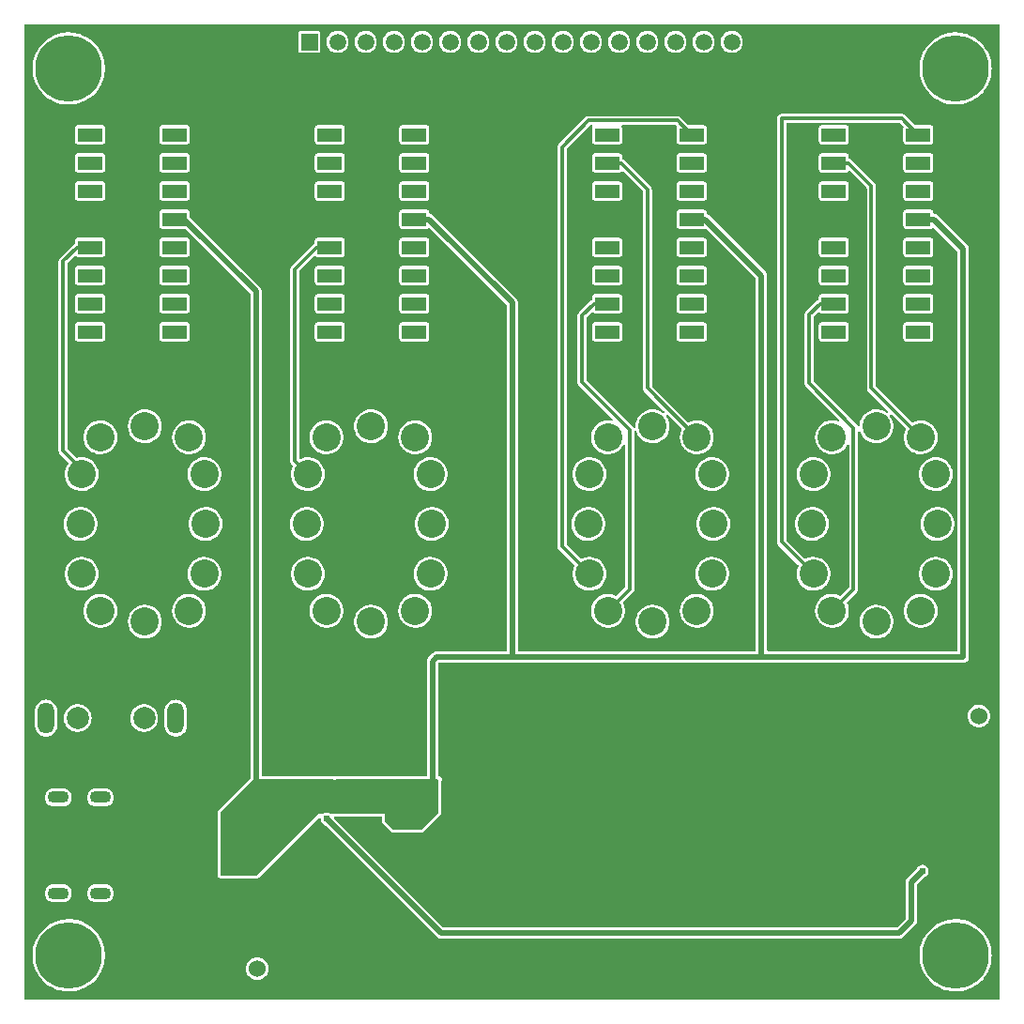
<source format=gbl>
G04 Layer: BottomLayer*
G04 EasyEDA v6.5.34, 2023-09-21 21:59:44*
G04 1037e3338c1a49738aad6bad4f376bef,8e72fd04a6c14d66a7e837eb9aaabff2,10*
G04 Gerber Generator version 0.2*
G04 Scale: 100 percent, Rotated: No, Reflected: No *
G04 Dimensions in millimeters *
G04 leading zeros omitted , absolute positions ,4 integer and 5 decimal *
%FSLAX45Y45*%
%MOMM*%

%ADD10C,0.3000*%
%ADD11C,0.5000*%
%ADD12C,1.5240*%
%ADD13C,2.5400*%
%ADD14O,1.499997X2.7999944*%
%ADD15C,2.0000*%
%ADD16R,1.4999X1.4999*%
%ADD17C,1.4999*%
%ADD18R,2.1819X1.2116*%
%ADD19O,1.8999962X1.0999978000000001*%
%ADD20C,6.0000*%
%ADD21C,0.6100*%
%ADD22C,0.6200*%
%ADD23C,0.0171*%

%LPD*%
G36*
X-389839Y-399999D02*
G01*
X-393750Y-399237D01*
X-397052Y-397052D01*
X-399237Y-393750D01*
X-399999Y-389839D01*
X-399999Y8389823D01*
X-399237Y8393684D01*
X-397052Y8396986D01*
X-393750Y8399221D01*
X-389839Y8399983D01*
X8389823Y8399983D01*
X8393684Y8399221D01*
X8396986Y8396986D01*
X8399170Y8393684D01*
X8399983Y8389823D01*
X8399983Y-389839D01*
X8399170Y-393750D01*
X8396986Y-397052D01*
X8393684Y-399237D01*
X8389823Y-399999D01*
G37*

%LPC*%
G36*
X8006232Y-325831D02*
G01*
X8031480Y-324358D01*
X8056524Y-320954D01*
X8081213Y-315620D01*
X8105444Y-308356D01*
X8129016Y-299262D01*
X8151825Y-288340D01*
X8173720Y-275691D01*
X8194548Y-261416D01*
X8214207Y-245567D01*
X8232597Y-228193D01*
X8249564Y-209499D01*
X8265058Y-189534D01*
X8278977Y-168402D01*
X8291169Y-146253D01*
X8301634Y-123240D01*
X8310270Y-99517D01*
X8317026Y-75184D01*
X8321903Y-50342D01*
X8324850Y-25247D01*
X8325815Y0D01*
X8324850Y25247D01*
X8321903Y50342D01*
X8317026Y75133D01*
X8310270Y99517D01*
X8301634Y123240D01*
X8291169Y146253D01*
X8278977Y168402D01*
X8265058Y189484D01*
X8249564Y209499D01*
X8232597Y228193D01*
X8214207Y245516D01*
X8194548Y261416D01*
X8173720Y275691D01*
X8151825Y288340D01*
X8129016Y299262D01*
X8105444Y308356D01*
X8081213Y315569D01*
X8056524Y320954D01*
X8031480Y324358D01*
X8006232Y325831D01*
X7980984Y325323D01*
X7955838Y322884D01*
X7930946Y318516D01*
X7906461Y312216D01*
X7882534Y304038D01*
X7859369Y294030D01*
X7836966Y282244D01*
X7815580Y268732D01*
X7795310Y253644D01*
X7776311Y237032D01*
X7758582Y218998D01*
X7742326Y199644D01*
X7727645Y179070D01*
X7714589Y157429D01*
X7703261Y134874D01*
X7693710Y111455D01*
X7685989Y87376D01*
X7680147Y62788D01*
X7676235Y37846D01*
X7674305Y12649D01*
X7674305Y-12649D01*
X7676235Y-37846D01*
X7680147Y-62788D01*
X7685989Y-87426D01*
X7693710Y-111455D01*
X7703261Y-134874D01*
X7714589Y-157429D01*
X7727645Y-179070D01*
X7742326Y-199644D01*
X7758582Y-218998D01*
X7776311Y-237032D01*
X7795310Y-253695D01*
X7815580Y-268782D01*
X7836966Y-282244D01*
X7859369Y-294030D01*
X7882534Y-304038D01*
X7906461Y-312216D01*
X7930946Y-318516D01*
X7955838Y-322884D01*
X7980984Y-325374D01*
G37*
G36*
X6299Y-325831D02*
G01*
X31495Y-324358D01*
X56540Y-320954D01*
X81280Y-315620D01*
X105460Y-308356D01*
X129032Y-299262D01*
X151841Y-288340D01*
X173736Y-275691D01*
X194564Y-261416D01*
X214274Y-245567D01*
X232664Y-228193D01*
X249631Y-209499D01*
X265125Y-189534D01*
X278993Y-168402D01*
X291185Y-146253D01*
X301650Y-123240D01*
X310286Y-99517D01*
X317093Y-75184D01*
X321970Y-50342D01*
X324866Y-25247D01*
X325882Y0D01*
X324866Y25247D01*
X321970Y50342D01*
X317093Y75133D01*
X310286Y99517D01*
X301650Y123240D01*
X291185Y146253D01*
X278993Y168402D01*
X265125Y189484D01*
X249631Y209499D01*
X232664Y228193D01*
X214274Y245516D01*
X194564Y261416D01*
X173736Y275691D01*
X151841Y288340D01*
X129032Y299262D01*
X105460Y308356D01*
X81280Y315569D01*
X56540Y320954D01*
X31495Y324358D01*
X6299Y325831D01*
X-18999Y325323D01*
X-44145Y322884D01*
X-69037Y318516D01*
X-93522Y312216D01*
X-117398Y304038D01*
X-140614Y294030D01*
X-162966Y282244D01*
X-184353Y268732D01*
X-204622Y253644D01*
X-223672Y237032D01*
X-241350Y218998D01*
X-257606Y199644D01*
X-272338Y179070D01*
X-285394Y157429D01*
X-296722Y134874D01*
X-306273Y111455D01*
X-313994Y87376D01*
X-319836Y62788D01*
X-323748Y37846D01*
X-325678Y12649D01*
X-325678Y-12649D01*
X-323748Y-37846D01*
X-319836Y-62788D01*
X-313994Y-87426D01*
X-306273Y-111455D01*
X-296722Y-134874D01*
X-285394Y-157429D01*
X-272338Y-179070D01*
X-257606Y-199644D01*
X-241350Y-218998D01*
X-223672Y-237032D01*
X-204622Y-253695D01*
X-184353Y-268782D01*
X-162966Y-282244D01*
X-140614Y-294030D01*
X-117398Y-304038D01*
X-93522Y-312216D01*
X-69037Y-318516D01*
X-44145Y-322884D01*
X-18999Y-325374D01*
G37*
G36*
X1699971Y-222097D02*
G01*
X1713585Y-221183D01*
X1726946Y-218440D01*
X1739849Y-213969D01*
X1751990Y-207822D01*
X1763268Y-200101D01*
X1773377Y-190957D01*
X1782165Y-180543D01*
X1789480Y-169062D01*
X1795221Y-156718D01*
X1799285Y-143662D01*
X1801571Y-130200D01*
X1802028Y-116585D01*
X1800656Y-103022D01*
X1797456Y-89763D01*
X1792579Y-77012D01*
X1786026Y-65074D01*
X1777949Y-54102D01*
X1768449Y-44297D01*
X1757730Y-35864D01*
X1745996Y-28905D01*
X1733448Y-23571D01*
X1720291Y-19964D01*
X1706778Y-18135D01*
X1693164Y-18135D01*
X1679651Y-19964D01*
X1666493Y-23571D01*
X1653946Y-28905D01*
X1642211Y-35864D01*
X1631492Y-44297D01*
X1622044Y-54102D01*
X1613916Y-65074D01*
X1607362Y-77012D01*
X1602486Y-89763D01*
X1599336Y-103022D01*
X1597964Y-116585D01*
X1598422Y-130200D01*
X1600657Y-143662D01*
X1604721Y-156718D01*
X1610461Y-169062D01*
X1617776Y-180543D01*
X1626616Y-190957D01*
X1636725Y-200101D01*
X1647952Y-207822D01*
X1660143Y-213969D01*
X1672996Y-218440D01*
X1686356Y-221183D01*
G37*
G36*
X3360369Y149098D02*
G01*
X7489748Y149098D01*
X7494371Y149301D01*
X7498791Y149860D01*
X7503109Y150825D01*
X7507376Y152146D01*
X7511440Y153873D01*
X7515402Y155905D01*
X7519162Y158292D01*
X7522667Y160985D01*
X7526121Y164134D01*
X7635798Y273812D01*
X7638948Y277266D01*
X7641640Y280771D01*
X7644028Y284530D01*
X7646060Y288493D01*
X7647787Y292608D01*
X7649108Y296824D01*
X7650073Y301142D01*
X7650632Y305562D01*
X7650886Y310235D01*
X7650886Y634695D01*
X7651648Y638606D01*
X7653832Y641908D01*
X7716520Y704545D01*
X7718450Y706069D01*
X7729778Y711555D01*
X7737551Y717296D01*
X7744206Y724255D01*
X7749590Y732282D01*
X7753603Y741070D01*
X7755991Y750366D01*
X7756855Y759968D01*
X7755991Y769620D01*
X7753603Y778916D01*
X7749590Y787704D01*
X7744206Y795731D01*
X7737551Y802690D01*
X7729778Y808431D01*
X7721142Y812749D01*
X7711948Y815594D01*
X7702397Y816813D01*
X7692745Y816406D01*
X7683296Y814374D01*
X7674356Y810768D01*
X7666126Y805738D01*
X7658912Y799338D01*
X7652816Y791819D01*
X7648143Y783437D01*
X7647127Y780542D01*
X7644739Y776782D01*
X7564120Y696163D01*
X7560970Y692708D01*
X7558278Y689203D01*
X7555890Y685444D01*
X7553807Y681532D01*
X7552131Y677418D01*
X7550810Y673150D01*
X7549845Y668832D01*
X7549235Y664413D01*
X7549032Y659790D01*
X7549032Y335280D01*
X7548270Y331419D01*
X7546086Y328117D01*
X7471816Y253898D01*
X7468565Y251663D01*
X7464653Y250901D01*
X3385464Y250901D01*
X3381552Y251663D01*
X3378301Y253898D01*
X2395423Y1236726D01*
X2393188Y1240028D01*
X2392426Y1243939D01*
X2393188Y1247800D01*
X2395423Y1251102D01*
X2398725Y1253337D01*
X2402586Y1254099D01*
X2813913Y1254099D01*
X2817774Y1253337D01*
X2821076Y1251102D01*
X2823311Y1247800D01*
X2824073Y1243939D01*
X2824073Y1210259D01*
X2824734Y1204214D01*
X2826664Y1198778D01*
X2829712Y1193850D01*
X2831846Y1191463D01*
X2911449Y1111859D01*
X2916174Y1108049D01*
X2921406Y1105560D01*
X2927045Y1104290D01*
X2930245Y1104087D01*
X3179673Y1104087D01*
X3185718Y1104747D01*
X3191205Y1106678D01*
X3196132Y1109776D01*
X3198469Y1111859D01*
X3348075Y1261465D01*
X3351885Y1266240D01*
X3354425Y1271422D01*
X3355695Y1277112D01*
X3355898Y1280261D01*
X3355898Y1565198D01*
X3356559Y1568907D01*
X3358591Y1572107D01*
X3361893Y1576222D01*
X3364382Y1581454D01*
X3365703Y1587093D01*
X3365703Y1592884D01*
X3364382Y1598523D01*
X3361893Y1603756D01*
X3358286Y1608328D01*
X3353765Y1611934D01*
X3348532Y1614424D01*
X3342843Y1615744D01*
X3340404Y1615846D01*
X3336696Y1616811D01*
X3333597Y1619046D01*
X3331514Y1622247D01*
X3330803Y1626006D01*
X3330803Y2624683D01*
X3331565Y2628595D01*
X3333800Y2631897D01*
X3338068Y2636113D01*
X3341319Y2638298D01*
X3345230Y2639060D01*
X8069630Y2639060D01*
X8078927Y2639872D01*
X8087461Y2642158D01*
X8095538Y2645918D01*
X8102803Y2650998D01*
X8109051Y2657246D01*
X8114131Y2664510D01*
X8117890Y2672588D01*
X8120176Y2681122D01*
X8120989Y2690418D01*
X8120989Y6369710D01*
X8120786Y6374333D01*
X8120227Y6378752D01*
X8119262Y6383070D01*
X8117941Y6387338D01*
X8116214Y6391402D01*
X8114182Y6395364D01*
X8111794Y6399123D01*
X8109102Y6402628D01*
X8105952Y6406083D01*
X7836509Y6675526D01*
X7833055Y6678675D01*
X7829550Y6681368D01*
X7825790Y6683756D01*
X7821828Y6685788D01*
X7817764Y6687515D01*
X7813700Y6688785D01*
X7806994Y6690004D01*
X7803032Y6691630D01*
X7800136Y6694779D01*
X7798765Y6698894D01*
X7797952Y6706006D01*
X7796072Y6711492D01*
X7792974Y6716369D01*
X7788909Y6720484D01*
X7783982Y6723532D01*
X7778546Y6725462D01*
X7772196Y6726174D01*
X7555179Y6726174D01*
X7548829Y6725462D01*
X7543393Y6723532D01*
X7538466Y6720484D01*
X7534402Y6716369D01*
X7531303Y6711492D01*
X7529423Y6706006D01*
X7528712Y6699707D01*
X7528712Y6579666D01*
X7529423Y6573367D01*
X7531303Y6567881D01*
X7534402Y6563004D01*
X7538466Y6558889D01*
X7543393Y6555841D01*
X7548829Y6553911D01*
X7555179Y6553200D01*
X7772196Y6553200D01*
X7778546Y6553911D01*
X7783982Y6555841D01*
X7788909Y6558889D01*
X7791805Y6561836D01*
X7795107Y6564020D01*
X7799019Y6564782D01*
X7802880Y6564020D01*
X7806181Y6561836D01*
X8016189Y6351778D01*
X8018424Y6348526D01*
X8019186Y6344615D01*
X8019186Y2751023D01*
X8018424Y2747162D01*
X8016189Y2743860D01*
X8012887Y2741625D01*
X8009026Y2740863D01*
X6310985Y2740863D01*
X6307124Y2741625D01*
X6303822Y2743860D01*
X6301587Y2747162D01*
X6300825Y2751023D01*
X6300825Y6129934D01*
X6300622Y6134608D01*
X6300063Y6138976D01*
X6299098Y6143345D01*
X6297777Y6147562D01*
X6296050Y6151676D01*
X6294018Y6155588D01*
X6291630Y6159347D01*
X6288938Y6162852D01*
X6285738Y6166307D01*
X5776315Y6675526D01*
X5772861Y6678675D01*
X5769305Y6681368D01*
X5765749Y6683654D01*
X5759754Y6686499D01*
X5756706Y6688734D01*
X5754674Y6691934D01*
X5754014Y6695643D01*
X5754014Y6699707D01*
X5753252Y6706006D01*
X5751372Y6711492D01*
X5748274Y6716369D01*
X5744210Y6720484D01*
X5739282Y6723532D01*
X5733846Y6725462D01*
X5727496Y6726174D01*
X5510479Y6726174D01*
X5504129Y6725462D01*
X5498693Y6723532D01*
X5493766Y6720484D01*
X5489702Y6716369D01*
X5486603Y6711492D01*
X5484723Y6706006D01*
X5484012Y6699707D01*
X5484012Y6579666D01*
X5484723Y6573367D01*
X5486603Y6567881D01*
X5489702Y6563004D01*
X5493766Y6558889D01*
X5498693Y6555841D01*
X5504129Y6553911D01*
X5510479Y6553200D01*
X5727496Y6553200D01*
X5733846Y6553911D01*
X5739282Y6555841D01*
X5743397Y6557721D01*
X5746800Y6557924D01*
X5750052Y6556959D01*
X5752846Y6554978D01*
X6196025Y6112002D01*
X6198260Y6108700D01*
X6199022Y6104839D01*
X6199022Y2751023D01*
X6198260Y2747162D01*
X6196025Y2743860D01*
X6192723Y2741625D01*
X6188862Y2740863D01*
X4060799Y2740863D01*
X4056938Y2741625D01*
X4053636Y2743860D01*
X4051401Y2747162D01*
X4050639Y2751023D01*
X4050639Y5889904D01*
X4050436Y5894527D01*
X4049877Y5898946D01*
X4048912Y5903264D01*
X4047591Y5907532D01*
X4045864Y5911596D01*
X4043832Y5915558D01*
X4041444Y5919317D01*
X4038752Y5922822D01*
X4035602Y5926277D01*
X3286353Y6675526D01*
X3282899Y6678675D01*
X3279394Y6681368D01*
X3275634Y6683756D01*
X3271672Y6685788D01*
X3267608Y6687515D01*
X3263442Y6688785D01*
X3260242Y6689445D01*
X3256330Y6691172D01*
X3253435Y6694322D01*
X3252165Y6698386D01*
X3251352Y6706057D01*
X3249472Y6711492D01*
X3246374Y6716369D01*
X3242310Y6720484D01*
X3237382Y6723532D01*
X3231946Y6725462D01*
X3225596Y6726174D01*
X3008579Y6726174D01*
X3002229Y6725462D01*
X2996793Y6723532D01*
X2991866Y6720484D01*
X2987802Y6716369D01*
X2984703Y6711492D01*
X2982823Y6706006D01*
X2982112Y6699707D01*
X2982112Y6579666D01*
X2982823Y6573367D01*
X2984703Y6567881D01*
X2987802Y6563004D01*
X2991866Y6558889D01*
X2996793Y6555841D01*
X3002229Y6553911D01*
X3008579Y6553200D01*
X3225596Y6553200D01*
X3231946Y6553911D01*
X3237382Y6555841D01*
X3242310Y6558889D01*
X3246729Y6562242D01*
X3250641Y6563004D01*
X3254502Y6562242D01*
X3257803Y6560058D01*
X3945839Y5871972D01*
X3948074Y5868720D01*
X3948836Y5864809D01*
X3948836Y2751023D01*
X3948074Y2747162D01*
X3945839Y2743860D01*
X3942537Y2741625D01*
X3938676Y2740863D01*
X3320237Y2740863D01*
X3315766Y2740660D01*
X3311194Y2740101D01*
X3307029Y2739186D01*
X3302609Y2737764D01*
X3298698Y2736189D01*
X3294583Y2734056D01*
X3290976Y2731770D01*
X3287318Y2728925D01*
X3284016Y2725928D01*
X3244189Y2686354D01*
X3240887Y2682798D01*
X3238296Y2679446D01*
X3235807Y2675534D01*
X3233826Y2671775D01*
X3232048Y2667457D01*
X3230778Y2663444D01*
X3229762Y2658922D01*
X3229203Y2654706D01*
X3229000Y2649829D01*
X3229000Y1626057D01*
X3228238Y1622196D01*
X3226003Y1618894D01*
X3222701Y1616659D01*
X3218840Y1615897D01*
X2410409Y1615897D01*
X2404059Y1615490D01*
X2399538Y1615897D01*
X1750923Y1615897D01*
X1747062Y1616659D01*
X1743760Y1618894D01*
X1741525Y1622196D01*
X1740763Y1626057D01*
X1740763Y5989980D01*
X1740560Y5994603D01*
X1740001Y5999022D01*
X1739036Y6003340D01*
X1737715Y6007608D01*
X1735988Y6011672D01*
X1733956Y6015634D01*
X1731568Y6019393D01*
X1728876Y6022898D01*
X1725726Y6026353D01*
X1092454Y6659575D01*
X1090269Y6662877D01*
X1089507Y6666788D01*
X1089507Y6699707D01*
X1088745Y6706006D01*
X1086866Y6711492D01*
X1083767Y6716369D01*
X1079703Y6720484D01*
X1074775Y6723532D01*
X1069340Y6725462D01*
X1062990Y6726174D01*
X845972Y6726174D01*
X839622Y6725462D01*
X834186Y6723532D01*
X829259Y6720484D01*
X825195Y6716369D01*
X822096Y6711492D01*
X820216Y6706006D01*
X819505Y6699707D01*
X819505Y6579666D01*
X820216Y6573367D01*
X822096Y6567881D01*
X825195Y6563004D01*
X829259Y6558889D01*
X834186Y6555841D01*
X839622Y6553911D01*
X845972Y6553200D01*
X1050645Y6553200D01*
X1054557Y6552438D01*
X1057808Y6550202D01*
X1635963Y5972048D01*
X1638198Y5968796D01*
X1638960Y5964885D01*
X1638960Y1599844D01*
X1638198Y1595932D01*
X1635963Y1592630D01*
X1351838Y1308506D01*
X1348028Y1303782D01*
X1345539Y1298549D01*
X1344218Y1292910D01*
X1344066Y1289710D01*
X1344066Y720547D01*
X1344777Y714248D01*
X1346708Y708761D01*
X1349756Y703884D01*
X1353870Y699770D01*
X1358747Y696722D01*
X1364234Y694791D01*
X1370533Y694080D01*
X1699666Y694080D01*
X1705711Y694740D01*
X1711198Y696671D01*
X1716125Y699770D01*
X1718513Y701903D01*
X2255977Y1239367D01*
X2259228Y1241552D01*
X2263140Y1242314D01*
X2267051Y1241552D01*
X2270302Y1239367D01*
X2272538Y1236065D01*
X2273300Y1232154D01*
X2273300Y1225143D01*
X2274925Y1215644D01*
X2278126Y1206550D01*
X2282850Y1198118D01*
X2288895Y1190599D01*
X2296160Y1184249D01*
X2304338Y1179169D01*
X2310180Y1176832D01*
X2313533Y1174597D01*
X3323996Y164134D01*
X3327450Y160985D01*
X3330956Y158292D01*
X3334715Y155905D01*
X3338677Y153873D01*
X3342741Y152146D01*
X3347008Y150825D01*
X3351326Y149860D01*
X3355746Y149301D01*
G37*
G36*
X246532Y479907D02*
G01*
X325780Y479907D01*
X337667Y480771D01*
X348945Y483209D01*
X359765Y487273D01*
X369874Y492810D01*
X379120Y499719D01*
X387299Y507847D01*
X394208Y517093D01*
X399745Y527253D01*
X403758Y538073D01*
X406196Y549351D01*
X407060Y560832D01*
X406196Y572363D01*
X403758Y583641D01*
X399745Y594461D01*
X394208Y604570D01*
X387299Y613816D01*
X379120Y621944D01*
X369874Y628904D01*
X359765Y634390D01*
X348945Y638454D01*
X337667Y640892D01*
X325780Y641756D01*
X246532Y641756D01*
X234645Y640892D01*
X223367Y638454D01*
X212547Y634390D01*
X202438Y628904D01*
X193192Y621944D01*
X185013Y613816D01*
X178104Y604570D01*
X172567Y594461D01*
X168554Y583641D01*
X166116Y572363D01*
X165252Y560832D01*
X166116Y549351D01*
X168554Y538073D01*
X172567Y527253D01*
X178104Y517093D01*
X185013Y507847D01*
X193192Y499719D01*
X202438Y492810D01*
X212547Y487273D01*
X223367Y483209D01*
X234645Y480771D01*
G37*
G36*
X-133502Y479907D02*
G01*
X-54203Y479907D01*
X-42316Y480771D01*
X-31038Y483209D01*
X-20269Y487273D01*
X-10109Y492810D01*
X-863Y499719D01*
X7264Y507847D01*
X14173Y517093D01*
X19710Y527253D01*
X23774Y538073D01*
X26212Y549351D01*
X27025Y560832D01*
X26212Y572363D01*
X23774Y583641D01*
X19710Y594461D01*
X14173Y604570D01*
X7264Y613816D01*
X-863Y621944D01*
X-10109Y628904D01*
X-20269Y634390D01*
X-31038Y638454D01*
X-42316Y640892D01*
X-54203Y641756D01*
X-133502Y641756D01*
X-145338Y640892D01*
X-156616Y638454D01*
X-167436Y634390D01*
X-177596Y628904D01*
X-186791Y621944D01*
X-194970Y613816D01*
X-201879Y604570D01*
X-207416Y594461D01*
X-211429Y583641D01*
X-213918Y572363D01*
X-214731Y560832D01*
X-213918Y549351D01*
X-211429Y538073D01*
X-207416Y527253D01*
X-201879Y517093D01*
X-194970Y507847D01*
X-186791Y499719D01*
X-177596Y492810D01*
X-167436Y487273D01*
X-156616Y483209D01*
X-145338Y480771D01*
G37*
G36*
X-133502Y1343914D02*
G01*
X-54203Y1343914D01*
X-42316Y1344777D01*
X-31038Y1347216D01*
X-20269Y1351280D01*
X-10109Y1356766D01*
X-863Y1363726D01*
X7264Y1371854D01*
X14173Y1381099D01*
X19710Y1391208D01*
X23774Y1402029D01*
X26212Y1413306D01*
X27025Y1424838D01*
X26212Y1436319D01*
X23774Y1447596D01*
X19710Y1458417D01*
X14173Y1468577D01*
X7264Y1477822D01*
X-863Y1485950D01*
X-10109Y1492859D01*
X-20269Y1498396D01*
X-31038Y1502460D01*
X-42316Y1504899D01*
X-54203Y1505762D01*
X-133502Y1505762D01*
X-145338Y1504899D01*
X-156616Y1502460D01*
X-167436Y1498396D01*
X-177596Y1492859D01*
X-186791Y1485950D01*
X-194970Y1477822D01*
X-201879Y1468577D01*
X-207416Y1458417D01*
X-211429Y1447596D01*
X-213918Y1436319D01*
X-214731Y1424838D01*
X-213918Y1413306D01*
X-211429Y1402029D01*
X-207416Y1391208D01*
X-201879Y1381099D01*
X-194970Y1371854D01*
X-186791Y1363726D01*
X-177596Y1356766D01*
X-167436Y1351280D01*
X-156616Y1347216D01*
X-145338Y1344777D01*
G37*
G36*
X246532Y1343914D02*
G01*
X325780Y1343914D01*
X337667Y1344777D01*
X348945Y1347216D01*
X359765Y1351280D01*
X369874Y1356766D01*
X379120Y1363726D01*
X387299Y1371854D01*
X394208Y1381099D01*
X399745Y1391208D01*
X403758Y1402029D01*
X406196Y1413306D01*
X407060Y1424838D01*
X406196Y1436319D01*
X403758Y1447596D01*
X399745Y1458417D01*
X394208Y1468577D01*
X387299Y1477822D01*
X379120Y1485950D01*
X369874Y1492859D01*
X359765Y1498396D01*
X348945Y1502460D01*
X337667Y1504899D01*
X325780Y1505762D01*
X246532Y1505762D01*
X234645Y1504899D01*
X223367Y1502460D01*
X212547Y1498396D01*
X202438Y1492859D01*
X193192Y1485950D01*
X185013Y1477822D01*
X178104Y1468577D01*
X172567Y1458417D01*
X168554Y1447596D01*
X166116Y1436319D01*
X165252Y1424838D01*
X166116Y1413306D01*
X168554Y1402029D01*
X172567Y1391208D01*
X178104Y1381099D01*
X185013Y1371854D01*
X193192Y1363726D01*
X202438Y1356766D01*
X212547Y1351280D01*
X223367Y1347216D01*
X234645Y1344777D01*
G37*
G36*
X964996Y1974088D02*
G01*
X978153Y1974951D01*
X991108Y1977542D01*
X1003553Y1981809D01*
X1015390Y1987600D01*
X1026363Y1994966D01*
X1036319Y2003653D01*
X1045006Y2013559D01*
X1052322Y2024532D01*
X1058164Y2036368D01*
X1062431Y2048865D01*
X1064971Y2061819D01*
X1065885Y2075332D01*
X1065885Y2204669D01*
X1064971Y2218182D01*
X1062431Y2231085D01*
X1058164Y2243582D01*
X1052322Y2255418D01*
X1045006Y2266391D01*
X1036319Y2276348D01*
X1026363Y2285034D01*
X1015390Y2292350D01*
X1003553Y2298192D01*
X991108Y2302459D01*
X978153Y2304999D01*
X964996Y2305862D01*
X951788Y2304999D01*
X938885Y2302459D01*
X926388Y2298192D01*
X914552Y2292350D01*
X903579Y2285034D01*
X893622Y2276348D01*
X884936Y2266391D01*
X877620Y2255418D01*
X871778Y2243582D01*
X867511Y2231085D01*
X864971Y2218182D01*
X864057Y2204669D01*
X864057Y2075332D01*
X864971Y2061819D01*
X867511Y2048865D01*
X871778Y2036368D01*
X877620Y2024532D01*
X884936Y2013559D01*
X893622Y2003653D01*
X903579Y1994966D01*
X914552Y1987600D01*
X926388Y1981809D01*
X938885Y1977542D01*
X951788Y1974951D01*
G37*
G36*
X-205028Y1974088D02*
G01*
X-191871Y1974951D01*
X-178917Y1977542D01*
X-166420Y1981809D01*
X-154584Y1987600D01*
X-143611Y1994966D01*
X-133705Y2003653D01*
X-124968Y2013559D01*
X-117652Y2024532D01*
X-111810Y2036368D01*
X-107594Y2048865D01*
X-105003Y2061819D01*
X-104139Y2075332D01*
X-104139Y2204669D01*
X-105003Y2218182D01*
X-107594Y2231085D01*
X-111810Y2243582D01*
X-117652Y2255418D01*
X-124968Y2266391D01*
X-133705Y2276348D01*
X-143611Y2285034D01*
X-154584Y2292350D01*
X-166420Y2298192D01*
X-178917Y2302459D01*
X-191871Y2304999D01*
X-205028Y2305862D01*
X-218186Y2304999D01*
X-231140Y2302459D01*
X-243636Y2298192D01*
X-255473Y2292350D01*
X-266446Y2285034D01*
X-276352Y2276348D01*
X-285089Y2266391D01*
X-292404Y2255418D01*
X-298246Y2243582D01*
X-302463Y2231085D01*
X-305054Y2218182D01*
X-305917Y2204669D01*
X-305917Y2075332D01*
X-305054Y2061819D01*
X-302463Y2048865D01*
X-298246Y2036368D01*
X-292404Y2024532D01*
X-285089Y2013559D01*
X-276352Y2003653D01*
X-266446Y1994966D01*
X-255473Y1987600D01*
X-243636Y1981809D01*
X-231140Y1977542D01*
X-218186Y1974951D01*
G37*
G36*
X679958Y2014118D02*
G01*
X695147Y2015032D01*
X710082Y2017775D01*
X724611Y2022297D01*
X738479Y2028545D01*
X751484Y2036368D01*
X763473Y2045766D01*
X774192Y2056536D01*
X783590Y2068474D01*
X791464Y2081479D01*
X797661Y2095347D01*
X802182Y2109876D01*
X804926Y2124811D01*
X805840Y2140000D01*
X804926Y2155190D01*
X802182Y2170125D01*
X797661Y2184654D01*
X791464Y2198522D01*
X783590Y2211527D01*
X774192Y2223465D01*
X763473Y2234234D01*
X751484Y2243582D01*
X738479Y2251456D01*
X724611Y2257704D01*
X710082Y2262225D01*
X695147Y2264968D01*
X679958Y2265883D01*
X664819Y2264968D01*
X649833Y2262225D01*
X635304Y2257704D01*
X621487Y2251456D01*
X608482Y2243582D01*
X596493Y2234234D01*
X585724Y2223465D01*
X576376Y2211527D01*
X568502Y2198522D01*
X562254Y2184654D01*
X557733Y2170125D01*
X554990Y2155190D01*
X554075Y2140000D01*
X554990Y2124811D01*
X557733Y2109876D01*
X562254Y2095347D01*
X568502Y2081479D01*
X576376Y2068474D01*
X585724Y2056536D01*
X596493Y2045766D01*
X608482Y2036368D01*
X621487Y2028545D01*
X635304Y2022297D01*
X649833Y2017775D01*
X664819Y2015032D01*
G37*
G36*
X79959Y2014118D02*
G01*
X95148Y2015032D01*
X110083Y2017775D01*
X124612Y2022297D01*
X138480Y2028545D01*
X151485Y2036368D01*
X163474Y2045766D01*
X174193Y2056536D01*
X183591Y2068474D01*
X191465Y2081479D01*
X197662Y2095347D01*
X202184Y2109876D01*
X204927Y2124811D01*
X205841Y2140000D01*
X204927Y2155190D01*
X202184Y2170125D01*
X197662Y2184654D01*
X191465Y2198522D01*
X183591Y2211527D01*
X174193Y2223465D01*
X163474Y2234234D01*
X151485Y2243582D01*
X138480Y2251456D01*
X124612Y2257704D01*
X110083Y2262225D01*
X95148Y2264968D01*
X79959Y2265883D01*
X64820Y2264968D01*
X49834Y2262225D01*
X35306Y2257704D01*
X21488Y2251456D01*
X8483Y2243582D01*
X-3505Y2234234D01*
X-14274Y2223465D01*
X-23622Y2211527D01*
X-31495Y2198522D01*
X-37744Y2184654D01*
X-42265Y2170125D01*
X-45008Y2155190D01*
X-45923Y2140000D01*
X-45008Y2124811D01*
X-42265Y2109876D01*
X-37744Y2095347D01*
X-31495Y2081479D01*
X-23622Y2068474D01*
X-14274Y2056536D01*
X-3505Y2045766D01*
X8483Y2036368D01*
X21488Y2028545D01*
X35306Y2022297D01*
X49834Y2017775D01*
X64820Y2015032D01*
G37*
G36*
X8209940Y2057907D02*
G01*
X8223554Y2058822D01*
X8236915Y2061514D01*
X8249818Y2066036D01*
X8261959Y2072182D01*
X8273237Y2079904D01*
X8283346Y2089048D01*
X8292134Y2099462D01*
X8299500Y2110943D01*
X8305241Y2123287D01*
X8309254Y2136343D01*
X8311540Y2149754D01*
X8311997Y2163419D01*
X8310625Y2176983D01*
X8307476Y2190242D01*
X8302548Y2202942D01*
X8295995Y2214930D01*
X8287918Y2225903D01*
X8278418Y2235708D01*
X8267750Y2244140D01*
X8256016Y2251100D01*
X8243468Y2256434D01*
X8230311Y2260041D01*
X8216798Y2261870D01*
X8203133Y2261870D01*
X8189620Y2260041D01*
X8176463Y2256434D01*
X8163915Y2251100D01*
X8152180Y2244140D01*
X8141462Y2235708D01*
X8132013Y2225903D01*
X8123936Y2214930D01*
X8117382Y2202942D01*
X8112455Y2190242D01*
X8109305Y2176983D01*
X8107934Y2163419D01*
X8108391Y2149754D01*
X8110677Y2136343D01*
X8114690Y2123287D01*
X8120430Y2110943D01*
X8127796Y2099462D01*
X8136585Y2089048D01*
X8146694Y2079904D01*
X8157921Y2072182D01*
X8170113Y2066036D01*
X8182965Y2061514D01*
X8196376Y2058822D01*
G37*
G36*
X7290663Y2855772D02*
G01*
X7307478Y2857144D01*
X7323988Y2860395D01*
X7340092Y2865424D01*
X7355484Y2872181D01*
X7370114Y2880614D01*
X7383678Y2890570D01*
X7396073Y2902000D01*
X7407148Y2914700D01*
X7416698Y2928569D01*
X7424724Y2943352D01*
X7431074Y2958947D01*
X7435646Y2975152D01*
X7438440Y2991815D01*
X7439355Y3008630D01*
X7438440Y3025444D01*
X7435646Y3042056D01*
X7431074Y3058261D01*
X7424724Y3073857D01*
X7416698Y3088690D01*
X7407148Y3102508D01*
X7396073Y3115208D01*
X7383678Y3126638D01*
X7370114Y3136595D01*
X7355484Y3145028D01*
X7340092Y3151784D01*
X7323988Y3156813D01*
X7307478Y3160064D01*
X7290663Y3161436D01*
X7273848Y3160979D01*
X7257135Y3158693D01*
X7240828Y3154527D01*
X7225030Y3148634D01*
X7210044Y3141014D01*
X7195921Y3131820D01*
X7182916Y3121101D01*
X7171181Y3109010D01*
X7160818Y3095752D01*
X7152030Y3081375D01*
X7144816Y3066135D01*
X7139330Y3050235D01*
X7135672Y3033776D01*
X7133793Y3017012D01*
X7133793Y3000197D01*
X7135672Y2983433D01*
X7139330Y2967024D01*
X7144816Y2951073D01*
X7152030Y2935833D01*
X7160818Y2921508D01*
X7171181Y2908198D01*
X7182916Y2896108D01*
X7195921Y2885440D01*
X7210044Y2876194D01*
X7225030Y2868574D01*
X7240828Y2862681D01*
X7257135Y2858566D01*
X7273848Y2856230D01*
G37*
G36*
X2730703Y2855772D02*
G01*
X2747467Y2857144D01*
X2764028Y2860395D01*
X2780080Y2865424D01*
X2795524Y2872181D01*
X2810103Y2880614D01*
X2823667Y2890570D01*
X2836062Y2902000D01*
X2847136Y2914700D01*
X2856738Y2928569D01*
X2864764Y2943352D01*
X2871063Y2958947D01*
X2875686Y2975152D01*
X2878429Y2991815D01*
X2879394Y3008630D01*
X2878429Y3025444D01*
X2875686Y3042056D01*
X2871063Y3058261D01*
X2864764Y3073857D01*
X2856738Y3088690D01*
X2847136Y3102508D01*
X2836062Y3115208D01*
X2823667Y3126638D01*
X2810103Y3136595D01*
X2795524Y3145028D01*
X2780080Y3151784D01*
X2764028Y3156813D01*
X2747467Y3160064D01*
X2730703Y3161436D01*
X2713837Y3160979D01*
X2697175Y3158693D01*
X2680817Y3154527D01*
X2665069Y3148634D01*
X2650032Y3141014D01*
X2635910Y3131820D01*
X2622905Y3121101D01*
X2611170Y3109010D01*
X2600858Y3095752D01*
X2592019Y3081375D01*
X2584805Y3066135D01*
X2579370Y3050235D01*
X2575661Y3033776D01*
X2573832Y3017012D01*
X2573832Y3000197D01*
X2575661Y2983433D01*
X2579370Y2967024D01*
X2584805Y2951073D01*
X2592019Y2935833D01*
X2600858Y2921508D01*
X2611170Y2908198D01*
X2622905Y2896108D01*
X2635910Y2885440D01*
X2650032Y2876194D01*
X2665069Y2868574D01*
X2680817Y2862681D01*
X2697175Y2858566D01*
X2713837Y2856230D01*
G37*
G36*
X5270703Y2855772D02*
G01*
X5287467Y2857144D01*
X5304028Y2860395D01*
X5320080Y2865424D01*
X5335524Y2872181D01*
X5350103Y2880614D01*
X5363667Y2890570D01*
X5376062Y2902000D01*
X5387136Y2914700D01*
X5396738Y2928569D01*
X5404764Y2943352D01*
X5411063Y2958947D01*
X5415686Y2975152D01*
X5418429Y2991815D01*
X5419344Y3008630D01*
X5418429Y3025444D01*
X5415686Y3042056D01*
X5411063Y3058261D01*
X5404764Y3073857D01*
X5396738Y3088690D01*
X5387136Y3102508D01*
X5376062Y3115208D01*
X5363667Y3126638D01*
X5350103Y3136595D01*
X5335524Y3145028D01*
X5320080Y3151784D01*
X5304028Y3156813D01*
X5287467Y3160064D01*
X5270703Y3161436D01*
X5253837Y3160979D01*
X5237175Y3158693D01*
X5220817Y3154527D01*
X5205069Y3148634D01*
X5190032Y3141014D01*
X5175910Y3131820D01*
X5162905Y3121101D01*
X5151170Y3109010D01*
X5140807Y3095752D01*
X5132019Y3081375D01*
X5124805Y3066135D01*
X5119370Y3050235D01*
X5115661Y3033776D01*
X5113832Y3017012D01*
X5113832Y3000197D01*
X5115661Y2983433D01*
X5119370Y2967024D01*
X5124805Y2951073D01*
X5132019Y2935833D01*
X5140807Y2921508D01*
X5151170Y2908198D01*
X5162905Y2896108D01*
X5175910Y2885440D01*
X5190032Y2876194D01*
X5205069Y2868574D01*
X5220817Y2862681D01*
X5237175Y2858566D01*
X5253837Y2856230D01*
G37*
G36*
X690676Y2855772D02*
G01*
X707491Y2857144D01*
X724001Y2860395D01*
X740105Y2865424D01*
X755497Y2872181D01*
X770128Y2880614D01*
X783691Y2890570D01*
X796086Y2902000D01*
X807161Y2914700D01*
X816711Y2928569D01*
X824737Y2943352D01*
X831087Y2958947D01*
X835660Y2975152D01*
X838453Y2991815D01*
X839368Y3008630D01*
X838453Y3025444D01*
X835660Y3042056D01*
X831087Y3058261D01*
X824737Y3073857D01*
X816711Y3088690D01*
X807161Y3102508D01*
X796086Y3115208D01*
X783691Y3126638D01*
X770128Y3136595D01*
X755497Y3145028D01*
X740105Y3151784D01*
X724001Y3156813D01*
X707491Y3160064D01*
X690676Y3161436D01*
X673862Y3160979D01*
X657148Y3158693D01*
X640842Y3154527D01*
X625043Y3148634D01*
X610057Y3141014D01*
X595934Y3131820D01*
X582930Y3121101D01*
X571195Y3109010D01*
X560832Y3095752D01*
X552043Y3081375D01*
X544830Y3066135D01*
X539343Y3050235D01*
X535686Y3033776D01*
X533806Y3017012D01*
X533806Y3000197D01*
X535686Y2983433D01*
X539343Y2967024D01*
X544830Y2951073D01*
X552043Y2935833D01*
X560832Y2921508D01*
X571195Y2908198D01*
X582930Y2896108D01*
X595934Y2885440D01*
X610057Y2876194D01*
X625043Y2868574D01*
X640842Y2862681D01*
X657148Y2858566D01*
X673862Y2856230D01*
G37*
G36*
X1089456Y2954832D02*
G01*
X1106271Y2956204D01*
X1122781Y2959455D01*
X1138885Y2964484D01*
X1154277Y2971241D01*
X1168908Y2979674D01*
X1182471Y2989630D01*
X1194866Y3001060D01*
X1205941Y3013760D01*
X1215491Y3027629D01*
X1223518Y3042412D01*
X1229868Y3058007D01*
X1234440Y3074212D01*
X1237234Y3090875D01*
X1238148Y3107690D01*
X1237234Y3124504D01*
X1234440Y3141116D01*
X1229868Y3157321D01*
X1223518Y3172917D01*
X1215491Y3187750D01*
X1205941Y3201568D01*
X1194866Y3214268D01*
X1182471Y3225698D01*
X1168908Y3235655D01*
X1154277Y3244088D01*
X1138885Y3250844D01*
X1122781Y3255873D01*
X1106271Y3259124D01*
X1089456Y3260496D01*
X1072642Y3260039D01*
X1055928Y3257753D01*
X1039621Y3253587D01*
X1023823Y3247694D01*
X1008837Y3240074D01*
X994714Y3230880D01*
X981710Y3220161D01*
X969975Y3208070D01*
X959612Y3194812D01*
X950823Y3180435D01*
X943610Y3165195D01*
X938123Y3149295D01*
X934466Y3132836D01*
X932586Y3116072D01*
X932586Y3099257D01*
X934466Y3082493D01*
X938123Y3066084D01*
X943610Y3050133D01*
X950823Y3034893D01*
X959612Y3020568D01*
X969975Y3007258D01*
X981710Y2995168D01*
X994714Y2984500D01*
X1008837Y2975254D01*
X1023823Y2967634D01*
X1039621Y2961741D01*
X1055928Y2957626D01*
X1072642Y2955290D01*
G37*
G36*
X5669483Y2954832D02*
G01*
X5686247Y2956204D01*
X5702808Y2959455D01*
X5718860Y2964484D01*
X5734304Y2971241D01*
X5748883Y2979674D01*
X5762447Y2989630D01*
X5774842Y3001060D01*
X5785916Y3013760D01*
X5795518Y3027629D01*
X5803544Y3042412D01*
X5809843Y3058007D01*
X5814466Y3074212D01*
X5817209Y3090875D01*
X5818124Y3107690D01*
X5817209Y3124504D01*
X5814466Y3141116D01*
X5809843Y3157321D01*
X5803544Y3172917D01*
X5795518Y3187750D01*
X5785916Y3201568D01*
X5774842Y3214268D01*
X5762447Y3225698D01*
X5748883Y3235655D01*
X5734304Y3244088D01*
X5718860Y3250844D01*
X5702808Y3255873D01*
X5686247Y3259124D01*
X5669483Y3260496D01*
X5652617Y3260039D01*
X5635955Y3257753D01*
X5619597Y3253587D01*
X5603849Y3247694D01*
X5588812Y3240074D01*
X5574690Y3230880D01*
X5561685Y3220161D01*
X5549950Y3208070D01*
X5539587Y3194812D01*
X5530799Y3180435D01*
X5523585Y3165195D01*
X5518150Y3149295D01*
X5514441Y3132836D01*
X5512612Y3116072D01*
X5512612Y3099257D01*
X5514441Y3082493D01*
X5518150Y3066084D01*
X5523585Y3050133D01*
X5530799Y3034893D01*
X5539587Y3020568D01*
X5549950Y3007258D01*
X5561685Y2995168D01*
X5574690Y2984500D01*
X5588812Y2975254D01*
X5603849Y2967634D01*
X5619597Y2961741D01*
X5635955Y2957626D01*
X5652617Y2955290D01*
G37*
G36*
X3129483Y2954832D02*
G01*
X3146247Y2956204D01*
X3162808Y2959455D01*
X3178860Y2964484D01*
X3194304Y2971241D01*
X3208883Y2979674D01*
X3222447Y2989630D01*
X3234842Y3001060D01*
X3245916Y3013760D01*
X3255517Y3027629D01*
X3263544Y3042412D01*
X3269843Y3058007D01*
X3274466Y3074212D01*
X3277209Y3090875D01*
X3278174Y3107690D01*
X3277209Y3124504D01*
X3274466Y3141116D01*
X3269843Y3157321D01*
X3263544Y3172917D01*
X3255517Y3187750D01*
X3245916Y3201568D01*
X3234842Y3214268D01*
X3222447Y3225698D01*
X3208883Y3235655D01*
X3194304Y3244088D01*
X3178860Y3250844D01*
X3162808Y3255873D01*
X3146247Y3259124D01*
X3129483Y3260496D01*
X3112617Y3260039D01*
X3095955Y3257753D01*
X3079597Y3253587D01*
X3063849Y3247694D01*
X3048812Y3240074D01*
X3034690Y3230880D01*
X3021685Y3220161D01*
X3009950Y3208070D01*
X2999638Y3194812D01*
X2990799Y3180435D01*
X2983585Y3165195D01*
X2978150Y3149295D01*
X2974441Y3132836D01*
X2972612Y3116072D01*
X2972612Y3099257D01*
X2974441Y3082493D01*
X2978150Y3066084D01*
X2983585Y3050133D01*
X2990799Y3034893D01*
X2999638Y3020568D01*
X3009950Y3007258D01*
X3021685Y2995168D01*
X3034690Y2984500D01*
X3048812Y2975254D01*
X3063849Y2967634D01*
X3079597Y2961741D01*
X3095955Y2957626D01*
X3112617Y2955290D01*
G37*
G36*
X2329383Y2954832D02*
G01*
X2346147Y2956204D01*
X2362708Y2959455D01*
X2378760Y2964484D01*
X2394204Y2971241D01*
X2408783Y2979674D01*
X2422347Y2989630D01*
X2434742Y3001060D01*
X2445816Y3013760D01*
X2455418Y3027629D01*
X2463444Y3042412D01*
X2469743Y3058007D01*
X2474366Y3074212D01*
X2477109Y3090875D01*
X2478074Y3107690D01*
X2477109Y3124504D01*
X2474366Y3141116D01*
X2469743Y3157321D01*
X2463444Y3172917D01*
X2455418Y3187750D01*
X2445816Y3201568D01*
X2434742Y3214268D01*
X2422347Y3225698D01*
X2408783Y3235655D01*
X2394204Y3244088D01*
X2378760Y3250844D01*
X2362708Y3255873D01*
X2346147Y3259124D01*
X2329383Y3260496D01*
X2312517Y3260039D01*
X2295855Y3257753D01*
X2279497Y3253587D01*
X2263749Y3247694D01*
X2248712Y3240074D01*
X2234590Y3230880D01*
X2221585Y3220161D01*
X2209850Y3208070D01*
X2199538Y3194812D01*
X2190699Y3180435D01*
X2183485Y3165195D01*
X2178050Y3149295D01*
X2174341Y3132836D01*
X2172512Y3116072D01*
X2172512Y3099257D01*
X2174341Y3082493D01*
X2178050Y3066084D01*
X2183485Y3050133D01*
X2190699Y3034893D01*
X2199538Y3020568D01*
X2209850Y3007258D01*
X2221585Y2995168D01*
X2234590Y2984500D01*
X2248712Y2975254D01*
X2263749Y2967634D01*
X2279497Y2961741D01*
X2295855Y2957626D01*
X2312517Y2955290D01*
G37*
G36*
X7689443Y2954832D02*
G01*
X7706258Y2956204D01*
X7722768Y2959455D01*
X7738872Y2964484D01*
X7754264Y2971241D01*
X7768894Y2979674D01*
X7782458Y2989630D01*
X7794853Y3001060D01*
X7805928Y3013760D01*
X7815478Y3027629D01*
X7823504Y3042412D01*
X7829854Y3058007D01*
X7834426Y3074212D01*
X7837220Y3090875D01*
X7838135Y3107690D01*
X7837220Y3124504D01*
X7834426Y3141116D01*
X7829854Y3157321D01*
X7823504Y3172917D01*
X7815478Y3187750D01*
X7805928Y3201568D01*
X7794853Y3214268D01*
X7782458Y3225698D01*
X7768894Y3235655D01*
X7754264Y3244088D01*
X7738872Y3250844D01*
X7722768Y3255873D01*
X7706258Y3259124D01*
X7689443Y3260496D01*
X7672628Y3260039D01*
X7655915Y3257753D01*
X7639608Y3253587D01*
X7623809Y3247694D01*
X7608824Y3240074D01*
X7594701Y3230880D01*
X7581696Y3220161D01*
X7569962Y3208070D01*
X7559598Y3194812D01*
X7550810Y3180435D01*
X7543596Y3165195D01*
X7538110Y3149295D01*
X7534452Y3132836D01*
X7532573Y3116072D01*
X7532573Y3099257D01*
X7534452Y3082493D01*
X7538110Y3066084D01*
X7543596Y3050133D01*
X7550810Y3034893D01*
X7559598Y3020568D01*
X7569962Y3007258D01*
X7581696Y2995168D01*
X7594701Y2984500D01*
X7608824Y2975254D01*
X7623809Y2967634D01*
X7639608Y2961741D01*
X7655915Y2957626D01*
X7672628Y2955290D01*
G37*
G36*
X289356Y2954832D02*
G01*
X306171Y2956204D01*
X322681Y2959455D01*
X338785Y2964484D01*
X354177Y2971241D01*
X368808Y2979674D01*
X382371Y2989630D01*
X394766Y3001060D01*
X405841Y3013760D01*
X415391Y3027629D01*
X423418Y3042412D01*
X429768Y3058007D01*
X434340Y3074212D01*
X437134Y3090875D01*
X438048Y3107690D01*
X437134Y3124504D01*
X434340Y3141116D01*
X429768Y3157321D01*
X423418Y3172917D01*
X415391Y3187750D01*
X405841Y3201568D01*
X394766Y3214268D01*
X382371Y3225698D01*
X368808Y3235655D01*
X354177Y3244088D01*
X338785Y3250844D01*
X322681Y3255873D01*
X306171Y3259124D01*
X289356Y3260496D01*
X272542Y3260039D01*
X255828Y3257753D01*
X239521Y3253587D01*
X223723Y3247694D01*
X208737Y3240074D01*
X194614Y3230880D01*
X181610Y3220161D01*
X169875Y3208070D01*
X159512Y3194812D01*
X150723Y3180435D01*
X143510Y3165195D01*
X138023Y3149295D01*
X134366Y3132836D01*
X132486Y3116072D01*
X132486Y3099257D01*
X134366Y3082493D01*
X138023Y3066084D01*
X143510Y3050133D01*
X150723Y3034893D01*
X159512Y3020568D01*
X169875Y3007258D01*
X181610Y2995168D01*
X194614Y2984500D01*
X208737Y2975254D01*
X223723Y2967634D01*
X239521Y2961741D01*
X255828Y2957626D01*
X272542Y2955290D01*
G37*
G36*
X6889343Y2954832D02*
G01*
X6906158Y2956204D01*
X6922668Y2959455D01*
X6938772Y2964484D01*
X6954164Y2971241D01*
X6968794Y2979674D01*
X6982358Y2989630D01*
X6994753Y3001060D01*
X7005828Y3013760D01*
X7015378Y3027629D01*
X7023404Y3042412D01*
X7029754Y3058007D01*
X7034326Y3074212D01*
X7037120Y3090875D01*
X7038035Y3107690D01*
X7037120Y3124504D01*
X7034326Y3141116D01*
X7029754Y3157321D01*
X7023404Y3172917D01*
X7021728Y3176066D01*
X7020509Y3180181D01*
X7021118Y3184448D01*
X7023455Y3188106D01*
X7108545Y3273044D01*
X7113930Y3279648D01*
X7117740Y3286709D01*
X7120077Y3294379D01*
X7120890Y3302812D01*
X7120890Y4722622D01*
X7121702Y4726584D01*
X7123988Y4729937D01*
X7127443Y4732070D01*
X7131405Y4732782D01*
X7135368Y4731816D01*
X7138619Y4729378D01*
X7140651Y4725924D01*
X7144816Y4713833D01*
X7152030Y4698593D01*
X7160818Y4684268D01*
X7171181Y4670958D01*
X7182916Y4658868D01*
X7195921Y4648200D01*
X7210044Y4638954D01*
X7225030Y4631334D01*
X7240828Y4625441D01*
X7257135Y4621326D01*
X7273848Y4618990D01*
X7290663Y4618532D01*
X7307478Y4619904D01*
X7323988Y4623155D01*
X7340092Y4628184D01*
X7355484Y4634941D01*
X7370114Y4643374D01*
X7383678Y4653330D01*
X7396073Y4664760D01*
X7407148Y4677460D01*
X7416698Y4691329D01*
X7424724Y4706112D01*
X7431074Y4721707D01*
X7435646Y4737912D01*
X7438440Y4754575D01*
X7439355Y4771390D01*
X7438440Y4788204D01*
X7435646Y4804816D01*
X7431074Y4821021D01*
X7424724Y4836617D01*
X7416698Y4851450D01*
X7409789Y4861458D01*
X7408164Y4865370D01*
X7408265Y4869637D01*
X7410145Y4873498D01*
X7413396Y4876241D01*
X7417511Y4877358D01*
X7421727Y4876749D01*
X7425334Y4874412D01*
X7546949Y4752695D01*
X7549235Y4749292D01*
X7549896Y4745228D01*
X7548930Y4741214D01*
X7543596Y4729835D01*
X7538110Y4713935D01*
X7534452Y4697476D01*
X7532573Y4680712D01*
X7532573Y4663897D01*
X7534452Y4647133D01*
X7538110Y4630724D01*
X7543596Y4614773D01*
X7550810Y4599533D01*
X7559598Y4585208D01*
X7569962Y4571898D01*
X7581696Y4559808D01*
X7594701Y4549140D01*
X7608824Y4539894D01*
X7623809Y4532274D01*
X7639608Y4526381D01*
X7655915Y4522266D01*
X7672628Y4519930D01*
X7689443Y4519472D01*
X7706258Y4520844D01*
X7722768Y4524095D01*
X7738872Y4529124D01*
X7754264Y4535881D01*
X7768894Y4544314D01*
X7782458Y4554270D01*
X7794853Y4565700D01*
X7805928Y4578400D01*
X7815478Y4592269D01*
X7823504Y4607052D01*
X7829854Y4622647D01*
X7834426Y4638852D01*
X7837220Y4655515D01*
X7838135Y4672330D01*
X7837220Y4689144D01*
X7834426Y4705756D01*
X7829854Y4721961D01*
X7823504Y4737557D01*
X7815478Y4752390D01*
X7805928Y4766208D01*
X7794853Y4778908D01*
X7782458Y4790338D01*
X7768894Y4800295D01*
X7754264Y4808728D01*
X7738872Y4815484D01*
X7722768Y4820513D01*
X7706258Y4823764D01*
X7689443Y4825136D01*
X7672628Y4824679D01*
X7655915Y4822393D01*
X7639608Y4818227D01*
X7623809Y4812334D01*
X7616596Y4808677D01*
X7612532Y4807559D01*
X7608366Y4808270D01*
X7604810Y4810556D01*
X7283907Y5131663D01*
X7281672Y5134965D01*
X7280909Y5138826D01*
X7280909Y6939381D01*
X7280097Y6947865D01*
X7277760Y6955536D01*
X7274001Y6962597D01*
X7268565Y6969150D01*
X7061504Y7176211D01*
X7054951Y7181646D01*
X7047890Y7185406D01*
X7043877Y7186625D01*
X7040168Y7188708D01*
X7037578Y7192162D01*
X7036714Y7196328D01*
X7036714Y7207707D01*
X7035952Y7214006D01*
X7034072Y7219492D01*
X7030974Y7224369D01*
X7026909Y7228484D01*
X7021982Y7231532D01*
X7016546Y7233462D01*
X7010196Y7234174D01*
X6793179Y7234174D01*
X6786829Y7233462D01*
X6781393Y7231532D01*
X6776466Y7228484D01*
X6772402Y7224369D01*
X6769303Y7219492D01*
X6767423Y7214006D01*
X6766712Y7207707D01*
X6766712Y7087666D01*
X6767423Y7081367D01*
X6769303Y7075881D01*
X6772402Y7071004D01*
X6776466Y7066889D01*
X6781393Y7063841D01*
X6786829Y7061911D01*
X6793179Y7061200D01*
X7010196Y7061200D01*
X7016546Y7061911D01*
X7021982Y7063841D01*
X7026909Y7066889D01*
X7030974Y7071004D01*
X7034428Y7075220D01*
X7037628Y7076846D01*
X7041235Y7077252D01*
X7044740Y7076389D01*
X7047738Y7074306D01*
X7196124Y6925919D01*
X7198359Y6922617D01*
X7199122Y6918756D01*
X7199122Y5118201D01*
X7199934Y5109718D01*
X7202271Y5102047D01*
X7206030Y5094986D01*
X7211415Y5088432D01*
X7389774Y4909972D01*
X7392111Y4906365D01*
X7392720Y4902098D01*
X7391552Y4897932D01*
X7388707Y4894681D01*
X7384846Y4892852D01*
X7380528Y4892852D01*
X7376566Y4894580D01*
X7370114Y4899355D01*
X7355484Y4907788D01*
X7340092Y4914544D01*
X7323988Y4919573D01*
X7307478Y4922824D01*
X7290663Y4924196D01*
X7273848Y4923739D01*
X7257135Y4921453D01*
X7240828Y4917287D01*
X7225030Y4911394D01*
X7210044Y4903774D01*
X7195921Y4894580D01*
X7182916Y4883861D01*
X7171181Y4871770D01*
X7160818Y4858512D01*
X7152030Y4844135D01*
X7144816Y4828895D01*
X7139330Y4812995D01*
X7135672Y4796536D01*
X7134301Y4784090D01*
X7132929Y4780026D01*
X7130034Y4776876D01*
X7126122Y4775200D01*
X7121855Y4775301D01*
X7117994Y4777130D01*
X7115200Y4780432D01*
X7113981Y4782769D01*
X7108545Y4789322D01*
X6723837Y5174081D01*
X6721652Y5177383D01*
X6720840Y5181244D01*
X6720840Y5758738D01*
X6721652Y5762599D01*
X6723837Y5765901D01*
X6758482Y5800547D01*
X6761784Y5802731D01*
X6765645Y5803493D01*
X6769557Y5802731D01*
X6772859Y5800547D01*
X6776466Y5796889D01*
X6781393Y5793841D01*
X6786829Y5791911D01*
X6793179Y5791200D01*
X7010196Y5791200D01*
X7016546Y5791911D01*
X7021982Y5793841D01*
X7026909Y5796889D01*
X7030974Y5801004D01*
X7034072Y5805881D01*
X7035952Y5811367D01*
X7036714Y5817666D01*
X7036714Y5937707D01*
X7035952Y5944006D01*
X7034072Y5949492D01*
X7030974Y5954369D01*
X7026909Y5958484D01*
X7021982Y5961532D01*
X7016546Y5963462D01*
X7010196Y5964174D01*
X6793179Y5964174D01*
X6786829Y5963462D01*
X6781393Y5961532D01*
X6776466Y5958484D01*
X6772402Y5954369D01*
X6769303Y5949492D01*
X6767423Y5944006D01*
X6766712Y5937707D01*
X6766712Y5923940D01*
X6766052Y5920384D01*
X6764172Y5917234D01*
X6761327Y5914999D01*
X6755028Y5911646D01*
X6748475Y5906211D01*
X6651396Y5809132D01*
X6645960Y5802579D01*
X6642201Y5795518D01*
X6639864Y5787847D01*
X6639052Y5779363D01*
X6639052Y5160619D01*
X6639864Y5152136D01*
X6642201Y5144465D01*
X6645960Y5137404D01*
X6651396Y5130850D01*
X6950354Y4831842D01*
X6952589Y4828489D01*
X6953351Y4824577D01*
X6952538Y4820666D01*
X6950303Y4817364D01*
X6946950Y4815230D01*
X6942988Y4814468D01*
X6938772Y4815484D01*
X6922668Y4820513D01*
X6906158Y4823764D01*
X6889343Y4825136D01*
X6872528Y4824679D01*
X6855815Y4822393D01*
X6839508Y4818227D01*
X6823709Y4812334D01*
X6808724Y4804714D01*
X6794601Y4795520D01*
X6781596Y4784801D01*
X6769862Y4772710D01*
X6759498Y4759452D01*
X6750710Y4745075D01*
X6743496Y4729835D01*
X6738010Y4713935D01*
X6734352Y4697476D01*
X6732473Y4680712D01*
X6732473Y4663897D01*
X6734352Y4647133D01*
X6738010Y4630724D01*
X6743496Y4614773D01*
X6750710Y4599533D01*
X6759498Y4585208D01*
X6769862Y4571898D01*
X6781596Y4559808D01*
X6794601Y4549140D01*
X6808724Y4539894D01*
X6823709Y4532274D01*
X6839508Y4526381D01*
X6855815Y4522266D01*
X6872528Y4519930D01*
X6889343Y4519472D01*
X6906158Y4520844D01*
X6922668Y4524095D01*
X6938772Y4529124D01*
X6954164Y4535881D01*
X6968794Y4544314D01*
X6982358Y4554270D01*
X6994753Y4565700D01*
X7005828Y4578400D01*
X7015378Y4592269D01*
X7020001Y4600752D01*
X7022896Y4604054D01*
X7026960Y4605883D01*
X7031431Y4605731D01*
X7035393Y4603750D01*
X7038136Y4600244D01*
X7039102Y4595876D01*
X7039102Y3323539D01*
X7038289Y3319627D01*
X7036104Y3316325D01*
X6965746Y3246069D01*
X6962394Y3243834D01*
X6958431Y3243122D01*
X6954469Y3243935D01*
X6938772Y3250844D01*
X6922668Y3255873D01*
X6906158Y3259124D01*
X6889343Y3260496D01*
X6872528Y3260039D01*
X6855815Y3257753D01*
X6839508Y3253587D01*
X6823709Y3247694D01*
X6808724Y3240074D01*
X6794601Y3230880D01*
X6781596Y3220161D01*
X6769862Y3208070D01*
X6759498Y3194812D01*
X6750710Y3180435D01*
X6743496Y3165195D01*
X6738010Y3149295D01*
X6734352Y3132836D01*
X6732473Y3116072D01*
X6732473Y3099257D01*
X6734352Y3082493D01*
X6738010Y3066084D01*
X6743496Y3050133D01*
X6750710Y3034893D01*
X6759498Y3020568D01*
X6769862Y3007258D01*
X6781596Y2995168D01*
X6794601Y2984500D01*
X6808724Y2975254D01*
X6823709Y2967634D01*
X6839508Y2961741D01*
X6855815Y2957626D01*
X6872528Y2955290D01*
G37*
G36*
X4869383Y2954832D02*
G01*
X4886147Y2956204D01*
X4902708Y2959455D01*
X4918760Y2964484D01*
X4934204Y2971241D01*
X4948783Y2979674D01*
X4962347Y2989630D01*
X4974742Y3001060D01*
X4985816Y3013760D01*
X4995418Y3027629D01*
X5003444Y3042412D01*
X5009743Y3058007D01*
X5014366Y3074212D01*
X5017109Y3090875D01*
X5018024Y3107690D01*
X5017109Y3124504D01*
X5014366Y3141116D01*
X5009743Y3157321D01*
X5003444Y3172917D01*
X5001717Y3176117D01*
X5000498Y3180232D01*
X5001107Y3184499D01*
X5003444Y3188157D01*
X5088483Y3273044D01*
X5093868Y3279648D01*
X5097678Y3286709D01*
X5100015Y3294379D01*
X5100828Y3302812D01*
X5100828Y4722774D01*
X5101640Y4726787D01*
X5103926Y4730089D01*
X5107381Y4732274D01*
X5111343Y4732934D01*
X5115306Y4732020D01*
X5118557Y4729581D01*
X5120589Y4726076D01*
X5124805Y4713833D01*
X5132019Y4698593D01*
X5140807Y4684268D01*
X5151170Y4670958D01*
X5162905Y4658868D01*
X5175910Y4648200D01*
X5190032Y4638954D01*
X5205069Y4631334D01*
X5220817Y4625441D01*
X5237175Y4621326D01*
X5253837Y4618990D01*
X5270703Y4618532D01*
X5287467Y4619904D01*
X5304028Y4623155D01*
X5320080Y4628184D01*
X5335524Y4634941D01*
X5350103Y4643374D01*
X5363667Y4653330D01*
X5376062Y4664760D01*
X5387136Y4677460D01*
X5396738Y4691329D01*
X5404764Y4706112D01*
X5411063Y4721707D01*
X5415686Y4737912D01*
X5418429Y4754575D01*
X5419344Y4771390D01*
X5418429Y4788204D01*
X5415686Y4804816D01*
X5411063Y4821021D01*
X5404764Y4836617D01*
X5396738Y4851450D01*
X5389930Y4861204D01*
X5388305Y4865166D01*
X5388406Y4869434D01*
X5390286Y4873294D01*
X5393537Y4875987D01*
X5397652Y4877155D01*
X5401868Y4876495D01*
X5405475Y4874209D01*
X5526938Y4752695D01*
X5529173Y4749241D01*
X5529884Y4745177D01*
X5528919Y4741164D01*
X5523585Y4729835D01*
X5518150Y4713935D01*
X5514441Y4697476D01*
X5512612Y4680712D01*
X5512612Y4663897D01*
X5514441Y4647133D01*
X5518150Y4630724D01*
X5523585Y4614773D01*
X5530799Y4599533D01*
X5539587Y4585208D01*
X5549950Y4571898D01*
X5561685Y4559808D01*
X5574690Y4549140D01*
X5588812Y4539894D01*
X5603849Y4532274D01*
X5619597Y4526381D01*
X5635955Y4522266D01*
X5652617Y4519930D01*
X5669483Y4519472D01*
X5686247Y4520844D01*
X5702808Y4524095D01*
X5718860Y4529124D01*
X5734304Y4535881D01*
X5748883Y4544314D01*
X5762447Y4554270D01*
X5774842Y4565700D01*
X5785916Y4578400D01*
X5795518Y4592269D01*
X5803544Y4607052D01*
X5809843Y4622647D01*
X5814466Y4638852D01*
X5817209Y4655515D01*
X5818124Y4672330D01*
X5817209Y4689144D01*
X5814466Y4705756D01*
X5809843Y4721961D01*
X5803544Y4737557D01*
X5795518Y4752390D01*
X5785916Y4766208D01*
X5774842Y4778908D01*
X5762447Y4790338D01*
X5748883Y4800295D01*
X5734304Y4808728D01*
X5718860Y4815484D01*
X5702808Y4820513D01*
X5686247Y4823764D01*
X5669483Y4825136D01*
X5652617Y4824679D01*
X5635955Y4822393D01*
X5619597Y4818227D01*
X5603849Y4812334D01*
X5596534Y4808626D01*
X5592470Y4807559D01*
X5588304Y4808220D01*
X5584799Y4810506D01*
X5263845Y5131663D01*
X5261610Y5134965D01*
X5260848Y5138826D01*
X5260848Y6909409D01*
X5260035Y6917893D01*
X5257698Y6925564D01*
X5253939Y6932625D01*
X5248503Y6939178D01*
X5011470Y7176211D01*
X5004917Y7181646D01*
X4997348Y7185659D01*
X4994503Y7187946D01*
X4992624Y7191044D01*
X4992014Y7194651D01*
X4992014Y7207707D01*
X4991252Y7214006D01*
X4989372Y7219492D01*
X4986274Y7224369D01*
X4982210Y7228484D01*
X4977282Y7231532D01*
X4971846Y7233462D01*
X4965496Y7234174D01*
X4748479Y7234174D01*
X4742129Y7233462D01*
X4736693Y7231532D01*
X4731766Y7228484D01*
X4727702Y7224369D01*
X4724603Y7219492D01*
X4722723Y7214006D01*
X4722012Y7207707D01*
X4722012Y7087666D01*
X4722723Y7081367D01*
X4724603Y7075881D01*
X4727702Y7071004D01*
X4731766Y7066889D01*
X4736693Y7063841D01*
X4742129Y7061911D01*
X4748479Y7061200D01*
X4965496Y7061200D01*
X4971846Y7061911D01*
X4977282Y7063841D01*
X4982210Y7066889D01*
X4986477Y7071156D01*
X4989779Y7073392D01*
X4993640Y7074153D01*
X4997551Y7073392D01*
X5000853Y7071156D01*
X5176062Y6895947D01*
X5178298Y6892645D01*
X5179060Y6888784D01*
X5179060Y5118201D01*
X5179872Y5109718D01*
X5182209Y5102047D01*
X5185968Y5094986D01*
X5191353Y5088432D01*
X5369560Y4910124D01*
X5371896Y4906518D01*
X5372506Y4902250D01*
X5371287Y4898136D01*
X5368493Y4894884D01*
X5364581Y4893056D01*
X5360263Y4893005D01*
X5356352Y4894783D01*
X5350103Y4899355D01*
X5335524Y4907788D01*
X5320080Y4914544D01*
X5304028Y4919573D01*
X5287467Y4922824D01*
X5270703Y4924196D01*
X5253837Y4923739D01*
X5237175Y4921453D01*
X5220817Y4917287D01*
X5205069Y4911394D01*
X5190032Y4903774D01*
X5175910Y4894580D01*
X5162905Y4883861D01*
X5151170Y4871770D01*
X5140807Y4858512D01*
X5132019Y4844135D01*
X5124805Y4828895D01*
X5119370Y4812995D01*
X5115661Y4796536D01*
X5113832Y4779772D01*
X5113832Y4766005D01*
X5112816Y4761687D01*
X5110124Y4758182D01*
X5106111Y4756150D01*
X5101691Y4756048D01*
X5097576Y4757877D01*
X5094681Y4761230D01*
X5093919Y4762703D01*
X5088483Y4769256D01*
X4673803Y5183987D01*
X4671618Y5187289D01*
X4670806Y5191150D01*
X4670806Y5748832D01*
X4671618Y5752693D01*
X4673803Y5755995D01*
X4716068Y5798261D01*
X4719370Y5800445D01*
X4723231Y5801207D01*
X4727143Y5800445D01*
X4730445Y5798261D01*
X4731766Y5796889D01*
X4736693Y5793841D01*
X4742129Y5791911D01*
X4748479Y5791200D01*
X4965496Y5791200D01*
X4971846Y5791911D01*
X4977282Y5793841D01*
X4982210Y5796889D01*
X4986274Y5801004D01*
X4989372Y5805881D01*
X4991252Y5811367D01*
X4992014Y5817666D01*
X4992014Y5937707D01*
X4991252Y5944006D01*
X4989372Y5949492D01*
X4986274Y5954369D01*
X4982210Y5958484D01*
X4977282Y5961532D01*
X4971846Y5963462D01*
X4965496Y5964174D01*
X4748479Y5964174D01*
X4742129Y5963462D01*
X4736693Y5961532D01*
X4731766Y5958484D01*
X4727702Y5954369D01*
X4724603Y5949492D01*
X4722723Y5944006D01*
X4722012Y5937707D01*
X4722012Y5921502D01*
X4721352Y5917946D01*
X4719472Y5914796D01*
X4714900Y5911646D01*
X4708347Y5906211D01*
X4601362Y5799226D01*
X4595926Y5792673D01*
X4592167Y5785612D01*
X4589830Y5777941D01*
X4589018Y5769457D01*
X4589018Y5170525D01*
X4589830Y5162042D01*
X4592167Y5154371D01*
X4595926Y5147310D01*
X4601362Y5140756D01*
X4902606Y4839462D01*
X4904892Y4835906D01*
X4905552Y4831638D01*
X4904384Y4827524D01*
X4901590Y4824272D01*
X4897729Y4822393D01*
X4893462Y4822342D01*
X4886147Y4823764D01*
X4869383Y4825136D01*
X4852517Y4824679D01*
X4835855Y4822393D01*
X4819497Y4818227D01*
X4803749Y4812334D01*
X4788712Y4804714D01*
X4774590Y4795520D01*
X4761585Y4784801D01*
X4749850Y4772710D01*
X4739487Y4759452D01*
X4730699Y4745075D01*
X4723485Y4729835D01*
X4718050Y4713935D01*
X4714341Y4697476D01*
X4712512Y4680712D01*
X4712512Y4663897D01*
X4714341Y4647133D01*
X4718050Y4630724D01*
X4723485Y4614773D01*
X4730699Y4599533D01*
X4739487Y4585208D01*
X4749850Y4571898D01*
X4761585Y4559808D01*
X4774590Y4549140D01*
X4788712Y4539894D01*
X4803749Y4532274D01*
X4819497Y4526381D01*
X4835855Y4522266D01*
X4852517Y4519930D01*
X4869383Y4519472D01*
X4886147Y4520844D01*
X4902708Y4524095D01*
X4918760Y4529124D01*
X4934204Y4535881D01*
X4948783Y4544314D01*
X4962347Y4554270D01*
X4974742Y4565700D01*
X4985816Y4578400D01*
X4995418Y4592269D01*
X4999939Y4600600D01*
X5002834Y4603953D01*
X5006898Y4605731D01*
X5011369Y4605629D01*
X5015331Y4603597D01*
X5018074Y4600092D01*
X5019040Y4595774D01*
X5019040Y3323539D01*
X5018227Y3319627D01*
X5016042Y3316325D01*
X4945684Y3246069D01*
X4942332Y3243884D01*
X4938369Y3243122D01*
X4934458Y3243986D01*
X4918760Y3250844D01*
X4902708Y3255873D01*
X4886147Y3259124D01*
X4869383Y3260496D01*
X4852517Y3260039D01*
X4835855Y3257753D01*
X4819497Y3253587D01*
X4803749Y3247694D01*
X4788712Y3240074D01*
X4774590Y3230880D01*
X4761585Y3220161D01*
X4749850Y3208070D01*
X4739487Y3194812D01*
X4730699Y3180435D01*
X4723485Y3165195D01*
X4718050Y3149295D01*
X4714341Y3132836D01*
X4712512Y3116072D01*
X4712512Y3099257D01*
X4714341Y3082493D01*
X4718050Y3066084D01*
X4723485Y3050133D01*
X4730699Y3034893D01*
X4739487Y3020568D01*
X4749850Y3007258D01*
X4761585Y2995168D01*
X4774590Y2984500D01*
X4788712Y2975254D01*
X4803749Y2967634D01*
X4819497Y2961741D01*
X4835855Y2957626D01*
X4852517Y2955290D01*
G37*
G36*
X1226616Y3287572D02*
G01*
X1243431Y3288944D01*
X1259941Y3292195D01*
X1276045Y3297224D01*
X1291437Y3303981D01*
X1306068Y3312414D01*
X1319631Y3322370D01*
X1332026Y3333800D01*
X1343101Y3346500D01*
X1352651Y3360369D01*
X1360678Y3375151D01*
X1367028Y3390747D01*
X1371600Y3406952D01*
X1374394Y3423615D01*
X1375308Y3440429D01*
X1374394Y3457244D01*
X1371600Y3473856D01*
X1367028Y3490061D01*
X1360678Y3505657D01*
X1352651Y3520490D01*
X1343101Y3534308D01*
X1332026Y3547008D01*
X1319631Y3558438D01*
X1306068Y3568395D01*
X1291437Y3576828D01*
X1276045Y3583584D01*
X1259941Y3588613D01*
X1243431Y3591864D01*
X1226616Y3593236D01*
X1209802Y3592779D01*
X1193088Y3590493D01*
X1176782Y3586327D01*
X1160983Y3580434D01*
X1145997Y3572814D01*
X1131874Y3563620D01*
X1118870Y3552901D01*
X1107135Y3540810D01*
X1096772Y3527551D01*
X1087983Y3513175D01*
X1080770Y3497935D01*
X1075283Y3482035D01*
X1071626Y3465576D01*
X1069746Y3448812D01*
X1069746Y3431997D01*
X1071626Y3415233D01*
X1075283Y3398824D01*
X1080770Y3382873D01*
X1087983Y3367633D01*
X1096772Y3353308D01*
X1107135Y3339998D01*
X1118870Y3327908D01*
X1131874Y3317240D01*
X1145997Y3307994D01*
X1160983Y3300374D01*
X1176782Y3294481D01*
X1193088Y3290366D01*
X1209802Y3288029D01*
G37*
G36*
X7826603Y3287572D02*
G01*
X7843418Y3288944D01*
X7859928Y3292195D01*
X7876031Y3297224D01*
X7891424Y3303981D01*
X7906054Y3312414D01*
X7919618Y3322370D01*
X7932013Y3333800D01*
X7943088Y3346500D01*
X7952638Y3360369D01*
X7960664Y3375151D01*
X7967014Y3390747D01*
X7971586Y3406952D01*
X7974380Y3423615D01*
X7975295Y3440429D01*
X7974380Y3457244D01*
X7971586Y3473856D01*
X7967014Y3490061D01*
X7960664Y3505657D01*
X7952638Y3520490D01*
X7943088Y3534308D01*
X7932013Y3547008D01*
X7919618Y3558438D01*
X7906054Y3568395D01*
X7891424Y3576828D01*
X7876031Y3583584D01*
X7859928Y3588613D01*
X7843418Y3591864D01*
X7826603Y3593236D01*
X7809788Y3592779D01*
X7793075Y3590493D01*
X7776768Y3586327D01*
X7760970Y3580434D01*
X7745984Y3572814D01*
X7731861Y3563620D01*
X7718856Y3552901D01*
X7707122Y3540810D01*
X7696758Y3527551D01*
X7687970Y3513175D01*
X7680756Y3497935D01*
X7675270Y3482035D01*
X7671612Y3465576D01*
X7669733Y3448812D01*
X7669733Y3431997D01*
X7671612Y3415233D01*
X7675270Y3398824D01*
X7680756Y3382873D01*
X7687970Y3367633D01*
X7696758Y3353308D01*
X7707122Y3339998D01*
X7718856Y3327908D01*
X7731861Y3317240D01*
X7745984Y3307994D01*
X7760970Y3300374D01*
X7776768Y3294481D01*
X7793075Y3290366D01*
X7809788Y3288029D01*
G37*
G36*
X5806643Y3287572D02*
G01*
X5823407Y3288944D01*
X5839968Y3292195D01*
X5856020Y3297224D01*
X5871464Y3303981D01*
X5886043Y3312414D01*
X5899607Y3322370D01*
X5912002Y3333800D01*
X5923076Y3346500D01*
X5932678Y3360369D01*
X5940704Y3375151D01*
X5947003Y3390747D01*
X5951626Y3406952D01*
X5954369Y3423615D01*
X5955284Y3440429D01*
X5954369Y3457244D01*
X5951626Y3473856D01*
X5947003Y3490061D01*
X5940704Y3505657D01*
X5932678Y3520490D01*
X5923076Y3534308D01*
X5912002Y3547008D01*
X5899607Y3558438D01*
X5886043Y3568395D01*
X5871464Y3576828D01*
X5856020Y3583584D01*
X5839968Y3588613D01*
X5823407Y3591864D01*
X5806643Y3593236D01*
X5789777Y3592779D01*
X5773115Y3590493D01*
X5756757Y3586327D01*
X5741009Y3580434D01*
X5725972Y3572814D01*
X5711850Y3563620D01*
X5698845Y3552901D01*
X5687110Y3540810D01*
X5676747Y3527551D01*
X5667959Y3513175D01*
X5660745Y3497935D01*
X5655310Y3482035D01*
X5651601Y3465576D01*
X5649772Y3448812D01*
X5649772Y3431997D01*
X5651601Y3415233D01*
X5655310Y3398824D01*
X5660745Y3382873D01*
X5667959Y3367633D01*
X5676747Y3353308D01*
X5687110Y3339998D01*
X5698845Y3327908D01*
X5711850Y3317240D01*
X5725972Y3307994D01*
X5741009Y3300374D01*
X5756757Y3294481D01*
X5773115Y3290366D01*
X5789777Y3288029D01*
G37*
G36*
X3266643Y3287572D02*
G01*
X3283407Y3288944D01*
X3299968Y3292195D01*
X3316020Y3297224D01*
X3331464Y3303981D01*
X3346043Y3312414D01*
X3359607Y3322370D01*
X3372002Y3333800D01*
X3383076Y3346500D01*
X3392678Y3360369D01*
X3400704Y3375151D01*
X3407003Y3390747D01*
X3411626Y3406952D01*
X3414369Y3423615D01*
X3415334Y3440429D01*
X3414369Y3457244D01*
X3411626Y3473856D01*
X3407003Y3490061D01*
X3400704Y3505657D01*
X3392678Y3520490D01*
X3383076Y3534308D01*
X3372002Y3547008D01*
X3359607Y3558438D01*
X3346043Y3568395D01*
X3331464Y3576828D01*
X3316020Y3583584D01*
X3299968Y3588613D01*
X3283407Y3591864D01*
X3266643Y3593236D01*
X3249777Y3592779D01*
X3233115Y3590493D01*
X3216757Y3586327D01*
X3201009Y3580434D01*
X3185972Y3572814D01*
X3171850Y3563620D01*
X3158845Y3552901D01*
X3147110Y3540810D01*
X3136798Y3527551D01*
X3127959Y3513175D01*
X3120745Y3497935D01*
X3115310Y3482035D01*
X3111601Y3465576D01*
X3109772Y3448812D01*
X3109772Y3431997D01*
X3111601Y3415233D01*
X3115310Y3398824D01*
X3120745Y3382873D01*
X3127959Y3367633D01*
X3136798Y3353308D01*
X3147110Y3339998D01*
X3158845Y3327908D01*
X3171850Y3317240D01*
X3185972Y3307994D01*
X3201009Y3300374D01*
X3216757Y3294481D01*
X3233115Y3290366D01*
X3249777Y3288029D01*
G37*
G36*
X2161743Y3287572D02*
G01*
X2178507Y3288944D01*
X2195068Y3292195D01*
X2211120Y3297224D01*
X2226564Y3303981D01*
X2241143Y3312414D01*
X2254707Y3322370D01*
X2267102Y3333800D01*
X2278176Y3346500D01*
X2287778Y3360369D01*
X2295804Y3375151D01*
X2302103Y3390747D01*
X2306726Y3406952D01*
X2309469Y3423615D01*
X2310434Y3440429D01*
X2309469Y3457244D01*
X2306726Y3473856D01*
X2302103Y3490061D01*
X2295804Y3505657D01*
X2287778Y3520490D01*
X2278176Y3534308D01*
X2267102Y3547008D01*
X2254707Y3558438D01*
X2241143Y3568395D01*
X2226564Y3576828D01*
X2211120Y3583584D01*
X2195068Y3588613D01*
X2178507Y3591864D01*
X2161743Y3593236D01*
X2144877Y3592779D01*
X2128215Y3590493D01*
X2111857Y3586327D01*
X2096109Y3580434D01*
X2081072Y3572814D01*
X2066950Y3563620D01*
X2053945Y3552901D01*
X2042210Y3540810D01*
X2031898Y3527551D01*
X2023059Y3513175D01*
X2015845Y3497935D01*
X2010410Y3482035D01*
X2006701Y3465576D01*
X2004872Y3448812D01*
X2004872Y3431997D01*
X2006701Y3415233D01*
X2010410Y3398824D01*
X2015845Y3382873D01*
X2023059Y3367633D01*
X2031898Y3353308D01*
X2042210Y3339998D01*
X2053945Y3327908D01*
X2066950Y3317240D01*
X2081072Y3307994D01*
X2096109Y3300374D01*
X2111857Y3294481D01*
X2128215Y3290366D01*
X2144877Y3288029D01*
G37*
G36*
X121716Y3287572D02*
G01*
X138531Y3288944D01*
X155041Y3292195D01*
X171145Y3297224D01*
X186537Y3303981D01*
X201168Y3312414D01*
X214731Y3322370D01*
X227126Y3333800D01*
X238201Y3346500D01*
X247751Y3360369D01*
X255778Y3375151D01*
X262128Y3390747D01*
X266700Y3406952D01*
X269494Y3423615D01*
X270408Y3440429D01*
X269494Y3457244D01*
X266700Y3473856D01*
X262128Y3490061D01*
X255778Y3505657D01*
X247751Y3520490D01*
X238201Y3534308D01*
X227126Y3547008D01*
X214731Y3558438D01*
X201168Y3568395D01*
X186537Y3576828D01*
X171145Y3583584D01*
X155041Y3588613D01*
X138531Y3591864D01*
X121716Y3593236D01*
X104902Y3592779D01*
X88188Y3590493D01*
X71882Y3586327D01*
X56083Y3580434D01*
X41097Y3572814D01*
X26974Y3563620D01*
X13970Y3552901D01*
X2235Y3540810D01*
X-8128Y3527551D01*
X-16916Y3513175D01*
X-24130Y3497935D01*
X-29616Y3482035D01*
X-33274Y3465576D01*
X-35153Y3448812D01*
X-35153Y3431997D01*
X-33274Y3415233D01*
X-29616Y3398824D01*
X-24130Y3382873D01*
X-16916Y3367633D01*
X-8128Y3353308D01*
X2235Y3339998D01*
X13970Y3327908D01*
X26974Y3317240D01*
X41097Y3307994D01*
X56083Y3300374D01*
X71882Y3294481D01*
X88188Y3290366D01*
X104902Y3288029D01*
G37*
G36*
X4701743Y3287572D02*
G01*
X4718507Y3288944D01*
X4735068Y3292195D01*
X4751120Y3297224D01*
X4766564Y3303981D01*
X4781143Y3312414D01*
X4794707Y3322370D01*
X4807102Y3333800D01*
X4818176Y3346500D01*
X4827778Y3360369D01*
X4835804Y3375151D01*
X4842103Y3390747D01*
X4846726Y3406952D01*
X4849469Y3423615D01*
X4850384Y3440429D01*
X4849469Y3457244D01*
X4846726Y3473856D01*
X4842103Y3490061D01*
X4835804Y3505657D01*
X4827778Y3520490D01*
X4818176Y3534308D01*
X4807102Y3547008D01*
X4794707Y3558438D01*
X4781143Y3568395D01*
X4766564Y3576828D01*
X4751120Y3583584D01*
X4735068Y3588613D01*
X4718507Y3591864D01*
X4701743Y3593236D01*
X4684877Y3592779D01*
X4668215Y3590493D01*
X4651857Y3586327D01*
X4636109Y3580434D01*
X4628845Y3576777D01*
X4624781Y3575659D01*
X4620615Y3576320D01*
X4617059Y3578656D01*
X4493971Y3701897D01*
X4491736Y3705199D01*
X4490974Y3709060D01*
X4490974Y7268768D01*
X4491736Y7272629D01*
X4493971Y7275931D01*
X4703826Y7486040D01*
X4707128Y7488224D01*
X4711039Y7489037D01*
X4716018Y7489037D01*
X4720183Y7488123D01*
X4723638Y7485532D01*
X4725720Y7481773D01*
X4726076Y7477506D01*
X4722723Y7468006D01*
X4722012Y7461707D01*
X4722012Y7341666D01*
X4722723Y7335367D01*
X4724603Y7329881D01*
X4727702Y7325004D01*
X4731766Y7320889D01*
X4736693Y7317841D01*
X4742129Y7315911D01*
X4748479Y7315200D01*
X4965496Y7315200D01*
X4971846Y7315911D01*
X4977282Y7317841D01*
X4982210Y7320889D01*
X4986274Y7325004D01*
X4989372Y7329881D01*
X4991252Y7335367D01*
X4992014Y7341666D01*
X4992014Y7461707D01*
X4991252Y7468006D01*
X4987899Y7477506D01*
X4988255Y7481773D01*
X4990338Y7485532D01*
X4993792Y7488123D01*
X4997958Y7489037D01*
X5469585Y7489037D01*
X5473446Y7488224D01*
X5476748Y7486040D01*
X5482793Y7479995D01*
X5484926Y7476896D01*
X5485790Y7473188D01*
X5484723Y7468006D01*
X5484012Y7461707D01*
X5484012Y7341666D01*
X5484723Y7335367D01*
X5486603Y7329881D01*
X5489702Y7325004D01*
X5493766Y7320889D01*
X5498693Y7317841D01*
X5504129Y7315911D01*
X5510479Y7315200D01*
X5727496Y7315200D01*
X5733846Y7315911D01*
X5739282Y7317841D01*
X5744210Y7320889D01*
X5748274Y7325004D01*
X5751372Y7329881D01*
X5753252Y7335367D01*
X5754014Y7341666D01*
X5754014Y7461707D01*
X5753252Y7468006D01*
X5751372Y7473492D01*
X5748274Y7478369D01*
X5744210Y7482484D01*
X5739282Y7485532D01*
X5733846Y7487462D01*
X5727496Y7488174D01*
X5594553Y7488174D01*
X5590641Y7488936D01*
X5587339Y7491120D01*
X5519978Y7558481D01*
X5513425Y7563916D01*
X5506364Y7567675D01*
X5498693Y7570012D01*
X5490210Y7570825D01*
X4690364Y7570825D01*
X4681880Y7570012D01*
X4674209Y7567675D01*
X4667148Y7563916D01*
X4660595Y7558481D01*
X4421479Y7319162D01*
X4416094Y7312609D01*
X4412335Y7305548D01*
X4409998Y7297877D01*
X4409186Y7289393D01*
X4409186Y3688435D01*
X4409998Y3680002D01*
X4412335Y3672332D01*
X4416094Y3665220D01*
X4421479Y3658666D01*
X4559198Y3520795D01*
X4561484Y3517341D01*
X4562195Y3513277D01*
X4561230Y3509264D01*
X4555845Y3497935D01*
X4550410Y3482035D01*
X4546701Y3465576D01*
X4544872Y3448812D01*
X4544872Y3431997D01*
X4546701Y3415233D01*
X4550410Y3398824D01*
X4555845Y3382873D01*
X4563059Y3367633D01*
X4571847Y3353308D01*
X4582210Y3339998D01*
X4593945Y3327908D01*
X4606950Y3317240D01*
X4621072Y3307994D01*
X4636109Y3300374D01*
X4651857Y3294481D01*
X4668215Y3290366D01*
X4684877Y3288029D01*
G37*
G36*
X6721703Y3287572D02*
G01*
X6738518Y3288944D01*
X6755028Y3292195D01*
X6771131Y3297224D01*
X6786524Y3303981D01*
X6801154Y3312414D01*
X6814718Y3322370D01*
X6827113Y3333800D01*
X6838188Y3346500D01*
X6847738Y3360369D01*
X6855764Y3375151D01*
X6862114Y3390747D01*
X6866686Y3406952D01*
X6869480Y3423615D01*
X6870395Y3440429D01*
X6869480Y3457244D01*
X6866686Y3473856D01*
X6862114Y3490061D01*
X6855764Y3505657D01*
X6847738Y3520490D01*
X6838188Y3534308D01*
X6827113Y3547008D01*
X6814718Y3558438D01*
X6801154Y3568395D01*
X6786524Y3576828D01*
X6771131Y3583584D01*
X6755028Y3588613D01*
X6738518Y3591864D01*
X6721703Y3593236D01*
X6704888Y3592779D01*
X6688175Y3590493D01*
X6671868Y3586327D01*
X6656070Y3580434D01*
X6648805Y3576726D01*
X6644741Y3575659D01*
X6640575Y3576320D01*
X6637020Y3578606D01*
X6473901Y3741775D01*
X6471716Y3745077D01*
X6470904Y3748938D01*
X6470904Y7498943D01*
X6471716Y7502804D01*
X6473901Y7506106D01*
X6477203Y7508290D01*
X6481064Y7509103D01*
X7494219Y7509103D01*
X7498080Y7508290D01*
X7501381Y7506106D01*
X7527493Y7479995D01*
X7529626Y7476896D01*
X7530490Y7473188D01*
X7529423Y7468006D01*
X7528712Y7461707D01*
X7528712Y7341666D01*
X7529423Y7335367D01*
X7531303Y7329881D01*
X7534402Y7325004D01*
X7538466Y7320889D01*
X7543393Y7317841D01*
X7548829Y7315911D01*
X7555179Y7315200D01*
X7772196Y7315200D01*
X7778546Y7315911D01*
X7783982Y7317841D01*
X7788909Y7320889D01*
X7792974Y7325004D01*
X7796072Y7329881D01*
X7797952Y7335367D01*
X7798714Y7341666D01*
X7798714Y7461707D01*
X7797952Y7468006D01*
X7796072Y7473492D01*
X7792974Y7478369D01*
X7788909Y7482484D01*
X7783982Y7485532D01*
X7778546Y7487462D01*
X7772196Y7488174D01*
X7639253Y7488174D01*
X7635341Y7488936D01*
X7632039Y7491120D01*
X7544612Y7578547D01*
X7538059Y7583982D01*
X7530998Y7587742D01*
X7523327Y7590078D01*
X7514844Y7590891D01*
X6430518Y7590891D01*
X6422034Y7590078D01*
X6414363Y7587742D01*
X6407302Y7583982D01*
X6401104Y7578902D01*
X6396024Y7572705D01*
X6392265Y7565644D01*
X6389928Y7557973D01*
X6389116Y7549489D01*
X6389116Y3728313D01*
X6389928Y3719829D01*
X6392265Y3712159D01*
X6396024Y3705098D01*
X6401460Y3698544D01*
X6579209Y3520795D01*
X6581444Y3517341D01*
X6582156Y3513277D01*
X6581190Y3509264D01*
X6575856Y3497935D01*
X6570370Y3482035D01*
X6566712Y3465576D01*
X6564833Y3448812D01*
X6564833Y3431997D01*
X6566712Y3415233D01*
X6570370Y3398824D01*
X6575856Y3382873D01*
X6583070Y3367633D01*
X6591858Y3353308D01*
X6602222Y3339998D01*
X6613956Y3327908D01*
X6626961Y3317240D01*
X6641084Y3307994D01*
X6656070Y3300374D01*
X6671868Y3294481D01*
X6688175Y3290366D01*
X6704888Y3288029D01*
G37*
G36*
X5819343Y3737152D02*
G01*
X5836107Y3738524D01*
X5852668Y3741775D01*
X5868720Y3746804D01*
X5884164Y3753561D01*
X5898743Y3761994D01*
X5912307Y3771950D01*
X5924702Y3783380D01*
X5935776Y3796080D01*
X5945378Y3809949D01*
X5953404Y3824732D01*
X5959703Y3840327D01*
X5964326Y3856532D01*
X5967069Y3873195D01*
X5967984Y3890010D01*
X5967069Y3906824D01*
X5964326Y3923436D01*
X5959703Y3939641D01*
X5953404Y3955237D01*
X5945378Y3970070D01*
X5935776Y3983888D01*
X5924702Y3996588D01*
X5912307Y4008018D01*
X5898743Y4017975D01*
X5884164Y4026408D01*
X5868720Y4033164D01*
X5852668Y4038193D01*
X5836107Y4041444D01*
X5819343Y4042816D01*
X5802477Y4042359D01*
X5785815Y4040073D01*
X5769457Y4035907D01*
X5753709Y4030014D01*
X5738672Y4022394D01*
X5724550Y4013200D01*
X5711545Y4002481D01*
X5699810Y3990390D01*
X5689447Y3977132D01*
X5680659Y3962755D01*
X5673445Y3947515D01*
X5668010Y3931615D01*
X5664301Y3915156D01*
X5662472Y3898392D01*
X5662472Y3881577D01*
X5664301Y3864813D01*
X5668010Y3848404D01*
X5673445Y3832453D01*
X5680659Y3817213D01*
X5689447Y3802887D01*
X5699810Y3789578D01*
X5711545Y3777487D01*
X5724550Y3766820D01*
X5738672Y3757574D01*
X5753709Y3749954D01*
X5769457Y3744061D01*
X5785815Y3739946D01*
X5802477Y3737610D01*
G37*
G36*
X3279343Y3737152D02*
G01*
X3296107Y3738524D01*
X3312668Y3741775D01*
X3328720Y3746804D01*
X3344164Y3753561D01*
X3358743Y3761994D01*
X3372307Y3771950D01*
X3384702Y3783380D01*
X3395776Y3796080D01*
X3405378Y3809949D01*
X3413404Y3824732D01*
X3419703Y3840327D01*
X3424326Y3856532D01*
X3427069Y3873195D01*
X3428034Y3890010D01*
X3427069Y3906824D01*
X3424326Y3923436D01*
X3419703Y3939641D01*
X3413404Y3955237D01*
X3405378Y3970070D01*
X3395776Y3983888D01*
X3384702Y3996588D01*
X3372307Y4008018D01*
X3358743Y4017975D01*
X3344164Y4026408D01*
X3328720Y4033164D01*
X3312668Y4038193D01*
X3296107Y4041444D01*
X3279343Y4042816D01*
X3262477Y4042359D01*
X3245815Y4040073D01*
X3229457Y4035907D01*
X3213709Y4030014D01*
X3198672Y4022394D01*
X3184550Y4013200D01*
X3171545Y4002481D01*
X3159810Y3990390D01*
X3149498Y3977132D01*
X3140659Y3962755D01*
X3133445Y3947515D01*
X3128010Y3931615D01*
X3124301Y3915156D01*
X3122472Y3898392D01*
X3122472Y3881577D01*
X3124301Y3864813D01*
X3128010Y3848404D01*
X3133445Y3832453D01*
X3140659Y3817213D01*
X3149498Y3802887D01*
X3159810Y3789578D01*
X3171545Y3777487D01*
X3184550Y3766820D01*
X3198672Y3757574D01*
X3213709Y3749954D01*
X3229457Y3744061D01*
X3245815Y3739946D01*
X3262477Y3737610D01*
G37*
G36*
X1239316Y3737152D02*
G01*
X1256131Y3738524D01*
X1272641Y3741775D01*
X1288745Y3746804D01*
X1304137Y3753561D01*
X1318768Y3761994D01*
X1332331Y3771950D01*
X1344726Y3783380D01*
X1355801Y3796080D01*
X1365351Y3809949D01*
X1373378Y3824732D01*
X1379728Y3840327D01*
X1384300Y3856532D01*
X1387094Y3873195D01*
X1388008Y3890010D01*
X1387094Y3906824D01*
X1384300Y3923436D01*
X1379728Y3939641D01*
X1373378Y3955237D01*
X1365351Y3970070D01*
X1355801Y3983888D01*
X1344726Y3996588D01*
X1332331Y4008018D01*
X1318768Y4017975D01*
X1304137Y4026408D01*
X1288745Y4033164D01*
X1272641Y4038193D01*
X1256131Y4041444D01*
X1239316Y4042816D01*
X1222502Y4042359D01*
X1205788Y4040073D01*
X1189482Y4035907D01*
X1173683Y4030014D01*
X1158697Y4022394D01*
X1144574Y4013200D01*
X1131570Y4002481D01*
X1119835Y3990390D01*
X1109472Y3977132D01*
X1100683Y3962755D01*
X1093470Y3947515D01*
X1087983Y3931615D01*
X1084326Y3915156D01*
X1082446Y3898392D01*
X1082446Y3881577D01*
X1084326Y3864813D01*
X1087983Y3848404D01*
X1093470Y3832453D01*
X1100683Y3817213D01*
X1109472Y3802887D01*
X1119835Y3789578D01*
X1131570Y3777487D01*
X1144574Y3766820D01*
X1158697Y3757574D01*
X1173683Y3749954D01*
X1189482Y3744061D01*
X1205788Y3739946D01*
X1222502Y3737610D01*
G37*
G36*
X7839303Y3737152D02*
G01*
X7856118Y3738524D01*
X7872628Y3741775D01*
X7888731Y3746804D01*
X7904124Y3753561D01*
X7918754Y3761994D01*
X7932318Y3771950D01*
X7944713Y3783380D01*
X7955788Y3796080D01*
X7965338Y3809949D01*
X7973364Y3824732D01*
X7979714Y3840327D01*
X7984286Y3856532D01*
X7987080Y3873195D01*
X7987995Y3890010D01*
X7987080Y3906824D01*
X7984286Y3923436D01*
X7979714Y3939641D01*
X7973364Y3955237D01*
X7965338Y3970070D01*
X7955788Y3983888D01*
X7944713Y3996588D01*
X7932318Y4008018D01*
X7918754Y4017975D01*
X7904124Y4026408D01*
X7888731Y4033164D01*
X7872628Y4038193D01*
X7856118Y4041444D01*
X7839303Y4042816D01*
X7822488Y4042359D01*
X7805775Y4040073D01*
X7789468Y4035907D01*
X7773670Y4030014D01*
X7758684Y4022394D01*
X7744561Y4013200D01*
X7731556Y4002481D01*
X7719822Y3990390D01*
X7709458Y3977132D01*
X7700670Y3962755D01*
X7693456Y3947515D01*
X7687970Y3931615D01*
X7684312Y3915156D01*
X7682433Y3898392D01*
X7682433Y3881577D01*
X7684312Y3864813D01*
X7687970Y3848404D01*
X7693456Y3832453D01*
X7700670Y3817213D01*
X7709458Y3802887D01*
X7719822Y3789578D01*
X7731556Y3777487D01*
X7744561Y3766820D01*
X7758684Y3757574D01*
X7773670Y3749954D01*
X7789468Y3744061D01*
X7805775Y3739946D01*
X7822488Y3737610D01*
G37*
G36*
X2149043Y3737152D02*
G01*
X2165807Y3738524D01*
X2182368Y3741775D01*
X2198420Y3746804D01*
X2213864Y3753561D01*
X2228443Y3761994D01*
X2242007Y3771950D01*
X2254402Y3783380D01*
X2265476Y3796080D01*
X2275078Y3809949D01*
X2283104Y3824732D01*
X2289403Y3840327D01*
X2294026Y3856532D01*
X2296769Y3873195D01*
X2297734Y3890010D01*
X2296769Y3906824D01*
X2294026Y3923436D01*
X2289403Y3939641D01*
X2283104Y3955237D01*
X2275078Y3970070D01*
X2265476Y3983888D01*
X2254402Y3996588D01*
X2242007Y4008018D01*
X2228443Y4017975D01*
X2213864Y4026408D01*
X2198420Y4033164D01*
X2182368Y4038193D01*
X2165807Y4041444D01*
X2149043Y4042816D01*
X2132177Y4042359D01*
X2115515Y4040073D01*
X2099157Y4035907D01*
X2083409Y4030014D01*
X2068372Y4022394D01*
X2054250Y4013200D01*
X2041245Y4002481D01*
X2029510Y3990390D01*
X2019198Y3977132D01*
X2010359Y3962755D01*
X2003145Y3947515D01*
X1997710Y3931615D01*
X1994001Y3915156D01*
X1992172Y3898392D01*
X1992172Y3881577D01*
X1994001Y3864813D01*
X1997710Y3848404D01*
X2003145Y3832453D01*
X2010359Y3817213D01*
X2019198Y3802887D01*
X2029510Y3789578D01*
X2041245Y3777487D01*
X2054250Y3766820D01*
X2068372Y3757574D01*
X2083409Y3749954D01*
X2099157Y3744061D01*
X2115515Y3739946D01*
X2132177Y3737610D01*
G37*
G36*
X109016Y3737152D02*
G01*
X125831Y3738524D01*
X142341Y3741775D01*
X158445Y3746804D01*
X173837Y3753561D01*
X188468Y3761994D01*
X202031Y3771950D01*
X214426Y3783380D01*
X225501Y3796080D01*
X235051Y3809949D01*
X243078Y3824732D01*
X249428Y3840327D01*
X254000Y3856532D01*
X256794Y3873195D01*
X257708Y3890010D01*
X256794Y3906824D01*
X254000Y3923436D01*
X249428Y3939641D01*
X243078Y3955237D01*
X235051Y3970070D01*
X225501Y3983888D01*
X214426Y3996588D01*
X202031Y4008018D01*
X188468Y4017975D01*
X173837Y4026408D01*
X158445Y4033164D01*
X142341Y4038193D01*
X125831Y4041444D01*
X109016Y4042816D01*
X92202Y4042359D01*
X75488Y4040073D01*
X59182Y4035907D01*
X43383Y4030014D01*
X28397Y4022394D01*
X14274Y4013200D01*
X1270Y4002481D01*
X-10464Y3990390D01*
X-20828Y3977132D01*
X-29616Y3962755D01*
X-36830Y3947515D01*
X-42316Y3931615D01*
X-45974Y3915156D01*
X-47853Y3898392D01*
X-47853Y3881577D01*
X-45974Y3864813D01*
X-42316Y3848404D01*
X-36830Y3832453D01*
X-29616Y3817213D01*
X-20828Y3802887D01*
X-10464Y3789578D01*
X1270Y3777487D01*
X14274Y3766820D01*
X28397Y3757574D01*
X43383Y3749954D01*
X59182Y3744061D01*
X75488Y3739946D01*
X92202Y3737610D01*
G37*
G36*
X6709003Y3737152D02*
G01*
X6725818Y3738524D01*
X6742328Y3741775D01*
X6758431Y3746804D01*
X6773824Y3753561D01*
X6788454Y3761994D01*
X6802018Y3771950D01*
X6814413Y3783380D01*
X6825488Y3796080D01*
X6835038Y3809949D01*
X6843064Y3824732D01*
X6849414Y3840327D01*
X6853986Y3856532D01*
X6856780Y3873195D01*
X6857695Y3890010D01*
X6856780Y3906824D01*
X6853986Y3923436D01*
X6849414Y3939641D01*
X6843064Y3955237D01*
X6835038Y3970070D01*
X6825488Y3983888D01*
X6814413Y3996588D01*
X6802018Y4008018D01*
X6788454Y4017975D01*
X6773824Y4026408D01*
X6758431Y4033164D01*
X6742328Y4038193D01*
X6725818Y4041444D01*
X6709003Y4042816D01*
X6692188Y4042359D01*
X6675475Y4040073D01*
X6659168Y4035907D01*
X6643370Y4030014D01*
X6628384Y4022394D01*
X6614261Y4013200D01*
X6601256Y4002481D01*
X6589522Y3990390D01*
X6579158Y3977132D01*
X6570370Y3962755D01*
X6563156Y3947515D01*
X6557670Y3931615D01*
X6554012Y3915156D01*
X6552133Y3898392D01*
X6552133Y3881577D01*
X6554012Y3864813D01*
X6557670Y3848404D01*
X6563156Y3832453D01*
X6570370Y3817213D01*
X6579158Y3802887D01*
X6589522Y3789578D01*
X6601256Y3777487D01*
X6614261Y3766820D01*
X6628384Y3757574D01*
X6643370Y3749954D01*
X6659168Y3744061D01*
X6675475Y3739946D01*
X6692188Y3737610D01*
G37*
G36*
X4689043Y3737152D02*
G01*
X4705807Y3738524D01*
X4722368Y3741775D01*
X4738420Y3746804D01*
X4753864Y3753561D01*
X4768443Y3761994D01*
X4782007Y3771950D01*
X4794402Y3783380D01*
X4805476Y3796080D01*
X4815078Y3809949D01*
X4823104Y3824732D01*
X4829403Y3840327D01*
X4834026Y3856532D01*
X4836769Y3873195D01*
X4837684Y3890010D01*
X4836769Y3906824D01*
X4834026Y3923436D01*
X4829403Y3939641D01*
X4823104Y3955237D01*
X4815078Y3970070D01*
X4805476Y3983888D01*
X4794402Y3996588D01*
X4782007Y4008018D01*
X4768443Y4017975D01*
X4753864Y4026408D01*
X4738420Y4033164D01*
X4722368Y4038193D01*
X4705807Y4041444D01*
X4689043Y4042816D01*
X4672177Y4042359D01*
X4655515Y4040073D01*
X4639157Y4035907D01*
X4623409Y4030014D01*
X4608372Y4022394D01*
X4594250Y4013200D01*
X4581245Y4002481D01*
X4569510Y3990390D01*
X4559147Y3977132D01*
X4550359Y3962755D01*
X4543145Y3947515D01*
X4537710Y3931615D01*
X4534001Y3915156D01*
X4532172Y3898392D01*
X4532172Y3881577D01*
X4534001Y3864813D01*
X4537710Y3848404D01*
X4543145Y3832453D01*
X4550359Y3817213D01*
X4559147Y3802887D01*
X4569510Y3789578D01*
X4581245Y3777487D01*
X4594250Y3766820D01*
X4608372Y3757574D01*
X4623409Y3749954D01*
X4639157Y3744061D01*
X4655515Y3739946D01*
X4672177Y3737610D01*
G37*
G36*
X1226616Y4186732D02*
G01*
X1243431Y4188104D01*
X1259941Y4191355D01*
X1276045Y4196384D01*
X1291437Y4203141D01*
X1306068Y4211574D01*
X1319631Y4221530D01*
X1332026Y4232960D01*
X1343101Y4245660D01*
X1352651Y4259529D01*
X1360678Y4274312D01*
X1367028Y4289907D01*
X1371600Y4306112D01*
X1374394Y4322775D01*
X1375308Y4339590D01*
X1374394Y4356404D01*
X1371600Y4373016D01*
X1367028Y4389221D01*
X1360678Y4404817D01*
X1352651Y4419650D01*
X1343101Y4433468D01*
X1332026Y4446168D01*
X1319631Y4457598D01*
X1306068Y4467555D01*
X1291437Y4475988D01*
X1276045Y4482744D01*
X1259941Y4487773D01*
X1243431Y4491024D01*
X1226616Y4492396D01*
X1209802Y4491939D01*
X1193088Y4489653D01*
X1176782Y4485487D01*
X1160983Y4479594D01*
X1145997Y4471974D01*
X1131874Y4462780D01*
X1118870Y4452061D01*
X1107135Y4439970D01*
X1096772Y4426712D01*
X1087983Y4412335D01*
X1080770Y4397095D01*
X1075283Y4381195D01*
X1071626Y4364736D01*
X1069746Y4347972D01*
X1069746Y4331157D01*
X1071626Y4314393D01*
X1075283Y4297984D01*
X1080770Y4282033D01*
X1087983Y4266793D01*
X1096772Y4252468D01*
X1107135Y4239158D01*
X1118870Y4227068D01*
X1131874Y4216400D01*
X1145997Y4207154D01*
X1160983Y4199534D01*
X1176782Y4193641D01*
X1193088Y4189526D01*
X1209802Y4187190D01*
G37*
G36*
X7826603Y4186732D02*
G01*
X7843418Y4188104D01*
X7859928Y4191355D01*
X7876031Y4196384D01*
X7891424Y4203141D01*
X7906054Y4211574D01*
X7919618Y4221530D01*
X7932013Y4232960D01*
X7943088Y4245660D01*
X7952638Y4259529D01*
X7960664Y4274312D01*
X7967014Y4289907D01*
X7971586Y4306112D01*
X7974380Y4322775D01*
X7975295Y4339590D01*
X7974380Y4356404D01*
X7971586Y4373016D01*
X7967014Y4389221D01*
X7960664Y4404817D01*
X7952638Y4419650D01*
X7943088Y4433468D01*
X7932013Y4446168D01*
X7919618Y4457598D01*
X7906054Y4467555D01*
X7891424Y4475988D01*
X7876031Y4482744D01*
X7859928Y4487773D01*
X7843418Y4491024D01*
X7826603Y4492396D01*
X7809788Y4491939D01*
X7793075Y4489653D01*
X7776768Y4485487D01*
X7760970Y4479594D01*
X7745984Y4471974D01*
X7731861Y4462780D01*
X7718856Y4452061D01*
X7707122Y4439970D01*
X7696758Y4426712D01*
X7687970Y4412335D01*
X7680756Y4397095D01*
X7675270Y4381195D01*
X7671612Y4364736D01*
X7669733Y4347972D01*
X7669733Y4331157D01*
X7671612Y4314393D01*
X7675270Y4297984D01*
X7680756Y4282033D01*
X7687970Y4266793D01*
X7696758Y4252468D01*
X7707122Y4239158D01*
X7718856Y4227068D01*
X7731861Y4216400D01*
X7745984Y4207154D01*
X7760970Y4199534D01*
X7776768Y4193641D01*
X7793075Y4189526D01*
X7809788Y4187190D01*
G37*
G36*
X5806643Y4186732D02*
G01*
X5823407Y4188104D01*
X5839968Y4191355D01*
X5856020Y4196384D01*
X5871464Y4203141D01*
X5886043Y4211574D01*
X5899607Y4221530D01*
X5912002Y4232960D01*
X5923076Y4245660D01*
X5932678Y4259529D01*
X5940704Y4274312D01*
X5947003Y4289907D01*
X5951626Y4306112D01*
X5954369Y4322775D01*
X5955284Y4339590D01*
X5954369Y4356404D01*
X5951626Y4373016D01*
X5947003Y4389221D01*
X5940704Y4404817D01*
X5932678Y4419650D01*
X5923076Y4433468D01*
X5912002Y4446168D01*
X5899607Y4457598D01*
X5886043Y4467555D01*
X5871464Y4475988D01*
X5856020Y4482744D01*
X5839968Y4487773D01*
X5823407Y4491024D01*
X5806643Y4492396D01*
X5789777Y4491939D01*
X5773115Y4489653D01*
X5756757Y4485487D01*
X5741009Y4479594D01*
X5725972Y4471974D01*
X5711850Y4462780D01*
X5698845Y4452061D01*
X5687110Y4439970D01*
X5676747Y4426712D01*
X5667959Y4412335D01*
X5660745Y4397095D01*
X5655310Y4381195D01*
X5651601Y4364736D01*
X5649772Y4347972D01*
X5649772Y4331157D01*
X5651601Y4314393D01*
X5655310Y4297984D01*
X5660745Y4282033D01*
X5667959Y4266793D01*
X5676747Y4252468D01*
X5687110Y4239158D01*
X5698845Y4227068D01*
X5711850Y4216400D01*
X5725972Y4207154D01*
X5741009Y4199534D01*
X5756757Y4193641D01*
X5773115Y4189526D01*
X5789777Y4187190D01*
G37*
G36*
X3266643Y4186732D02*
G01*
X3283407Y4188104D01*
X3299968Y4191355D01*
X3316020Y4196384D01*
X3331464Y4203141D01*
X3346043Y4211574D01*
X3359607Y4221530D01*
X3372002Y4232960D01*
X3383076Y4245660D01*
X3392678Y4259529D01*
X3400704Y4274312D01*
X3407003Y4289907D01*
X3411626Y4306112D01*
X3414369Y4322775D01*
X3415334Y4339590D01*
X3414369Y4356404D01*
X3411626Y4373016D01*
X3407003Y4389221D01*
X3400704Y4404817D01*
X3392678Y4419650D01*
X3383076Y4433468D01*
X3372002Y4446168D01*
X3359607Y4457598D01*
X3346043Y4467555D01*
X3331464Y4475988D01*
X3316020Y4482744D01*
X3299968Y4487773D01*
X3283407Y4491024D01*
X3266643Y4492396D01*
X3249777Y4491939D01*
X3233115Y4489653D01*
X3216757Y4485487D01*
X3201009Y4479594D01*
X3185972Y4471974D01*
X3171850Y4462780D01*
X3158845Y4452061D01*
X3147110Y4439970D01*
X3136798Y4426712D01*
X3127959Y4412335D01*
X3120745Y4397095D01*
X3115310Y4381195D01*
X3111601Y4364736D01*
X3109772Y4347972D01*
X3109772Y4331157D01*
X3111601Y4314393D01*
X3115310Y4297984D01*
X3120745Y4282033D01*
X3127959Y4266793D01*
X3136798Y4252468D01*
X3147110Y4239158D01*
X3158845Y4227068D01*
X3171850Y4216400D01*
X3185972Y4207154D01*
X3201009Y4199534D01*
X3216757Y4193641D01*
X3233115Y4189526D01*
X3249777Y4187190D01*
G37*
G36*
X6721703Y4186732D02*
G01*
X6738518Y4188104D01*
X6755028Y4191355D01*
X6771131Y4196384D01*
X6786524Y4203141D01*
X6801154Y4211574D01*
X6814718Y4221530D01*
X6827113Y4232960D01*
X6838188Y4245660D01*
X6847738Y4259529D01*
X6855764Y4274312D01*
X6862114Y4289907D01*
X6866686Y4306112D01*
X6869480Y4322775D01*
X6870395Y4339590D01*
X6869480Y4356404D01*
X6866686Y4373016D01*
X6862114Y4389221D01*
X6855764Y4404817D01*
X6847738Y4419650D01*
X6838188Y4433468D01*
X6827113Y4446168D01*
X6814718Y4457598D01*
X6801154Y4467555D01*
X6786524Y4475988D01*
X6771131Y4482744D01*
X6755028Y4487773D01*
X6738518Y4491024D01*
X6721703Y4492396D01*
X6704888Y4491939D01*
X6688175Y4489653D01*
X6671868Y4485487D01*
X6656070Y4479594D01*
X6641084Y4471974D01*
X6626961Y4462780D01*
X6613956Y4452061D01*
X6602222Y4439970D01*
X6591858Y4426712D01*
X6583070Y4412335D01*
X6575856Y4397095D01*
X6570370Y4381195D01*
X6566712Y4364736D01*
X6564833Y4347972D01*
X6564833Y4331157D01*
X6566712Y4314393D01*
X6570370Y4297984D01*
X6575856Y4282033D01*
X6583070Y4266793D01*
X6591858Y4252468D01*
X6602222Y4239158D01*
X6613956Y4227068D01*
X6626961Y4216400D01*
X6641084Y4207154D01*
X6656070Y4199534D01*
X6671868Y4193641D01*
X6688175Y4189526D01*
X6704888Y4187190D01*
G37*
G36*
X4701743Y4186732D02*
G01*
X4718507Y4188104D01*
X4735068Y4191355D01*
X4751120Y4196384D01*
X4766564Y4203141D01*
X4781143Y4211574D01*
X4794707Y4221530D01*
X4807102Y4232960D01*
X4818176Y4245660D01*
X4827778Y4259529D01*
X4835804Y4274312D01*
X4842103Y4289907D01*
X4846726Y4306112D01*
X4849469Y4322775D01*
X4850384Y4339590D01*
X4849469Y4356404D01*
X4846726Y4373016D01*
X4842103Y4389221D01*
X4835804Y4404817D01*
X4827778Y4419650D01*
X4818176Y4433468D01*
X4807102Y4446168D01*
X4794707Y4457598D01*
X4781143Y4467555D01*
X4766564Y4475988D01*
X4751120Y4482744D01*
X4735068Y4487773D01*
X4718507Y4491024D01*
X4701743Y4492396D01*
X4684877Y4491939D01*
X4668215Y4489653D01*
X4651857Y4485487D01*
X4636109Y4479594D01*
X4621072Y4471974D01*
X4606950Y4462780D01*
X4593945Y4452061D01*
X4582210Y4439970D01*
X4571847Y4426712D01*
X4563059Y4412335D01*
X4555845Y4397095D01*
X4550410Y4381195D01*
X4546701Y4364736D01*
X4544872Y4347972D01*
X4544872Y4331157D01*
X4546701Y4314393D01*
X4550410Y4297984D01*
X4555845Y4282033D01*
X4563059Y4266793D01*
X4571847Y4252468D01*
X4582210Y4239158D01*
X4593945Y4227068D01*
X4606950Y4216400D01*
X4621072Y4207154D01*
X4636109Y4199534D01*
X4651857Y4193641D01*
X4668215Y4189526D01*
X4684877Y4187190D01*
G37*
G36*
X121716Y4186732D02*
G01*
X138531Y4188104D01*
X155041Y4191355D01*
X171145Y4196384D01*
X186537Y4203141D01*
X201168Y4211574D01*
X214731Y4221530D01*
X227126Y4232960D01*
X238201Y4245660D01*
X247751Y4259529D01*
X255778Y4274312D01*
X262128Y4289907D01*
X266700Y4306112D01*
X269494Y4322775D01*
X270408Y4339590D01*
X269494Y4356404D01*
X266700Y4373016D01*
X262128Y4389221D01*
X255778Y4404817D01*
X247751Y4419650D01*
X238201Y4433468D01*
X227126Y4446168D01*
X214731Y4457598D01*
X201168Y4467555D01*
X186537Y4475988D01*
X171145Y4482744D01*
X155041Y4487773D01*
X138531Y4491024D01*
X121716Y4492396D01*
X104902Y4491939D01*
X88188Y4489653D01*
X77825Y4487011D01*
X74371Y4486757D01*
X71018Y4487672D01*
X68173Y4489653D01*
X-6146Y4563973D01*
X-8331Y4567275D01*
X-9144Y4571136D01*
X-9144Y6238798D01*
X-8331Y6242659D01*
X-6146Y6245961D01*
X52832Y6304940D01*
X56134Y6307175D01*
X60045Y6307937D01*
X63906Y6307175D01*
X72186Y6301841D01*
X77622Y6299911D01*
X83972Y6299200D01*
X300990Y6299200D01*
X307340Y6299911D01*
X312775Y6301841D01*
X317703Y6304889D01*
X321767Y6309004D01*
X324866Y6313881D01*
X326745Y6319367D01*
X327507Y6325666D01*
X327507Y6445707D01*
X326745Y6452006D01*
X324866Y6457492D01*
X321767Y6462369D01*
X317703Y6466484D01*
X312775Y6469532D01*
X307340Y6471462D01*
X300990Y6472174D01*
X83972Y6472174D01*
X77622Y6471462D01*
X72186Y6469532D01*
X67259Y6466484D01*
X63195Y6462369D01*
X60096Y6457492D01*
X58216Y6452006D01*
X57505Y6445707D01*
X57505Y6428130D01*
X56489Y6423761D01*
X53746Y6420256D01*
X46431Y6414211D01*
X-78587Y6289192D01*
X-84023Y6282639D01*
X-87782Y6275578D01*
X-90119Y6267907D01*
X-90932Y6259423D01*
X-90932Y4550511D01*
X-90119Y4542028D01*
X-87782Y4534357D01*
X-84023Y4527296D01*
X-78587Y4520742D01*
X-4165Y4446270D01*
X-2082Y4443272D01*
X-1219Y4439716D01*
X-1625Y4436110D01*
X-3352Y4432858D01*
X-8128Y4426712D01*
X-16916Y4412335D01*
X-24130Y4397095D01*
X-29616Y4381195D01*
X-33274Y4364736D01*
X-35153Y4347972D01*
X-35153Y4331157D01*
X-33274Y4314393D01*
X-29616Y4297984D01*
X-24130Y4282033D01*
X-16916Y4266793D01*
X-8128Y4252468D01*
X2235Y4239158D01*
X13970Y4227068D01*
X26974Y4216400D01*
X41097Y4207154D01*
X56083Y4199534D01*
X71882Y4193641D01*
X88188Y4189526D01*
X104902Y4187190D01*
G37*
G36*
X2161743Y4186732D02*
G01*
X2178507Y4188104D01*
X2195068Y4191355D01*
X2211120Y4196384D01*
X2226564Y4203141D01*
X2241143Y4211574D01*
X2254707Y4221530D01*
X2267102Y4232960D01*
X2278176Y4245660D01*
X2287778Y4259529D01*
X2295804Y4274312D01*
X2302103Y4289907D01*
X2306726Y4306112D01*
X2309469Y4322775D01*
X2310434Y4339590D01*
X2309469Y4356404D01*
X2306726Y4373016D01*
X2302103Y4389221D01*
X2295804Y4404817D01*
X2287778Y4419650D01*
X2278176Y4433468D01*
X2267102Y4446168D01*
X2254707Y4457598D01*
X2241143Y4467555D01*
X2226564Y4475988D01*
X2211120Y4482744D01*
X2195068Y4487773D01*
X2178507Y4491024D01*
X2161743Y4492396D01*
X2144877Y4491939D01*
X2128215Y4489653D01*
X2111857Y4485487D01*
X2095550Y4479290D01*
X2091537Y4478223D01*
X2087473Y4478832D01*
X2083968Y4480966D01*
X2081631Y4484319D01*
X2080768Y4488383D01*
X2080768Y6168694D01*
X2081580Y6172555D01*
X2083765Y6175857D01*
X2214168Y6306261D01*
X2217470Y6308445D01*
X2221331Y6309207D01*
X2225243Y6308445D01*
X2228545Y6306261D01*
X2229866Y6304889D01*
X2234793Y6301841D01*
X2240229Y6299911D01*
X2246579Y6299200D01*
X2463596Y6299200D01*
X2469946Y6299911D01*
X2475382Y6301841D01*
X2480310Y6304889D01*
X2484374Y6309004D01*
X2487472Y6313881D01*
X2489352Y6319367D01*
X2490114Y6325666D01*
X2490114Y6445707D01*
X2489352Y6452006D01*
X2487472Y6457492D01*
X2484374Y6462369D01*
X2480310Y6466484D01*
X2475382Y6469532D01*
X2469946Y6471462D01*
X2463596Y6472174D01*
X2246579Y6472174D01*
X2240229Y6471462D01*
X2234793Y6469532D01*
X2229866Y6466484D01*
X2225802Y6462369D01*
X2222703Y6457492D01*
X2220823Y6452006D01*
X2220112Y6445707D01*
X2220112Y6429502D01*
X2219452Y6425946D01*
X2217572Y6422796D01*
X2213000Y6419646D01*
X2206447Y6414211D01*
X2011324Y6219088D01*
X2005888Y6212535D01*
X2002129Y6205474D01*
X1999792Y6197803D01*
X1998980Y6189319D01*
X1998980Y4457547D01*
X1999792Y4449064D01*
X2002129Y4441393D01*
X2005888Y4434332D01*
X2011273Y4427778D01*
X2019147Y4419904D01*
X2021433Y4416450D01*
X2022144Y4412386D01*
X2021179Y4408373D01*
X2015845Y4397095D01*
X2010410Y4381195D01*
X2006701Y4364736D01*
X2004872Y4347972D01*
X2004872Y4331157D01*
X2006701Y4314393D01*
X2010410Y4297984D01*
X2015845Y4282033D01*
X2023059Y4266793D01*
X2031898Y4252468D01*
X2042210Y4239158D01*
X2053945Y4227068D01*
X2066950Y4216400D01*
X2081072Y4207154D01*
X2096109Y4199534D01*
X2111857Y4193641D01*
X2128215Y4189526D01*
X2144877Y4187190D01*
G37*
G36*
X1089456Y4519472D02*
G01*
X1106271Y4520844D01*
X1122781Y4524095D01*
X1138885Y4529124D01*
X1154277Y4535881D01*
X1168908Y4544314D01*
X1182471Y4554270D01*
X1194866Y4565700D01*
X1205941Y4578400D01*
X1215491Y4592269D01*
X1223518Y4607052D01*
X1229868Y4622647D01*
X1234440Y4638852D01*
X1237234Y4655515D01*
X1238148Y4672330D01*
X1237234Y4689144D01*
X1234440Y4705756D01*
X1229868Y4721961D01*
X1223518Y4737557D01*
X1215491Y4752390D01*
X1205941Y4766208D01*
X1194866Y4778908D01*
X1182471Y4790338D01*
X1168908Y4800295D01*
X1154277Y4808728D01*
X1138885Y4815484D01*
X1122781Y4820513D01*
X1106271Y4823764D01*
X1089456Y4825136D01*
X1072642Y4824679D01*
X1055928Y4822393D01*
X1039621Y4818227D01*
X1023823Y4812334D01*
X1008837Y4804714D01*
X994714Y4795520D01*
X981710Y4784801D01*
X969975Y4772710D01*
X959612Y4759452D01*
X950823Y4745075D01*
X943610Y4729835D01*
X938123Y4713935D01*
X934466Y4697476D01*
X932586Y4680712D01*
X932586Y4663897D01*
X934466Y4647133D01*
X938123Y4630724D01*
X943610Y4614773D01*
X950823Y4599533D01*
X959612Y4585208D01*
X969975Y4571898D01*
X981710Y4559808D01*
X994714Y4549140D01*
X1008837Y4539894D01*
X1023823Y4532274D01*
X1039621Y4526381D01*
X1055928Y4522266D01*
X1072642Y4519930D01*
G37*
G36*
X3129483Y4519472D02*
G01*
X3146247Y4520844D01*
X3162808Y4524095D01*
X3178860Y4529124D01*
X3194304Y4535881D01*
X3208883Y4544314D01*
X3222447Y4554270D01*
X3234842Y4565700D01*
X3245916Y4578400D01*
X3255517Y4592269D01*
X3263544Y4607052D01*
X3269843Y4622647D01*
X3274466Y4638852D01*
X3277209Y4655515D01*
X3278174Y4672330D01*
X3277209Y4689144D01*
X3274466Y4705756D01*
X3269843Y4721961D01*
X3263544Y4737557D01*
X3255517Y4752390D01*
X3245916Y4766208D01*
X3234842Y4778908D01*
X3222447Y4790338D01*
X3208883Y4800295D01*
X3194304Y4808728D01*
X3178860Y4815484D01*
X3162808Y4820513D01*
X3146247Y4823764D01*
X3129483Y4825136D01*
X3112617Y4824679D01*
X3095955Y4822393D01*
X3079597Y4818227D01*
X3063849Y4812334D01*
X3048812Y4804714D01*
X3034690Y4795520D01*
X3021685Y4784801D01*
X3009950Y4772710D01*
X2999638Y4759452D01*
X2990799Y4745075D01*
X2983585Y4729835D01*
X2978150Y4713935D01*
X2974441Y4697476D01*
X2972612Y4680712D01*
X2972612Y4663897D01*
X2974441Y4647133D01*
X2978150Y4630724D01*
X2983585Y4614773D01*
X2990799Y4599533D01*
X2999638Y4585208D01*
X3009950Y4571898D01*
X3021685Y4559808D01*
X3034690Y4549140D01*
X3048812Y4539894D01*
X3063849Y4532274D01*
X3079597Y4526381D01*
X3095955Y4522266D01*
X3112617Y4519930D01*
G37*
G36*
X2329383Y4519472D02*
G01*
X2346147Y4520844D01*
X2362708Y4524095D01*
X2378760Y4529124D01*
X2394204Y4535881D01*
X2408783Y4544314D01*
X2422347Y4554270D01*
X2434742Y4565700D01*
X2445816Y4578400D01*
X2455418Y4592269D01*
X2463444Y4607052D01*
X2469743Y4622647D01*
X2474366Y4638852D01*
X2477109Y4655515D01*
X2478074Y4672330D01*
X2477109Y4689144D01*
X2474366Y4705756D01*
X2469743Y4721961D01*
X2463444Y4737557D01*
X2455418Y4752390D01*
X2445816Y4766208D01*
X2434742Y4778908D01*
X2422347Y4790338D01*
X2408783Y4800295D01*
X2394204Y4808728D01*
X2378760Y4815484D01*
X2362708Y4820513D01*
X2346147Y4823764D01*
X2329383Y4825136D01*
X2312517Y4824679D01*
X2295855Y4822393D01*
X2279497Y4818227D01*
X2263749Y4812334D01*
X2248712Y4804714D01*
X2234590Y4795520D01*
X2221585Y4784801D01*
X2209850Y4772710D01*
X2199538Y4759452D01*
X2190699Y4745075D01*
X2183485Y4729835D01*
X2178050Y4713935D01*
X2174341Y4697476D01*
X2172512Y4680712D01*
X2172512Y4663897D01*
X2174341Y4647133D01*
X2178050Y4630724D01*
X2183485Y4614773D01*
X2190699Y4599533D01*
X2199538Y4585208D01*
X2209850Y4571898D01*
X2221585Y4559808D01*
X2234590Y4549140D01*
X2248712Y4539894D01*
X2263749Y4532274D01*
X2279497Y4526381D01*
X2295855Y4522266D01*
X2312517Y4519930D01*
G37*
G36*
X289356Y4519472D02*
G01*
X306171Y4520844D01*
X322681Y4524095D01*
X338785Y4529124D01*
X354177Y4535881D01*
X368808Y4544314D01*
X382371Y4554270D01*
X394766Y4565700D01*
X405841Y4578400D01*
X415391Y4592269D01*
X423418Y4607052D01*
X429768Y4622647D01*
X434340Y4638852D01*
X437134Y4655515D01*
X438048Y4672330D01*
X437134Y4689144D01*
X434340Y4705756D01*
X429768Y4721961D01*
X423418Y4737557D01*
X415391Y4752390D01*
X405841Y4766208D01*
X394766Y4778908D01*
X382371Y4790338D01*
X368808Y4800295D01*
X354177Y4808728D01*
X338785Y4815484D01*
X322681Y4820513D01*
X306171Y4823764D01*
X289356Y4825136D01*
X272542Y4824679D01*
X255828Y4822393D01*
X239521Y4818227D01*
X223723Y4812334D01*
X208737Y4804714D01*
X194614Y4795520D01*
X181610Y4784801D01*
X169875Y4772710D01*
X159512Y4759452D01*
X150723Y4745075D01*
X143510Y4729835D01*
X138023Y4713935D01*
X134366Y4697476D01*
X132486Y4680712D01*
X132486Y4663897D01*
X134366Y4647133D01*
X138023Y4630724D01*
X143510Y4614773D01*
X150723Y4599533D01*
X159512Y4585208D01*
X169875Y4571898D01*
X181610Y4559808D01*
X194614Y4549140D01*
X208737Y4539894D01*
X223723Y4532274D01*
X239521Y4526381D01*
X255828Y4522266D01*
X272542Y4519930D01*
G37*
G36*
X2730703Y4618532D02*
G01*
X2747467Y4619904D01*
X2764028Y4623155D01*
X2780080Y4628184D01*
X2795524Y4634941D01*
X2810103Y4643374D01*
X2823667Y4653330D01*
X2836062Y4664760D01*
X2847136Y4677460D01*
X2856738Y4691329D01*
X2864764Y4706112D01*
X2871063Y4721707D01*
X2875686Y4737912D01*
X2878429Y4754575D01*
X2879394Y4771390D01*
X2878429Y4788204D01*
X2875686Y4804816D01*
X2871063Y4821021D01*
X2864764Y4836617D01*
X2856738Y4851450D01*
X2847136Y4865268D01*
X2836062Y4877968D01*
X2823667Y4889398D01*
X2810103Y4899355D01*
X2795524Y4907788D01*
X2780080Y4914544D01*
X2764028Y4919573D01*
X2747467Y4922824D01*
X2730703Y4924196D01*
X2713837Y4923739D01*
X2697175Y4921453D01*
X2680817Y4917287D01*
X2665069Y4911394D01*
X2650032Y4903774D01*
X2635910Y4894580D01*
X2622905Y4883861D01*
X2611170Y4871770D01*
X2600858Y4858512D01*
X2592019Y4844135D01*
X2584805Y4828895D01*
X2579370Y4812995D01*
X2575661Y4796536D01*
X2573832Y4779772D01*
X2573832Y4762957D01*
X2575661Y4746193D01*
X2579370Y4729784D01*
X2584805Y4713833D01*
X2592019Y4698593D01*
X2600858Y4684268D01*
X2611170Y4670958D01*
X2622905Y4658868D01*
X2635910Y4648200D01*
X2650032Y4638954D01*
X2665069Y4631334D01*
X2680817Y4625441D01*
X2697175Y4621326D01*
X2713837Y4618990D01*
G37*
G36*
X690676Y4618532D02*
G01*
X707491Y4619904D01*
X724001Y4623155D01*
X740105Y4628184D01*
X755497Y4634941D01*
X770128Y4643374D01*
X783691Y4653330D01*
X796086Y4664760D01*
X807161Y4677460D01*
X816711Y4691329D01*
X824737Y4706112D01*
X831087Y4721707D01*
X835660Y4737912D01*
X838453Y4754575D01*
X839368Y4771390D01*
X838453Y4788204D01*
X835660Y4804816D01*
X831087Y4821021D01*
X824737Y4836617D01*
X816711Y4851450D01*
X807161Y4865268D01*
X796086Y4877968D01*
X783691Y4889398D01*
X770128Y4899355D01*
X755497Y4907788D01*
X740105Y4914544D01*
X724001Y4919573D01*
X707491Y4922824D01*
X690676Y4924196D01*
X673862Y4923739D01*
X657148Y4921453D01*
X640842Y4917287D01*
X625043Y4911394D01*
X610057Y4903774D01*
X595934Y4894580D01*
X582930Y4883861D01*
X571195Y4871770D01*
X560832Y4858512D01*
X552043Y4844135D01*
X544830Y4828895D01*
X539343Y4812995D01*
X535686Y4796536D01*
X533806Y4779772D01*
X533806Y4762957D01*
X535686Y4746193D01*
X539343Y4729784D01*
X544830Y4713833D01*
X552043Y4698593D01*
X560832Y4684268D01*
X571195Y4670958D01*
X582930Y4658868D01*
X595934Y4648200D01*
X610057Y4638954D01*
X625043Y4631334D01*
X640842Y4625441D01*
X657148Y4621326D01*
X673862Y4618990D01*
G37*
G36*
X3008579Y5537200D02*
G01*
X3225596Y5537200D01*
X3231946Y5537911D01*
X3237382Y5539841D01*
X3242310Y5542889D01*
X3246374Y5547004D01*
X3249472Y5551881D01*
X3251352Y5557367D01*
X3252114Y5563666D01*
X3252114Y5683707D01*
X3251352Y5690006D01*
X3249472Y5695492D01*
X3246374Y5700369D01*
X3242310Y5704484D01*
X3237382Y5707532D01*
X3231946Y5709462D01*
X3225596Y5710174D01*
X3008579Y5710174D01*
X3002229Y5709462D01*
X2996793Y5707532D01*
X2991866Y5704484D01*
X2987802Y5700369D01*
X2984703Y5695492D01*
X2982823Y5690006D01*
X2982112Y5683707D01*
X2982112Y5563666D01*
X2982823Y5557367D01*
X2984703Y5551881D01*
X2987802Y5547004D01*
X2991866Y5542889D01*
X2996793Y5539841D01*
X3002229Y5537911D01*
G37*
G36*
X2246579Y5537200D02*
G01*
X2463596Y5537200D01*
X2469946Y5537911D01*
X2475382Y5539841D01*
X2480310Y5542889D01*
X2484374Y5547004D01*
X2487472Y5551881D01*
X2489352Y5557367D01*
X2490114Y5563666D01*
X2490114Y5683707D01*
X2489352Y5690006D01*
X2487472Y5695492D01*
X2484374Y5700369D01*
X2480310Y5704484D01*
X2475382Y5707532D01*
X2469946Y5709462D01*
X2463596Y5710174D01*
X2246579Y5710174D01*
X2240229Y5709462D01*
X2234793Y5707532D01*
X2229866Y5704484D01*
X2225802Y5700369D01*
X2222703Y5695492D01*
X2220823Y5690006D01*
X2220112Y5683707D01*
X2220112Y5563666D01*
X2220823Y5557367D01*
X2222703Y5551881D01*
X2225802Y5547004D01*
X2229866Y5542889D01*
X2234793Y5539841D01*
X2240229Y5537911D01*
G37*
G36*
X6793179Y5537200D02*
G01*
X7010196Y5537200D01*
X7016546Y5537911D01*
X7021982Y5539841D01*
X7026909Y5542889D01*
X7030974Y5547004D01*
X7034072Y5551881D01*
X7035952Y5557367D01*
X7036714Y5563666D01*
X7036714Y5683707D01*
X7035952Y5690006D01*
X7034072Y5695492D01*
X7030974Y5700369D01*
X7026909Y5704484D01*
X7021982Y5707532D01*
X7016546Y5709462D01*
X7010196Y5710174D01*
X6793179Y5710174D01*
X6786829Y5709462D01*
X6781393Y5707532D01*
X6776466Y5704484D01*
X6772402Y5700369D01*
X6769303Y5695492D01*
X6767423Y5690006D01*
X6766712Y5683707D01*
X6766712Y5563666D01*
X6767423Y5557367D01*
X6769303Y5551881D01*
X6772402Y5547004D01*
X6776466Y5542889D01*
X6781393Y5539841D01*
X6786829Y5537911D01*
G37*
G36*
X4748479Y5537200D02*
G01*
X4965496Y5537200D01*
X4971846Y5537911D01*
X4977282Y5539841D01*
X4982210Y5542889D01*
X4986274Y5547004D01*
X4989372Y5551881D01*
X4991252Y5557367D01*
X4992014Y5563666D01*
X4992014Y5683707D01*
X4991252Y5690006D01*
X4989372Y5695492D01*
X4986274Y5700369D01*
X4982210Y5704484D01*
X4977282Y5707532D01*
X4971846Y5709462D01*
X4965496Y5710174D01*
X4748479Y5710174D01*
X4742129Y5709462D01*
X4736693Y5707532D01*
X4731766Y5704484D01*
X4727702Y5700369D01*
X4724603Y5695492D01*
X4722723Y5690006D01*
X4722012Y5683707D01*
X4722012Y5563666D01*
X4722723Y5557367D01*
X4724603Y5551881D01*
X4727702Y5547004D01*
X4731766Y5542889D01*
X4736693Y5539841D01*
X4742129Y5537911D01*
G37*
G36*
X83972Y5537200D02*
G01*
X300990Y5537200D01*
X307340Y5537911D01*
X312775Y5539841D01*
X317703Y5542889D01*
X321767Y5547004D01*
X324866Y5551881D01*
X326745Y5557367D01*
X327507Y5563666D01*
X327507Y5683707D01*
X326745Y5690006D01*
X324866Y5695492D01*
X321767Y5700369D01*
X317703Y5704484D01*
X312775Y5707532D01*
X307340Y5709462D01*
X300990Y5710174D01*
X83972Y5710174D01*
X77622Y5709462D01*
X72186Y5707532D01*
X67259Y5704484D01*
X63195Y5700369D01*
X60096Y5695492D01*
X58216Y5690006D01*
X57505Y5683707D01*
X57505Y5563666D01*
X58216Y5557367D01*
X60096Y5551881D01*
X63195Y5547004D01*
X67259Y5542889D01*
X72186Y5539841D01*
X77622Y5537911D01*
G37*
G36*
X845972Y5537200D02*
G01*
X1062990Y5537200D01*
X1069340Y5537911D01*
X1074775Y5539841D01*
X1079703Y5542889D01*
X1083767Y5547004D01*
X1086866Y5551881D01*
X1088745Y5557367D01*
X1089507Y5563666D01*
X1089507Y5683707D01*
X1088745Y5690006D01*
X1086866Y5695492D01*
X1083767Y5700369D01*
X1079703Y5704484D01*
X1074775Y5707532D01*
X1069340Y5709462D01*
X1062990Y5710174D01*
X845972Y5710174D01*
X839622Y5709462D01*
X834186Y5707532D01*
X829259Y5704484D01*
X825195Y5700369D01*
X822096Y5695492D01*
X820216Y5690006D01*
X819505Y5683707D01*
X819505Y5563666D01*
X820216Y5557367D01*
X822096Y5551881D01*
X825195Y5547004D01*
X829259Y5542889D01*
X834186Y5539841D01*
X839622Y5537911D01*
G37*
G36*
X7555179Y5537200D02*
G01*
X7772196Y5537200D01*
X7778546Y5537911D01*
X7783982Y5539841D01*
X7788909Y5542889D01*
X7792974Y5547004D01*
X7796072Y5551881D01*
X7797952Y5557367D01*
X7798714Y5563666D01*
X7798714Y5683707D01*
X7797952Y5690006D01*
X7796072Y5695492D01*
X7792974Y5700369D01*
X7788909Y5704484D01*
X7783982Y5707532D01*
X7778546Y5709462D01*
X7772196Y5710174D01*
X7555179Y5710174D01*
X7548829Y5709462D01*
X7543393Y5707532D01*
X7538466Y5704484D01*
X7534402Y5700369D01*
X7531303Y5695492D01*
X7529423Y5690006D01*
X7528712Y5683707D01*
X7528712Y5563666D01*
X7529423Y5557367D01*
X7531303Y5551881D01*
X7534402Y5547004D01*
X7538466Y5542889D01*
X7543393Y5539841D01*
X7548829Y5537911D01*
G37*
G36*
X5510479Y5537200D02*
G01*
X5727496Y5537200D01*
X5733846Y5537911D01*
X5739282Y5539841D01*
X5744210Y5542889D01*
X5748274Y5547004D01*
X5751372Y5551881D01*
X5753252Y5557367D01*
X5754014Y5563666D01*
X5754014Y5683707D01*
X5753252Y5690006D01*
X5751372Y5695492D01*
X5748274Y5700369D01*
X5744210Y5704484D01*
X5739282Y5707532D01*
X5733846Y5709462D01*
X5727496Y5710174D01*
X5510479Y5710174D01*
X5504129Y5709462D01*
X5498693Y5707532D01*
X5493766Y5704484D01*
X5489702Y5700369D01*
X5486603Y5695492D01*
X5484723Y5690006D01*
X5484012Y5683707D01*
X5484012Y5563666D01*
X5484723Y5557367D01*
X5486603Y5551881D01*
X5489702Y5547004D01*
X5493766Y5542889D01*
X5498693Y5539841D01*
X5504129Y5537911D01*
G37*
G36*
X7555179Y5791200D02*
G01*
X7772196Y5791200D01*
X7778546Y5791911D01*
X7783982Y5793841D01*
X7788909Y5796889D01*
X7792974Y5801004D01*
X7796072Y5805881D01*
X7797952Y5811367D01*
X7798714Y5817666D01*
X7798714Y5937707D01*
X7797952Y5944006D01*
X7796072Y5949492D01*
X7792974Y5954369D01*
X7788909Y5958484D01*
X7783982Y5961532D01*
X7778546Y5963462D01*
X7772196Y5964174D01*
X7555179Y5964174D01*
X7548829Y5963462D01*
X7543393Y5961532D01*
X7538466Y5958484D01*
X7534402Y5954369D01*
X7531303Y5949492D01*
X7529423Y5944006D01*
X7528712Y5937707D01*
X7528712Y5817666D01*
X7529423Y5811367D01*
X7531303Y5805881D01*
X7534402Y5801004D01*
X7538466Y5796889D01*
X7543393Y5793841D01*
X7548829Y5791911D01*
G37*
G36*
X2246579Y5791200D02*
G01*
X2463596Y5791200D01*
X2469946Y5791911D01*
X2475382Y5793841D01*
X2480310Y5796889D01*
X2484374Y5801004D01*
X2487472Y5805881D01*
X2489352Y5811367D01*
X2490114Y5817666D01*
X2490114Y5937707D01*
X2489352Y5944006D01*
X2487472Y5949492D01*
X2484374Y5954369D01*
X2480310Y5958484D01*
X2475382Y5961532D01*
X2469946Y5963462D01*
X2463596Y5964174D01*
X2246579Y5964174D01*
X2240229Y5963462D01*
X2234793Y5961532D01*
X2229866Y5958484D01*
X2225802Y5954369D01*
X2222703Y5949492D01*
X2220823Y5944006D01*
X2220112Y5937707D01*
X2220112Y5817666D01*
X2220823Y5811367D01*
X2222703Y5805881D01*
X2225802Y5801004D01*
X2229866Y5796889D01*
X2234793Y5793841D01*
X2240229Y5791911D01*
G37*
G36*
X3008579Y5791200D02*
G01*
X3225596Y5791200D01*
X3231946Y5791911D01*
X3237382Y5793841D01*
X3242310Y5796889D01*
X3246374Y5801004D01*
X3249472Y5805881D01*
X3251352Y5811367D01*
X3252114Y5817666D01*
X3252114Y5937707D01*
X3251352Y5944006D01*
X3249472Y5949492D01*
X3246374Y5954369D01*
X3242310Y5958484D01*
X3237382Y5961532D01*
X3231946Y5963462D01*
X3225596Y5964174D01*
X3008579Y5964174D01*
X3002229Y5963462D01*
X2996793Y5961532D01*
X2991866Y5958484D01*
X2987802Y5954369D01*
X2984703Y5949492D01*
X2982823Y5944006D01*
X2982112Y5937707D01*
X2982112Y5817666D01*
X2982823Y5811367D01*
X2984703Y5805881D01*
X2987802Y5801004D01*
X2991866Y5796889D01*
X2996793Y5793841D01*
X3002229Y5791911D01*
G37*
G36*
X845972Y5791200D02*
G01*
X1062990Y5791200D01*
X1069340Y5791911D01*
X1074775Y5793841D01*
X1079703Y5796889D01*
X1083767Y5801004D01*
X1086866Y5805881D01*
X1088745Y5811367D01*
X1089507Y5817666D01*
X1089507Y5937707D01*
X1088745Y5944006D01*
X1086866Y5949492D01*
X1083767Y5954369D01*
X1079703Y5958484D01*
X1074775Y5961532D01*
X1069340Y5963462D01*
X1062990Y5964174D01*
X845972Y5964174D01*
X839622Y5963462D01*
X834186Y5961532D01*
X829259Y5958484D01*
X825195Y5954369D01*
X822096Y5949492D01*
X820216Y5944006D01*
X819505Y5937707D01*
X819505Y5817666D01*
X820216Y5811367D01*
X822096Y5805881D01*
X825195Y5801004D01*
X829259Y5796889D01*
X834186Y5793841D01*
X839622Y5791911D01*
G37*
G36*
X5510479Y5791200D02*
G01*
X5727496Y5791200D01*
X5733846Y5791911D01*
X5739282Y5793841D01*
X5744210Y5796889D01*
X5748274Y5801004D01*
X5751372Y5805881D01*
X5753252Y5811367D01*
X5754014Y5817666D01*
X5754014Y5937707D01*
X5753252Y5944006D01*
X5751372Y5949492D01*
X5748274Y5954369D01*
X5744210Y5958484D01*
X5739282Y5961532D01*
X5733846Y5963462D01*
X5727496Y5964174D01*
X5510479Y5964174D01*
X5504129Y5963462D01*
X5498693Y5961532D01*
X5493766Y5958484D01*
X5489702Y5954369D01*
X5486603Y5949492D01*
X5484723Y5944006D01*
X5484012Y5937707D01*
X5484012Y5817666D01*
X5484723Y5811367D01*
X5486603Y5805881D01*
X5489702Y5801004D01*
X5493766Y5796889D01*
X5498693Y5793841D01*
X5504129Y5791911D01*
G37*
G36*
X83972Y5791200D02*
G01*
X300990Y5791200D01*
X307340Y5791911D01*
X312775Y5793841D01*
X317703Y5796889D01*
X321767Y5801004D01*
X324866Y5805881D01*
X326745Y5811367D01*
X327507Y5817666D01*
X327507Y5937707D01*
X326745Y5944006D01*
X324866Y5949492D01*
X321767Y5954369D01*
X317703Y5958484D01*
X312775Y5961532D01*
X307340Y5963462D01*
X300990Y5964174D01*
X83972Y5964174D01*
X77622Y5963462D01*
X72186Y5961532D01*
X67259Y5958484D01*
X63195Y5954369D01*
X60096Y5949492D01*
X58216Y5944006D01*
X57505Y5937707D01*
X57505Y5817666D01*
X58216Y5811367D01*
X60096Y5805881D01*
X63195Y5801004D01*
X67259Y5796889D01*
X72186Y5793841D01*
X77622Y5791911D01*
G37*
G36*
X4748479Y6045200D02*
G01*
X4965496Y6045200D01*
X4971846Y6045911D01*
X4977282Y6047841D01*
X4982210Y6050889D01*
X4986274Y6055004D01*
X4989372Y6059881D01*
X4991252Y6065367D01*
X4992014Y6071666D01*
X4992014Y6191707D01*
X4991252Y6198006D01*
X4989372Y6203492D01*
X4986274Y6208369D01*
X4982210Y6212484D01*
X4977282Y6215532D01*
X4971846Y6217462D01*
X4965496Y6218174D01*
X4748479Y6218174D01*
X4742129Y6217462D01*
X4736693Y6215532D01*
X4731766Y6212484D01*
X4727702Y6208369D01*
X4724603Y6203492D01*
X4722723Y6198006D01*
X4722012Y6191707D01*
X4722012Y6071666D01*
X4722723Y6065367D01*
X4724603Y6059881D01*
X4727702Y6055004D01*
X4731766Y6050889D01*
X4736693Y6047841D01*
X4742129Y6045911D01*
G37*
G36*
X2246579Y6045200D02*
G01*
X2463596Y6045200D01*
X2469946Y6045911D01*
X2475382Y6047841D01*
X2480310Y6050889D01*
X2484374Y6055004D01*
X2487472Y6059881D01*
X2489352Y6065367D01*
X2490114Y6071666D01*
X2490114Y6191707D01*
X2489352Y6198006D01*
X2487472Y6203492D01*
X2484374Y6208369D01*
X2480310Y6212484D01*
X2475382Y6215532D01*
X2469946Y6217462D01*
X2463596Y6218174D01*
X2246579Y6218174D01*
X2240229Y6217462D01*
X2234793Y6215532D01*
X2229866Y6212484D01*
X2225802Y6208369D01*
X2222703Y6203492D01*
X2220823Y6198006D01*
X2220112Y6191707D01*
X2220112Y6071666D01*
X2220823Y6065367D01*
X2222703Y6059881D01*
X2225802Y6055004D01*
X2229866Y6050889D01*
X2234793Y6047841D01*
X2240229Y6045911D01*
G37*
G36*
X6793179Y6045200D02*
G01*
X7010196Y6045200D01*
X7016546Y6045911D01*
X7021982Y6047841D01*
X7026909Y6050889D01*
X7030974Y6055004D01*
X7034072Y6059881D01*
X7035952Y6065367D01*
X7036714Y6071666D01*
X7036714Y6191707D01*
X7035952Y6198006D01*
X7034072Y6203492D01*
X7030974Y6208369D01*
X7026909Y6212484D01*
X7021982Y6215532D01*
X7016546Y6217462D01*
X7010196Y6218174D01*
X6793179Y6218174D01*
X6786829Y6217462D01*
X6781393Y6215532D01*
X6776466Y6212484D01*
X6772402Y6208369D01*
X6769303Y6203492D01*
X6767423Y6198006D01*
X6766712Y6191707D01*
X6766712Y6071666D01*
X6767423Y6065367D01*
X6769303Y6059881D01*
X6772402Y6055004D01*
X6776466Y6050889D01*
X6781393Y6047841D01*
X6786829Y6045911D01*
G37*
G36*
X7555179Y6045200D02*
G01*
X7772196Y6045200D01*
X7778546Y6045911D01*
X7783982Y6047841D01*
X7788909Y6050889D01*
X7792974Y6055004D01*
X7796072Y6059881D01*
X7797952Y6065367D01*
X7798714Y6071666D01*
X7798714Y6191707D01*
X7797952Y6198006D01*
X7796072Y6203492D01*
X7792974Y6208369D01*
X7788909Y6212484D01*
X7783982Y6215532D01*
X7778546Y6217462D01*
X7772196Y6218174D01*
X7555179Y6218174D01*
X7548829Y6217462D01*
X7543393Y6215532D01*
X7538466Y6212484D01*
X7534402Y6208369D01*
X7531303Y6203492D01*
X7529423Y6198006D01*
X7528712Y6191707D01*
X7528712Y6071666D01*
X7529423Y6065367D01*
X7531303Y6059881D01*
X7534402Y6055004D01*
X7538466Y6050889D01*
X7543393Y6047841D01*
X7548829Y6045911D01*
G37*
G36*
X845972Y6045200D02*
G01*
X1062990Y6045200D01*
X1069340Y6045911D01*
X1074775Y6047841D01*
X1079703Y6050889D01*
X1083767Y6055004D01*
X1086866Y6059881D01*
X1088745Y6065367D01*
X1089507Y6071666D01*
X1089507Y6191707D01*
X1088745Y6198006D01*
X1086866Y6203492D01*
X1083767Y6208369D01*
X1079703Y6212484D01*
X1074775Y6215532D01*
X1069340Y6217462D01*
X1062990Y6218174D01*
X845972Y6218174D01*
X839622Y6217462D01*
X834186Y6215532D01*
X829259Y6212484D01*
X825195Y6208369D01*
X822096Y6203492D01*
X820216Y6198006D01*
X819505Y6191707D01*
X819505Y6071666D01*
X820216Y6065367D01*
X822096Y6059881D01*
X825195Y6055004D01*
X829259Y6050889D01*
X834186Y6047841D01*
X839622Y6045911D01*
G37*
G36*
X3008579Y6045200D02*
G01*
X3225596Y6045200D01*
X3231946Y6045911D01*
X3237382Y6047841D01*
X3242310Y6050889D01*
X3246374Y6055004D01*
X3249472Y6059881D01*
X3251352Y6065367D01*
X3252114Y6071666D01*
X3252114Y6191707D01*
X3251352Y6198006D01*
X3249472Y6203492D01*
X3246374Y6208369D01*
X3242310Y6212484D01*
X3237382Y6215532D01*
X3231946Y6217462D01*
X3225596Y6218174D01*
X3008579Y6218174D01*
X3002229Y6217462D01*
X2996793Y6215532D01*
X2991866Y6212484D01*
X2987802Y6208369D01*
X2984703Y6203492D01*
X2982823Y6198006D01*
X2982112Y6191707D01*
X2982112Y6071666D01*
X2982823Y6065367D01*
X2984703Y6059881D01*
X2987802Y6055004D01*
X2991866Y6050889D01*
X2996793Y6047841D01*
X3002229Y6045911D01*
G37*
G36*
X83972Y6045200D02*
G01*
X300990Y6045200D01*
X307340Y6045911D01*
X312775Y6047841D01*
X317703Y6050889D01*
X321767Y6055004D01*
X324866Y6059881D01*
X326745Y6065367D01*
X327507Y6071666D01*
X327507Y6191707D01*
X326745Y6198006D01*
X324866Y6203492D01*
X321767Y6208369D01*
X317703Y6212484D01*
X312775Y6215532D01*
X307340Y6217462D01*
X300990Y6218174D01*
X83972Y6218174D01*
X77622Y6217462D01*
X72186Y6215532D01*
X67259Y6212484D01*
X63195Y6208369D01*
X60096Y6203492D01*
X58216Y6198006D01*
X57505Y6191707D01*
X57505Y6071666D01*
X58216Y6065367D01*
X60096Y6059881D01*
X63195Y6055004D01*
X67259Y6050889D01*
X72186Y6047841D01*
X77622Y6045911D01*
G37*
G36*
X5510479Y6045200D02*
G01*
X5727496Y6045200D01*
X5733846Y6045911D01*
X5739282Y6047841D01*
X5744210Y6050889D01*
X5748274Y6055004D01*
X5751372Y6059881D01*
X5753252Y6065367D01*
X5754014Y6071666D01*
X5754014Y6191707D01*
X5753252Y6198006D01*
X5751372Y6203492D01*
X5748274Y6208369D01*
X5744210Y6212484D01*
X5739282Y6215532D01*
X5733846Y6217462D01*
X5727496Y6218174D01*
X5510479Y6218174D01*
X5504129Y6217462D01*
X5498693Y6215532D01*
X5493766Y6212484D01*
X5489702Y6208369D01*
X5486603Y6203492D01*
X5484723Y6198006D01*
X5484012Y6191707D01*
X5484012Y6071666D01*
X5484723Y6065367D01*
X5486603Y6059881D01*
X5489702Y6055004D01*
X5493766Y6050889D01*
X5498693Y6047841D01*
X5504129Y6045911D01*
G37*
G36*
X4748479Y6299200D02*
G01*
X4965496Y6299200D01*
X4971846Y6299911D01*
X4977282Y6301841D01*
X4982210Y6304889D01*
X4986274Y6309004D01*
X4989372Y6313881D01*
X4991252Y6319367D01*
X4992014Y6325666D01*
X4992014Y6445707D01*
X4991252Y6452006D01*
X4989372Y6457492D01*
X4986274Y6462369D01*
X4982210Y6466484D01*
X4977282Y6469532D01*
X4971846Y6471462D01*
X4965496Y6472174D01*
X4748479Y6472174D01*
X4742129Y6471462D01*
X4736693Y6469532D01*
X4731766Y6466484D01*
X4727702Y6462369D01*
X4724603Y6457492D01*
X4722723Y6452006D01*
X4722012Y6445707D01*
X4722012Y6325666D01*
X4722723Y6319367D01*
X4724603Y6313881D01*
X4727702Y6309004D01*
X4731766Y6304889D01*
X4736693Y6301841D01*
X4742129Y6299911D01*
G37*
G36*
X6793179Y6299200D02*
G01*
X7010196Y6299200D01*
X7016546Y6299911D01*
X7021982Y6301841D01*
X7026909Y6304889D01*
X7030974Y6309004D01*
X7034072Y6313881D01*
X7035952Y6319367D01*
X7036714Y6325666D01*
X7036714Y6445707D01*
X7035952Y6452006D01*
X7034072Y6457492D01*
X7030974Y6462369D01*
X7026909Y6466484D01*
X7021982Y6469532D01*
X7016546Y6471462D01*
X7010196Y6472174D01*
X6793179Y6472174D01*
X6786829Y6471462D01*
X6781393Y6469532D01*
X6776466Y6466484D01*
X6772402Y6462369D01*
X6769303Y6457492D01*
X6767423Y6452006D01*
X6766712Y6445707D01*
X6766712Y6325666D01*
X6767423Y6319367D01*
X6769303Y6313881D01*
X6772402Y6309004D01*
X6776466Y6304889D01*
X6781393Y6301841D01*
X6786829Y6299911D01*
G37*
G36*
X5510479Y6299200D02*
G01*
X5727496Y6299200D01*
X5733846Y6299911D01*
X5739282Y6301841D01*
X5744210Y6304889D01*
X5748274Y6309004D01*
X5751372Y6313881D01*
X5753252Y6319367D01*
X5754014Y6325666D01*
X5754014Y6445707D01*
X5753252Y6452006D01*
X5751372Y6457492D01*
X5748274Y6462369D01*
X5744210Y6466484D01*
X5739282Y6469532D01*
X5733846Y6471462D01*
X5727496Y6472174D01*
X5510479Y6472174D01*
X5504129Y6471462D01*
X5498693Y6469532D01*
X5493766Y6466484D01*
X5489702Y6462369D01*
X5486603Y6457492D01*
X5484723Y6452006D01*
X5484012Y6445707D01*
X5484012Y6325666D01*
X5484723Y6319367D01*
X5486603Y6313881D01*
X5489702Y6309004D01*
X5493766Y6304889D01*
X5498693Y6301841D01*
X5504129Y6299911D01*
G37*
G36*
X7555179Y6299200D02*
G01*
X7772196Y6299200D01*
X7778546Y6299911D01*
X7783982Y6301841D01*
X7788909Y6304889D01*
X7792974Y6309004D01*
X7796072Y6313881D01*
X7797952Y6319367D01*
X7798714Y6325666D01*
X7798714Y6445707D01*
X7797952Y6452006D01*
X7796072Y6457492D01*
X7792974Y6462369D01*
X7788909Y6466484D01*
X7783982Y6469532D01*
X7778546Y6471462D01*
X7772196Y6472174D01*
X7555179Y6472174D01*
X7548829Y6471462D01*
X7543393Y6469532D01*
X7538466Y6466484D01*
X7534402Y6462369D01*
X7531303Y6457492D01*
X7529423Y6452006D01*
X7528712Y6445707D01*
X7528712Y6325666D01*
X7529423Y6319367D01*
X7531303Y6313881D01*
X7534402Y6309004D01*
X7538466Y6304889D01*
X7543393Y6301841D01*
X7548829Y6299911D01*
G37*
G36*
X845972Y6299200D02*
G01*
X1062990Y6299200D01*
X1069340Y6299911D01*
X1074775Y6301841D01*
X1079703Y6304889D01*
X1083767Y6309004D01*
X1086866Y6313881D01*
X1088745Y6319367D01*
X1089507Y6325666D01*
X1089507Y6445707D01*
X1088745Y6452006D01*
X1086866Y6457492D01*
X1083767Y6462369D01*
X1079703Y6466484D01*
X1074775Y6469532D01*
X1069340Y6471462D01*
X1062990Y6472174D01*
X845972Y6472174D01*
X839622Y6471462D01*
X834186Y6469532D01*
X829259Y6466484D01*
X825195Y6462369D01*
X822096Y6457492D01*
X820216Y6452006D01*
X819505Y6445707D01*
X819505Y6325666D01*
X820216Y6319367D01*
X822096Y6313881D01*
X825195Y6309004D01*
X829259Y6304889D01*
X834186Y6301841D01*
X839622Y6299911D01*
G37*
G36*
X3008579Y6299200D02*
G01*
X3225596Y6299200D01*
X3231946Y6299911D01*
X3237382Y6301841D01*
X3242310Y6304889D01*
X3246374Y6309004D01*
X3249472Y6313881D01*
X3251352Y6319367D01*
X3252114Y6325666D01*
X3252114Y6445707D01*
X3251352Y6452006D01*
X3249472Y6457492D01*
X3246374Y6462369D01*
X3242310Y6466484D01*
X3237382Y6469532D01*
X3231946Y6471462D01*
X3225596Y6472174D01*
X3008579Y6472174D01*
X3002229Y6471462D01*
X2996793Y6469532D01*
X2991866Y6466484D01*
X2987802Y6462369D01*
X2984703Y6457492D01*
X2982823Y6452006D01*
X2982112Y6445707D01*
X2982112Y6325666D01*
X2982823Y6319367D01*
X2984703Y6313881D01*
X2987802Y6309004D01*
X2991866Y6304889D01*
X2996793Y6301841D01*
X3002229Y6299911D01*
G37*
G36*
X3008579Y6807200D02*
G01*
X3225596Y6807200D01*
X3231946Y6807911D01*
X3237382Y6809841D01*
X3242310Y6812889D01*
X3246374Y6817004D01*
X3249472Y6821881D01*
X3251352Y6827367D01*
X3252114Y6833666D01*
X3252114Y6953707D01*
X3251352Y6960006D01*
X3249472Y6965492D01*
X3246374Y6970369D01*
X3242310Y6974484D01*
X3237382Y6977532D01*
X3231946Y6979462D01*
X3225596Y6980174D01*
X3008579Y6980174D01*
X3002229Y6979462D01*
X2996793Y6977532D01*
X2991866Y6974484D01*
X2987802Y6970369D01*
X2984703Y6965492D01*
X2982823Y6960006D01*
X2982112Y6953707D01*
X2982112Y6833666D01*
X2982823Y6827367D01*
X2984703Y6821881D01*
X2987802Y6817004D01*
X2991866Y6812889D01*
X2996793Y6809841D01*
X3002229Y6807911D01*
G37*
G36*
X4748479Y6807200D02*
G01*
X4965496Y6807200D01*
X4971846Y6807911D01*
X4977282Y6809841D01*
X4982210Y6812889D01*
X4986274Y6817004D01*
X4989372Y6821881D01*
X4991252Y6827367D01*
X4992014Y6833666D01*
X4992014Y6953707D01*
X4991252Y6960006D01*
X4989372Y6965492D01*
X4986274Y6970369D01*
X4982210Y6974484D01*
X4977282Y6977532D01*
X4971846Y6979462D01*
X4965496Y6980174D01*
X4748479Y6980174D01*
X4742129Y6979462D01*
X4736693Y6977532D01*
X4731766Y6974484D01*
X4727702Y6970369D01*
X4724603Y6965492D01*
X4722723Y6960006D01*
X4722012Y6953707D01*
X4722012Y6833666D01*
X4722723Y6827367D01*
X4724603Y6821881D01*
X4727702Y6817004D01*
X4731766Y6812889D01*
X4736693Y6809841D01*
X4742129Y6807911D01*
G37*
G36*
X5510479Y6807200D02*
G01*
X5727496Y6807200D01*
X5733846Y6807911D01*
X5739282Y6809841D01*
X5744210Y6812889D01*
X5748274Y6817004D01*
X5751372Y6821881D01*
X5753252Y6827367D01*
X5754014Y6833666D01*
X5754014Y6953707D01*
X5753252Y6960006D01*
X5751372Y6965492D01*
X5748274Y6970369D01*
X5744210Y6974484D01*
X5739282Y6977532D01*
X5733846Y6979462D01*
X5727496Y6980174D01*
X5510479Y6980174D01*
X5504129Y6979462D01*
X5498693Y6977532D01*
X5493766Y6974484D01*
X5489702Y6970369D01*
X5486603Y6965492D01*
X5484723Y6960006D01*
X5484012Y6953707D01*
X5484012Y6833666D01*
X5484723Y6827367D01*
X5486603Y6821881D01*
X5489702Y6817004D01*
X5493766Y6812889D01*
X5498693Y6809841D01*
X5504129Y6807911D01*
G37*
G36*
X2246579Y6807200D02*
G01*
X2463596Y6807200D01*
X2469946Y6807911D01*
X2475382Y6809841D01*
X2480310Y6812889D01*
X2484374Y6817004D01*
X2487472Y6821881D01*
X2489352Y6827367D01*
X2490114Y6833666D01*
X2490114Y6953707D01*
X2489352Y6960006D01*
X2487472Y6965492D01*
X2484374Y6970369D01*
X2480310Y6974484D01*
X2475382Y6977532D01*
X2469946Y6979462D01*
X2463596Y6980174D01*
X2246579Y6980174D01*
X2240229Y6979462D01*
X2234793Y6977532D01*
X2229866Y6974484D01*
X2225802Y6970369D01*
X2222703Y6965492D01*
X2220823Y6960006D01*
X2220112Y6953707D01*
X2220112Y6833666D01*
X2220823Y6827367D01*
X2222703Y6821881D01*
X2225802Y6817004D01*
X2229866Y6812889D01*
X2234793Y6809841D01*
X2240229Y6807911D01*
G37*
G36*
X6793179Y6807200D02*
G01*
X7010196Y6807200D01*
X7016546Y6807911D01*
X7021982Y6809841D01*
X7026909Y6812889D01*
X7030974Y6817004D01*
X7034072Y6821881D01*
X7035952Y6827367D01*
X7036714Y6833666D01*
X7036714Y6953707D01*
X7035952Y6960006D01*
X7034072Y6965492D01*
X7030974Y6970369D01*
X7026909Y6974484D01*
X7021982Y6977532D01*
X7016546Y6979462D01*
X7010196Y6980174D01*
X6793179Y6980174D01*
X6786829Y6979462D01*
X6781393Y6977532D01*
X6776466Y6974484D01*
X6772402Y6970369D01*
X6769303Y6965492D01*
X6767423Y6960006D01*
X6766712Y6953707D01*
X6766712Y6833666D01*
X6767423Y6827367D01*
X6769303Y6821881D01*
X6772402Y6817004D01*
X6776466Y6812889D01*
X6781393Y6809841D01*
X6786829Y6807911D01*
G37*
G36*
X83972Y6807200D02*
G01*
X300990Y6807200D01*
X307340Y6807911D01*
X312775Y6809841D01*
X317703Y6812889D01*
X321767Y6817004D01*
X324866Y6821881D01*
X326745Y6827367D01*
X327507Y6833666D01*
X327507Y6953707D01*
X326745Y6960006D01*
X324866Y6965492D01*
X321767Y6970369D01*
X317703Y6974484D01*
X312775Y6977532D01*
X307340Y6979462D01*
X300990Y6980174D01*
X83972Y6980174D01*
X77622Y6979462D01*
X72186Y6977532D01*
X67259Y6974484D01*
X63195Y6970369D01*
X60096Y6965492D01*
X58216Y6960006D01*
X57505Y6953707D01*
X57505Y6833666D01*
X58216Y6827367D01*
X60096Y6821881D01*
X63195Y6817004D01*
X67259Y6812889D01*
X72186Y6809841D01*
X77622Y6807911D01*
G37*
G36*
X7555179Y6807200D02*
G01*
X7772196Y6807200D01*
X7778546Y6807911D01*
X7783982Y6809841D01*
X7788909Y6812889D01*
X7792974Y6817004D01*
X7796072Y6821881D01*
X7797952Y6827367D01*
X7798714Y6833666D01*
X7798714Y6953707D01*
X7797952Y6960006D01*
X7796072Y6965492D01*
X7792974Y6970369D01*
X7788909Y6974484D01*
X7783982Y6977532D01*
X7778546Y6979462D01*
X7772196Y6980174D01*
X7555179Y6980174D01*
X7548829Y6979462D01*
X7543393Y6977532D01*
X7538466Y6974484D01*
X7534402Y6970369D01*
X7531303Y6965492D01*
X7529423Y6960006D01*
X7528712Y6953707D01*
X7528712Y6833666D01*
X7529423Y6827367D01*
X7531303Y6821881D01*
X7534402Y6817004D01*
X7538466Y6812889D01*
X7543393Y6809841D01*
X7548829Y6807911D01*
G37*
G36*
X845972Y6807200D02*
G01*
X1062990Y6807200D01*
X1069340Y6807911D01*
X1074775Y6809841D01*
X1079703Y6812889D01*
X1083767Y6817004D01*
X1086866Y6821881D01*
X1088745Y6827367D01*
X1089507Y6833666D01*
X1089507Y6953707D01*
X1088745Y6960006D01*
X1086866Y6965492D01*
X1083767Y6970369D01*
X1079703Y6974484D01*
X1074775Y6977532D01*
X1069340Y6979462D01*
X1062990Y6980174D01*
X845972Y6980174D01*
X839622Y6979462D01*
X834186Y6977532D01*
X829259Y6974484D01*
X825195Y6970369D01*
X822096Y6965492D01*
X820216Y6960006D01*
X819505Y6953707D01*
X819505Y6833666D01*
X820216Y6827367D01*
X822096Y6821881D01*
X825195Y6817004D01*
X829259Y6812889D01*
X834186Y6809841D01*
X839622Y6807911D01*
G37*
G36*
X3008579Y7061200D02*
G01*
X3225596Y7061200D01*
X3231946Y7061911D01*
X3237382Y7063841D01*
X3242310Y7066889D01*
X3246374Y7071004D01*
X3249472Y7075881D01*
X3251352Y7081367D01*
X3252114Y7087666D01*
X3252114Y7207707D01*
X3251352Y7214006D01*
X3249472Y7219492D01*
X3246374Y7224369D01*
X3242310Y7228484D01*
X3237382Y7231532D01*
X3231946Y7233462D01*
X3225596Y7234174D01*
X3008579Y7234174D01*
X3002229Y7233462D01*
X2996793Y7231532D01*
X2991866Y7228484D01*
X2987802Y7224369D01*
X2984703Y7219492D01*
X2982823Y7214006D01*
X2982112Y7207707D01*
X2982112Y7087666D01*
X2982823Y7081367D01*
X2984703Y7075881D01*
X2987802Y7071004D01*
X2991866Y7066889D01*
X2996793Y7063841D01*
X3002229Y7061911D01*
G37*
G36*
X5510479Y7061200D02*
G01*
X5727496Y7061200D01*
X5733846Y7061911D01*
X5739282Y7063841D01*
X5744210Y7066889D01*
X5748274Y7071004D01*
X5751372Y7075881D01*
X5753252Y7081367D01*
X5754014Y7087666D01*
X5754014Y7207707D01*
X5753252Y7214006D01*
X5751372Y7219492D01*
X5748274Y7224369D01*
X5744210Y7228484D01*
X5739282Y7231532D01*
X5733846Y7233462D01*
X5727496Y7234174D01*
X5510479Y7234174D01*
X5504129Y7233462D01*
X5498693Y7231532D01*
X5493766Y7228484D01*
X5489702Y7224369D01*
X5486603Y7219492D01*
X5484723Y7214006D01*
X5484012Y7207707D01*
X5484012Y7087666D01*
X5484723Y7081367D01*
X5486603Y7075881D01*
X5489702Y7071004D01*
X5493766Y7066889D01*
X5498693Y7063841D01*
X5504129Y7061911D01*
G37*
G36*
X2246579Y7061200D02*
G01*
X2463596Y7061200D01*
X2469946Y7061911D01*
X2475382Y7063841D01*
X2480310Y7066889D01*
X2484374Y7071004D01*
X2487472Y7075881D01*
X2489352Y7081367D01*
X2490114Y7087666D01*
X2490114Y7207707D01*
X2489352Y7214006D01*
X2487472Y7219492D01*
X2484374Y7224369D01*
X2480310Y7228484D01*
X2475382Y7231532D01*
X2469946Y7233462D01*
X2463596Y7234174D01*
X2246579Y7234174D01*
X2240229Y7233462D01*
X2234793Y7231532D01*
X2229866Y7228484D01*
X2225802Y7224369D01*
X2222703Y7219492D01*
X2220823Y7214006D01*
X2220112Y7207707D01*
X2220112Y7087666D01*
X2220823Y7081367D01*
X2222703Y7075881D01*
X2225802Y7071004D01*
X2229866Y7066889D01*
X2234793Y7063841D01*
X2240229Y7061911D01*
G37*
G36*
X845972Y7061200D02*
G01*
X1062990Y7061200D01*
X1069340Y7061911D01*
X1074775Y7063841D01*
X1079703Y7066889D01*
X1083767Y7071004D01*
X1086866Y7075881D01*
X1088745Y7081367D01*
X1089507Y7087666D01*
X1089507Y7207707D01*
X1088745Y7214006D01*
X1086866Y7219492D01*
X1083767Y7224369D01*
X1079703Y7228484D01*
X1074775Y7231532D01*
X1069340Y7233462D01*
X1062990Y7234174D01*
X845972Y7234174D01*
X839622Y7233462D01*
X834186Y7231532D01*
X829259Y7228484D01*
X825195Y7224369D01*
X822096Y7219492D01*
X820216Y7214006D01*
X819505Y7207707D01*
X819505Y7087666D01*
X820216Y7081367D01*
X822096Y7075881D01*
X825195Y7071004D01*
X829259Y7066889D01*
X834186Y7063841D01*
X839622Y7061911D01*
G37*
G36*
X7555179Y7061200D02*
G01*
X7772196Y7061200D01*
X7778546Y7061911D01*
X7783982Y7063841D01*
X7788909Y7066889D01*
X7792974Y7071004D01*
X7796072Y7075881D01*
X7797952Y7081367D01*
X7798714Y7087666D01*
X7798714Y7207707D01*
X7797952Y7214006D01*
X7796072Y7219492D01*
X7792974Y7224369D01*
X7788909Y7228484D01*
X7783982Y7231532D01*
X7778546Y7233462D01*
X7772196Y7234174D01*
X7555179Y7234174D01*
X7548829Y7233462D01*
X7543393Y7231532D01*
X7538466Y7228484D01*
X7534402Y7224369D01*
X7531303Y7219492D01*
X7529423Y7214006D01*
X7528712Y7207707D01*
X7528712Y7087666D01*
X7529423Y7081367D01*
X7531303Y7075881D01*
X7534402Y7071004D01*
X7538466Y7066889D01*
X7543393Y7063841D01*
X7548829Y7061911D01*
G37*
G36*
X83972Y7061200D02*
G01*
X300990Y7061200D01*
X307340Y7061911D01*
X312775Y7063841D01*
X317703Y7066889D01*
X321767Y7071004D01*
X324866Y7075881D01*
X326745Y7081367D01*
X327507Y7087666D01*
X327507Y7207707D01*
X326745Y7214006D01*
X324866Y7219492D01*
X321767Y7224369D01*
X317703Y7228484D01*
X312775Y7231532D01*
X307340Y7233462D01*
X300990Y7234174D01*
X83972Y7234174D01*
X77622Y7233462D01*
X72186Y7231532D01*
X67259Y7228484D01*
X63195Y7224369D01*
X60096Y7219492D01*
X58216Y7214006D01*
X57505Y7207707D01*
X57505Y7087666D01*
X58216Y7081367D01*
X60096Y7075881D01*
X63195Y7071004D01*
X67259Y7066889D01*
X72186Y7063841D01*
X77622Y7061911D01*
G37*
G36*
X3008579Y7315200D02*
G01*
X3225596Y7315200D01*
X3231946Y7315911D01*
X3237382Y7317841D01*
X3242310Y7320889D01*
X3246374Y7325004D01*
X3249472Y7329881D01*
X3251352Y7335367D01*
X3252114Y7341666D01*
X3252114Y7461707D01*
X3251352Y7468006D01*
X3249472Y7473492D01*
X3246374Y7478369D01*
X3242310Y7482484D01*
X3237382Y7485532D01*
X3231946Y7487462D01*
X3225596Y7488174D01*
X3008579Y7488174D01*
X3002229Y7487462D01*
X2996793Y7485532D01*
X2991866Y7482484D01*
X2987802Y7478369D01*
X2984703Y7473492D01*
X2982823Y7468006D01*
X2982112Y7461707D01*
X2982112Y7341666D01*
X2982823Y7335367D01*
X2984703Y7329881D01*
X2987802Y7325004D01*
X2991866Y7320889D01*
X2996793Y7317841D01*
X3002229Y7315911D01*
G37*
G36*
X6793179Y7315200D02*
G01*
X7010196Y7315200D01*
X7016546Y7315911D01*
X7021982Y7317841D01*
X7026909Y7320889D01*
X7030974Y7325004D01*
X7034072Y7329881D01*
X7035952Y7335367D01*
X7036714Y7341666D01*
X7036714Y7461707D01*
X7035952Y7468006D01*
X7034072Y7473492D01*
X7030974Y7478369D01*
X7026909Y7482484D01*
X7021982Y7485532D01*
X7016546Y7487462D01*
X7010196Y7488174D01*
X6793179Y7488174D01*
X6786829Y7487462D01*
X6781393Y7485532D01*
X6776466Y7482484D01*
X6772402Y7478369D01*
X6769303Y7473492D01*
X6767423Y7468006D01*
X6766712Y7461707D01*
X6766712Y7341666D01*
X6767423Y7335367D01*
X6769303Y7329881D01*
X6772402Y7325004D01*
X6776466Y7320889D01*
X6781393Y7317841D01*
X6786829Y7315911D01*
G37*
G36*
X2246579Y7315200D02*
G01*
X2463596Y7315200D01*
X2469946Y7315911D01*
X2475382Y7317841D01*
X2480310Y7320889D01*
X2484374Y7325004D01*
X2487472Y7329881D01*
X2489352Y7335367D01*
X2490114Y7341666D01*
X2490114Y7461707D01*
X2489352Y7468006D01*
X2487472Y7473492D01*
X2484374Y7478369D01*
X2480310Y7482484D01*
X2475382Y7485532D01*
X2469946Y7487462D01*
X2463596Y7488174D01*
X2246579Y7488174D01*
X2240229Y7487462D01*
X2234793Y7485532D01*
X2229866Y7482484D01*
X2225802Y7478369D01*
X2222703Y7473492D01*
X2220823Y7468006D01*
X2220112Y7461707D01*
X2220112Y7341666D01*
X2220823Y7335367D01*
X2222703Y7329881D01*
X2225802Y7325004D01*
X2229866Y7320889D01*
X2234793Y7317841D01*
X2240229Y7315911D01*
G37*
G36*
X845972Y7315200D02*
G01*
X1062990Y7315200D01*
X1069340Y7315911D01*
X1074775Y7317841D01*
X1079703Y7320889D01*
X1083767Y7325004D01*
X1086866Y7329881D01*
X1088745Y7335367D01*
X1089507Y7341666D01*
X1089507Y7461707D01*
X1088745Y7468006D01*
X1086866Y7473492D01*
X1083767Y7478369D01*
X1079703Y7482484D01*
X1074775Y7485532D01*
X1069340Y7487462D01*
X1062990Y7488174D01*
X845972Y7488174D01*
X839622Y7487462D01*
X834186Y7485532D01*
X829259Y7482484D01*
X825195Y7478369D01*
X822096Y7473492D01*
X820216Y7468006D01*
X819505Y7461707D01*
X819505Y7341666D01*
X820216Y7335367D01*
X822096Y7329881D01*
X825195Y7325004D01*
X829259Y7320889D01*
X834186Y7317841D01*
X839622Y7315911D01*
G37*
G36*
X83972Y7315200D02*
G01*
X300990Y7315200D01*
X307340Y7315911D01*
X312775Y7317841D01*
X317703Y7320889D01*
X321767Y7325004D01*
X324866Y7329881D01*
X326745Y7335367D01*
X327507Y7341666D01*
X327507Y7461707D01*
X326745Y7468006D01*
X324866Y7473492D01*
X321767Y7478369D01*
X317703Y7482484D01*
X312775Y7485532D01*
X307340Y7487462D01*
X300990Y7488174D01*
X83972Y7488174D01*
X77622Y7487462D01*
X72186Y7485532D01*
X67259Y7482484D01*
X63195Y7478369D01*
X60096Y7473492D01*
X58216Y7468006D01*
X57505Y7461707D01*
X57505Y7341666D01*
X58216Y7335367D01*
X60096Y7329881D01*
X63195Y7325004D01*
X67259Y7320889D01*
X72186Y7317841D01*
X77622Y7315911D01*
G37*
G36*
X6299Y7674152D02*
G01*
X31495Y7675625D01*
X56540Y7679029D01*
X81229Y7684363D01*
X105460Y7691628D01*
X129032Y7700721D01*
X151841Y7711643D01*
X173736Y7724241D01*
X194564Y7738567D01*
X214223Y7754416D01*
X232613Y7771790D01*
X249631Y7790484D01*
X265074Y7810449D01*
X278993Y7831581D01*
X291185Y7853730D01*
X301650Y7876692D01*
X310286Y7900466D01*
X317093Y7924800D01*
X321919Y7949590D01*
X324866Y7974736D01*
X325831Y7999984D01*
X324866Y8025231D01*
X321919Y8050326D01*
X317093Y8075117D01*
X310286Y8099501D01*
X301650Y8123224D01*
X291185Y8146237D01*
X278993Y8168386D01*
X265074Y8189468D01*
X249631Y8209432D01*
X232613Y8228177D01*
X214223Y8245500D01*
X194564Y8261400D01*
X173736Y8275675D01*
X151841Y8288324D01*
X129032Y8299196D01*
X105460Y8308340D01*
X81229Y8315553D01*
X56540Y8320938D01*
X31495Y8324342D01*
X6299Y8325815D01*
X-18999Y8325307D01*
X-44145Y8322868D01*
X-69037Y8318500D01*
X-93522Y8312200D01*
X-117449Y8304022D01*
X-140614Y8293963D01*
X-163017Y8282228D01*
X-184353Y8268716D01*
X-204673Y8253628D01*
X-223672Y8237016D01*
X-241401Y8218982D01*
X-257657Y8199628D01*
X-272338Y8179053D01*
X-285394Y8157413D01*
X-296722Y8134807D01*
X-306273Y8111439D01*
X-313994Y8087359D01*
X-319836Y8062772D01*
X-323748Y8037830D01*
X-325678Y8012633D01*
X-325678Y7987334D01*
X-323748Y7962138D01*
X-319836Y7937144D01*
X-313994Y7912557D01*
X-306273Y7888528D01*
X-296722Y7865109D01*
X-285394Y7842503D01*
X-272338Y7820863D01*
X-257657Y7800340D01*
X-241401Y7780985D01*
X-223672Y7762900D01*
X-204673Y7746288D01*
X-184353Y7731201D01*
X-163017Y7717739D01*
X-140614Y7705953D01*
X-117449Y7695946D01*
X-93522Y7687767D01*
X-69037Y7681468D01*
X-44145Y7677048D01*
X-18999Y7674609D01*
G37*
G36*
X8006283Y7674152D02*
G01*
X8031530Y7675625D01*
X8056524Y7679029D01*
X8081264Y7684363D01*
X8105444Y7691628D01*
X8129016Y7700721D01*
X8151825Y7711643D01*
X8173720Y7724292D01*
X8194548Y7738567D01*
X8214258Y7754416D01*
X8232648Y7771790D01*
X8249615Y7790484D01*
X8265109Y7810500D01*
X8278977Y7831581D01*
X8291169Y7853730D01*
X8301634Y7876743D01*
X8310270Y7900466D01*
X8317077Y7924850D01*
X8321954Y7949641D01*
X8324900Y7974736D01*
X8325866Y7999984D01*
X8324900Y8025231D01*
X8321954Y8050326D01*
X8317077Y8075117D01*
X8310270Y8099501D01*
X8301634Y8123224D01*
X8291169Y8146237D01*
X8278977Y8168386D01*
X8265109Y8189468D01*
X8249615Y8209483D01*
X8232648Y8228177D01*
X8214258Y8245551D01*
X8194548Y8261400D01*
X8173720Y8275675D01*
X8151825Y8288324D01*
X8129016Y8299246D01*
X8105444Y8308340D01*
X8081264Y8315604D01*
X8056524Y8320938D01*
X8031530Y8324342D01*
X8006283Y8325815D01*
X7980984Y8325307D01*
X7955838Y8322868D01*
X7930946Y8318500D01*
X7906512Y8312200D01*
X7882585Y8304022D01*
X7859369Y8294014D01*
X7837017Y8282228D01*
X7815630Y8268766D01*
X7795361Y8253628D01*
X7776311Y8237016D01*
X7758633Y8218982D01*
X7742377Y8199628D01*
X7727696Y8179053D01*
X7714589Y8157413D01*
X7703261Y8134858D01*
X7693710Y8111439D01*
X7685989Y8087359D01*
X7680147Y8062772D01*
X7676235Y8037830D01*
X7674305Y8012633D01*
X7674305Y7987334D01*
X7676235Y7962138D01*
X7680147Y7937195D01*
X7685989Y7912608D01*
X7693710Y7888528D01*
X7703261Y7865109D01*
X7714589Y7842554D01*
X7727696Y7820914D01*
X7742377Y7800340D01*
X7758633Y7780985D01*
X7776311Y7762951D01*
X7795361Y7746339D01*
X7815630Y7731201D01*
X7837017Y7717739D01*
X7859369Y7705953D01*
X7882585Y7695946D01*
X7906512Y7687767D01*
X7930946Y7681468D01*
X7955838Y7677099D01*
X7980984Y7674660D01*
G37*
G36*
X2095550Y8139074D02*
G01*
X2244394Y8139074D01*
X2250694Y8139785D01*
X2256180Y8141716D01*
X2261057Y8144764D01*
X2265172Y8148878D01*
X2268270Y8153755D01*
X2270150Y8159242D01*
X2270861Y8165541D01*
X2270861Y8314385D01*
X2270150Y8320735D01*
X2268270Y8326170D01*
X2265172Y8331098D01*
X2261057Y8335162D01*
X2256180Y8338261D01*
X2250694Y8340191D01*
X2244394Y8340902D01*
X2095550Y8340902D01*
X2089200Y8340191D01*
X2083765Y8338261D01*
X2078888Y8335162D01*
X2074773Y8331098D01*
X2071674Y8326170D01*
X2069795Y8320735D01*
X2069084Y8314385D01*
X2069084Y8165541D01*
X2069795Y8159242D01*
X2071674Y8153755D01*
X2074773Y8148878D01*
X2078888Y8144764D01*
X2083765Y8141716D01*
X2089200Y8139785D01*
G37*
G36*
X4198620Y8139175D02*
G01*
X4212082Y8139582D01*
X4225340Y8141868D01*
X4238244Y8145830D01*
X4250436Y8151520D01*
X4261815Y8158784D01*
X4272076Y8167471D01*
X4281119Y8177479D01*
X4288790Y8188553D01*
X4294835Y8200593D01*
X4299254Y8213344D01*
X4301947Y8226552D01*
X4302861Y8239963D01*
X4301947Y8253425D01*
X4299254Y8266633D01*
X4294835Y8279384D01*
X4288790Y8291372D01*
X4281119Y8302498D01*
X4272076Y8312505D01*
X4261815Y8321192D01*
X4250436Y8328456D01*
X4238244Y8334095D01*
X4225340Y8338108D01*
X4212082Y8340344D01*
X4198620Y8340801D01*
X4185208Y8339429D01*
X4172102Y8336330D01*
X4159504Y8331504D01*
X4147667Y8325002D01*
X4136847Y8317026D01*
X4127144Y8307628D01*
X4118813Y8297062D01*
X4111955Y8285480D01*
X4106672Y8273084D01*
X4103115Y8260080D01*
X4101337Y8246719D01*
X4101337Y8233257D01*
X4103115Y8219897D01*
X4106672Y8206892D01*
X4111955Y8194497D01*
X4118813Y8182864D01*
X4127144Y8172297D01*
X4136847Y8162950D01*
X4147667Y8154924D01*
X4159504Y8148472D01*
X4172102Y8143646D01*
X4185208Y8140496D01*
G37*
G36*
X3944620Y8139175D02*
G01*
X3958082Y8139582D01*
X3971340Y8141868D01*
X3984244Y8145830D01*
X3996436Y8151520D01*
X4007815Y8158784D01*
X4018076Y8167471D01*
X4027119Y8177479D01*
X4034790Y8188553D01*
X4040835Y8200593D01*
X4045254Y8213344D01*
X4047947Y8226552D01*
X4048861Y8239963D01*
X4047947Y8253425D01*
X4045254Y8266633D01*
X4040835Y8279384D01*
X4034790Y8291372D01*
X4027119Y8302498D01*
X4018076Y8312505D01*
X4007815Y8321192D01*
X3996436Y8328456D01*
X3984244Y8334095D01*
X3971340Y8338108D01*
X3958082Y8340344D01*
X3944620Y8340801D01*
X3931208Y8339429D01*
X3918102Y8336330D01*
X3905504Y8331504D01*
X3893667Y8325002D01*
X3882847Y8317026D01*
X3873144Y8307628D01*
X3864813Y8297062D01*
X3857955Y8285480D01*
X3852672Y8273084D01*
X3849115Y8260080D01*
X3847337Y8246719D01*
X3847337Y8233257D01*
X3849115Y8219897D01*
X3852672Y8206892D01*
X3857955Y8194497D01*
X3864813Y8182864D01*
X3873144Y8172297D01*
X3882847Y8162950D01*
X3893667Y8154924D01*
X3905504Y8148472D01*
X3918102Y8143646D01*
X3931208Y8140496D01*
G37*
G36*
X4452620Y8139175D02*
G01*
X4466082Y8139582D01*
X4479340Y8141868D01*
X4492244Y8145830D01*
X4504436Y8151520D01*
X4515815Y8158784D01*
X4526076Y8167471D01*
X4535119Y8177479D01*
X4542790Y8188553D01*
X4548835Y8200593D01*
X4553254Y8213344D01*
X4555947Y8226552D01*
X4556861Y8239963D01*
X4555947Y8253425D01*
X4553254Y8266633D01*
X4548835Y8279384D01*
X4542790Y8291372D01*
X4535119Y8302498D01*
X4526076Y8312505D01*
X4515815Y8321192D01*
X4504436Y8328456D01*
X4492244Y8334095D01*
X4479340Y8338108D01*
X4466082Y8340344D01*
X4452620Y8340801D01*
X4439208Y8339429D01*
X4426102Y8336330D01*
X4413504Y8331504D01*
X4401667Y8325002D01*
X4390847Y8317026D01*
X4381144Y8307628D01*
X4372813Y8297062D01*
X4365955Y8285480D01*
X4360672Y8273084D01*
X4357116Y8260080D01*
X4355338Y8246719D01*
X4355338Y8233257D01*
X4357116Y8219897D01*
X4360672Y8206892D01*
X4365955Y8194497D01*
X4372813Y8182864D01*
X4381144Y8172297D01*
X4390847Y8162950D01*
X4401667Y8154924D01*
X4413504Y8148472D01*
X4426102Y8143646D01*
X4439208Y8140496D01*
G37*
G36*
X3690620Y8139175D02*
G01*
X3704082Y8139582D01*
X3717340Y8141868D01*
X3730244Y8145830D01*
X3742436Y8151520D01*
X3753815Y8158784D01*
X3764076Y8167471D01*
X3773119Y8177479D01*
X3780790Y8188553D01*
X3786835Y8200593D01*
X3791254Y8213344D01*
X3793947Y8226552D01*
X3794861Y8239963D01*
X3793947Y8253425D01*
X3791254Y8266633D01*
X3786835Y8279384D01*
X3780790Y8291372D01*
X3773119Y8302498D01*
X3764076Y8312505D01*
X3753815Y8321192D01*
X3742436Y8328456D01*
X3730244Y8334095D01*
X3717340Y8338108D01*
X3704082Y8340344D01*
X3690620Y8340801D01*
X3677208Y8339429D01*
X3664102Y8336330D01*
X3651504Y8331504D01*
X3639667Y8325002D01*
X3628847Y8317026D01*
X3619144Y8307628D01*
X3610813Y8297062D01*
X3603955Y8285480D01*
X3598672Y8273084D01*
X3595115Y8260080D01*
X3593337Y8246719D01*
X3593337Y8233257D01*
X3595115Y8219897D01*
X3598672Y8206892D01*
X3603955Y8194497D01*
X3610813Y8182864D01*
X3619144Y8172297D01*
X3628847Y8162950D01*
X3639667Y8154924D01*
X3651504Y8148472D01*
X3664102Y8143646D01*
X3677208Y8140496D01*
G37*
G36*
X4706620Y8139175D02*
G01*
X4720082Y8139582D01*
X4733340Y8141868D01*
X4746244Y8145830D01*
X4758436Y8151520D01*
X4769815Y8158784D01*
X4780076Y8167471D01*
X4789119Y8177479D01*
X4796790Y8188553D01*
X4802835Y8200593D01*
X4807254Y8213344D01*
X4809947Y8226552D01*
X4810861Y8239963D01*
X4809947Y8253425D01*
X4807254Y8266633D01*
X4802835Y8279384D01*
X4796790Y8291372D01*
X4789119Y8302498D01*
X4780076Y8312505D01*
X4769815Y8321192D01*
X4758436Y8328456D01*
X4746244Y8334095D01*
X4733340Y8338108D01*
X4720082Y8340344D01*
X4706620Y8340801D01*
X4693208Y8339429D01*
X4680102Y8336330D01*
X4667504Y8331504D01*
X4655667Y8325002D01*
X4644847Y8317026D01*
X4635144Y8307628D01*
X4626813Y8297062D01*
X4619955Y8285480D01*
X4614672Y8273084D01*
X4611116Y8260080D01*
X4609338Y8246719D01*
X4609338Y8233257D01*
X4611116Y8219897D01*
X4614672Y8206892D01*
X4619955Y8194497D01*
X4626813Y8182864D01*
X4635144Y8172297D01*
X4644847Y8162950D01*
X4655667Y8154924D01*
X4667504Y8148472D01*
X4680102Y8143646D01*
X4693208Y8140496D01*
G37*
G36*
X3436620Y8139175D02*
G01*
X3450082Y8139582D01*
X3463340Y8141868D01*
X3476244Y8145830D01*
X3488436Y8151520D01*
X3499815Y8158784D01*
X3510076Y8167471D01*
X3519119Y8177479D01*
X3526790Y8188553D01*
X3532835Y8200593D01*
X3537254Y8213344D01*
X3539947Y8226552D01*
X3540861Y8239963D01*
X3539947Y8253425D01*
X3537254Y8266633D01*
X3532835Y8279384D01*
X3526790Y8291372D01*
X3519119Y8302498D01*
X3510076Y8312505D01*
X3499815Y8321192D01*
X3488436Y8328456D01*
X3476244Y8334095D01*
X3463340Y8338108D01*
X3450082Y8340344D01*
X3436620Y8340801D01*
X3423208Y8339429D01*
X3410102Y8336330D01*
X3397504Y8331504D01*
X3385667Y8325002D01*
X3374847Y8317026D01*
X3365144Y8307628D01*
X3356813Y8297062D01*
X3349955Y8285480D01*
X3344672Y8273084D01*
X3341115Y8260080D01*
X3339337Y8246719D01*
X3339337Y8233257D01*
X3341115Y8219897D01*
X3344672Y8206892D01*
X3349955Y8194497D01*
X3356813Y8182864D01*
X3365144Y8172297D01*
X3374847Y8162950D01*
X3385667Y8154924D01*
X3397504Y8148472D01*
X3410102Y8143646D01*
X3423208Y8140496D01*
G37*
G36*
X4960620Y8139175D02*
G01*
X4974082Y8139582D01*
X4987340Y8141868D01*
X5000244Y8145830D01*
X5012436Y8151520D01*
X5023815Y8158784D01*
X5034076Y8167471D01*
X5043119Y8177479D01*
X5050790Y8188553D01*
X5056835Y8200593D01*
X5061254Y8213344D01*
X5063947Y8226552D01*
X5064861Y8239963D01*
X5063947Y8253425D01*
X5061254Y8266633D01*
X5056835Y8279384D01*
X5050790Y8291372D01*
X5043119Y8302498D01*
X5034076Y8312505D01*
X5023815Y8321192D01*
X5012436Y8328456D01*
X5000244Y8334095D01*
X4987340Y8338108D01*
X4974082Y8340344D01*
X4960620Y8340801D01*
X4947208Y8339429D01*
X4934102Y8336330D01*
X4921504Y8331504D01*
X4909667Y8325002D01*
X4898847Y8317026D01*
X4889144Y8307628D01*
X4880813Y8297062D01*
X4873955Y8285480D01*
X4868672Y8273084D01*
X4865116Y8260080D01*
X4863338Y8246719D01*
X4863338Y8233257D01*
X4865116Y8219897D01*
X4868672Y8206892D01*
X4873955Y8194497D01*
X4880813Y8182864D01*
X4889144Y8172297D01*
X4898847Y8162950D01*
X4909667Y8154924D01*
X4921504Y8148472D01*
X4934102Y8143646D01*
X4947208Y8140496D01*
G37*
G36*
X3182620Y8139175D02*
G01*
X3196082Y8139582D01*
X3209340Y8141868D01*
X3222244Y8145830D01*
X3234436Y8151520D01*
X3245815Y8158784D01*
X3256076Y8167471D01*
X3265119Y8177479D01*
X3272790Y8188553D01*
X3278835Y8200593D01*
X3283254Y8213344D01*
X3285947Y8226552D01*
X3286861Y8239963D01*
X3285947Y8253425D01*
X3283254Y8266633D01*
X3278835Y8279384D01*
X3272790Y8291372D01*
X3265119Y8302498D01*
X3256076Y8312505D01*
X3245815Y8321192D01*
X3234436Y8328456D01*
X3222244Y8334095D01*
X3209340Y8338108D01*
X3196082Y8340344D01*
X3182620Y8340801D01*
X3169208Y8339429D01*
X3156102Y8336330D01*
X3143504Y8331504D01*
X3131667Y8325002D01*
X3120847Y8317026D01*
X3111144Y8307628D01*
X3102813Y8297062D01*
X3095955Y8285480D01*
X3090672Y8273084D01*
X3087116Y8260080D01*
X3085338Y8246719D01*
X3085338Y8233257D01*
X3087116Y8219897D01*
X3090672Y8206892D01*
X3095955Y8194497D01*
X3102813Y8182864D01*
X3111144Y8172297D01*
X3120847Y8162950D01*
X3131667Y8154924D01*
X3143504Y8148472D01*
X3156102Y8143646D01*
X3169208Y8140496D01*
G37*
G36*
X5214620Y8139175D02*
G01*
X5228082Y8139582D01*
X5241340Y8141868D01*
X5254244Y8145830D01*
X5266436Y8151520D01*
X5277815Y8158784D01*
X5288076Y8167471D01*
X5297119Y8177479D01*
X5304790Y8188553D01*
X5310835Y8200593D01*
X5315254Y8213344D01*
X5317947Y8226552D01*
X5318861Y8239963D01*
X5317947Y8253425D01*
X5315254Y8266633D01*
X5310835Y8279384D01*
X5304790Y8291372D01*
X5297119Y8302498D01*
X5288076Y8312505D01*
X5277815Y8321192D01*
X5266436Y8328456D01*
X5254244Y8334095D01*
X5241340Y8338108D01*
X5228082Y8340344D01*
X5214620Y8340801D01*
X5201208Y8339429D01*
X5188102Y8336330D01*
X5175504Y8331504D01*
X5163667Y8325002D01*
X5152847Y8317026D01*
X5143144Y8307628D01*
X5134813Y8297062D01*
X5127955Y8285480D01*
X5122672Y8273084D01*
X5119116Y8260080D01*
X5117338Y8246719D01*
X5117338Y8233257D01*
X5119116Y8219897D01*
X5122672Y8206892D01*
X5127955Y8194497D01*
X5134813Y8182864D01*
X5143144Y8172297D01*
X5152847Y8162950D01*
X5163667Y8154924D01*
X5175504Y8148472D01*
X5188102Y8143646D01*
X5201208Y8140496D01*
G37*
G36*
X2928620Y8139175D02*
G01*
X2942082Y8139582D01*
X2955340Y8141868D01*
X2968244Y8145830D01*
X2980436Y8151520D01*
X2991815Y8158784D01*
X3002076Y8167471D01*
X3011119Y8177479D01*
X3018790Y8188553D01*
X3024835Y8200593D01*
X3029254Y8213344D01*
X3031947Y8226552D01*
X3032861Y8239963D01*
X3031947Y8253425D01*
X3029254Y8266633D01*
X3024835Y8279384D01*
X3018790Y8291372D01*
X3011119Y8302498D01*
X3002076Y8312505D01*
X2991815Y8321192D01*
X2980436Y8328456D01*
X2968244Y8334095D01*
X2955340Y8338108D01*
X2942082Y8340344D01*
X2928620Y8340801D01*
X2915208Y8339429D01*
X2902102Y8336330D01*
X2889504Y8331504D01*
X2877667Y8325002D01*
X2866847Y8317026D01*
X2857144Y8307628D01*
X2848813Y8297062D01*
X2841955Y8285480D01*
X2836672Y8273084D01*
X2833116Y8260080D01*
X2831338Y8246719D01*
X2831338Y8233257D01*
X2833116Y8219897D01*
X2836672Y8206892D01*
X2841955Y8194497D01*
X2848813Y8182864D01*
X2857144Y8172297D01*
X2866847Y8162950D01*
X2877667Y8154924D01*
X2889504Y8148472D01*
X2902102Y8143646D01*
X2915208Y8140496D01*
G37*
G36*
X5468620Y8139175D02*
G01*
X5482082Y8139582D01*
X5495340Y8141868D01*
X5508244Y8145830D01*
X5520436Y8151520D01*
X5531815Y8158784D01*
X5542076Y8167471D01*
X5551119Y8177479D01*
X5558790Y8188553D01*
X5564835Y8200593D01*
X5569254Y8213344D01*
X5571947Y8226552D01*
X5572861Y8239963D01*
X5571947Y8253425D01*
X5569254Y8266633D01*
X5564835Y8279384D01*
X5558790Y8291372D01*
X5551119Y8302498D01*
X5542076Y8312505D01*
X5531815Y8321192D01*
X5520436Y8328456D01*
X5508244Y8334095D01*
X5495340Y8338108D01*
X5482082Y8340344D01*
X5468620Y8340801D01*
X5455208Y8339429D01*
X5442102Y8336330D01*
X5429504Y8331504D01*
X5417667Y8325002D01*
X5406847Y8317026D01*
X5397144Y8307628D01*
X5388813Y8297062D01*
X5381955Y8285480D01*
X5376672Y8273084D01*
X5373116Y8260080D01*
X5371338Y8246719D01*
X5371338Y8233257D01*
X5373116Y8219897D01*
X5376672Y8206892D01*
X5381955Y8194497D01*
X5388813Y8182864D01*
X5397144Y8172297D01*
X5406847Y8162950D01*
X5417667Y8154924D01*
X5429504Y8148472D01*
X5442102Y8143646D01*
X5455208Y8140496D01*
G37*
G36*
X2674620Y8139175D02*
G01*
X2688082Y8139582D01*
X2701340Y8141868D01*
X2714244Y8145830D01*
X2726436Y8151520D01*
X2737815Y8158784D01*
X2748076Y8167471D01*
X2757119Y8177479D01*
X2764790Y8188553D01*
X2770835Y8200593D01*
X2775254Y8213344D01*
X2777947Y8226552D01*
X2778861Y8239963D01*
X2777947Y8253425D01*
X2775254Y8266633D01*
X2770835Y8279384D01*
X2764790Y8291372D01*
X2757119Y8302498D01*
X2748076Y8312505D01*
X2737815Y8321192D01*
X2726436Y8328456D01*
X2714244Y8334095D01*
X2701340Y8338108D01*
X2688082Y8340344D01*
X2674620Y8340801D01*
X2661208Y8339429D01*
X2648102Y8336330D01*
X2635504Y8331504D01*
X2623667Y8325002D01*
X2612847Y8317026D01*
X2603144Y8307628D01*
X2594813Y8297062D01*
X2587955Y8285480D01*
X2582672Y8273084D01*
X2579116Y8260080D01*
X2577338Y8246719D01*
X2577338Y8233257D01*
X2579116Y8219897D01*
X2582672Y8206892D01*
X2587955Y8194497D01*
X2594813Y8182864D01*
X2603144Y8172297D01*
X2612847Y8162950D01*
X2623667Y8154924D01*
X2635504Y8148472D01*
X2648102Y8143646D01*
X2661208Y8140496D01*
G37*
G36*
X5722620Y8139175D02*
G01*
X5736082Y8139582D01*
X5749340Y8141868D01*
X5762244Y8145830D01*
X5774436Y8151520D01*
X5785815Y8158784D01*
X5796076Y8167471D01*
X5805119Y8177479D01*
X5812790Y8188553D01*
X5818835Y8200593D01*
X5823254Y8213344D01*
X5825947Y8226552D01*
X5826861Y8239963D01*
X5825947Y8253425D01*
X5823254Y8266633D01*
X5818835Y8279384D01*
X5812790Y8291372D01*
X5805119Y8302498D01*
X5796076Y8312505D01*
X5785815Y8321192D01*
X5774436Y8328456D01*
X5762244Y8334095D01*
X5749340Y8338108D01*
X5736082Y8340344D01*
X5722620Y8340801D01*
X5709208Y8339429D01*
X5696102Y8336330D01*
X5683504Y8331504D01*
X5671667Y8325002D01*
X5660847Y8317026D01*
X5651144Y8307628D01*
X5642813Y8297062D01*
X5635955Y8285480D01*
X5630672Y8273084D01*
X5627116Y8260080D01*
X5625338Y8246719D01*
X5625338Y8233257D01*
X5627116Y8219897D01*
X5630672Y8206892D01*
X5635955Y8194497D01*
X5642813Y8182864D01*
X5651144Y8172297D01*
X5660847Y8162950D01*
X5671667Y8154924D01*
X5683504Y8148472D01*
X5696102Y8143646D01*
X5709208Y8140496D01*
G37*
G36*
X2420620Y8139175D02*
G01*
X2434082Y8139582D01*
X2447340Y8141868D01*
X2460244Y8145830D01*
X2472436Y8151520D01*
X2483815Y8158784D01*
X2494076Y8167471D01*
X2503119Y8177479D01*
X2510790Y8188553D01*
X2516835Y8200593D01*
X2521254Y8213344D01*
X2523947Y8226552D01*
X2524861Y8239963D01*
X2523947Y8253425D01*
X2521254Y8266633D01*
X2516835Y8279384D01*
X2510790Y8291372D01*
X2503119Y8302498D01*
X2494076Y8312505D01*
X2483815Y8321192D01*
X2472436Y8328456D01*
X2460244Y8334095D01*
X2447340Y8338108D01*
X2434082Y8340344D01*
X2420620Y8340801D01*
X2407208Y8339429D01*
X2394102Y8336330D01*
X2381504Y8331504D01*
X2369667Y8325002D01*
X2358847Y8317026D01*
X2349144Y8307628D01*
X2340813Y8297062D01*
X2333955Y8285480D01*
X2328672Y8273084D01*
X2325116Y8260080D01*
X2323338Y8246719D01*
X2323338Y8233257D01*
X2325116Y8219897D01*
X2328672Y8206892D01*
X2333955Y8194497D01*
X2340813Y8182864D01*
X2349144Y8172297D01*
X2358847Y8162950D01*
X2369667Y8154924D01*
X2381504Y8148472D01*
X2394102Y8143646D01*
X2407208Y8140496D01*
G37*
G36*
X5976620Y8139175D02*
G01*
X5990082Y8139582D01*
X6003340Y8141868D01*
X6016244Y8145830D01*
X6028436Y8151520D01*
X6039815Y8158784D01*
X6050076Y8167471D01*
X6059119Y8177479D01*
X6066790Y8188553D01*
X6072835Y8200593D01*
X6077254Y8213344D01*
X6079947Y8226552D01*
X6080861Y8239963D01*
X6079947Y8253425D01*
X6077254Y8266633D01*
X6072835Y8279384D01*
X6066790Y8291372D01*
X6059119Y8302498D01*
X6050076Y8312505D01*
X6039815Y8321192D01*
X6028436Y8328456D01*
X6016244Y8334095D01*
X6003340Y8338108D01*
X5990082Y8340344D01*
X5976620Y8340801D01*
X5963208Y8339429D01*
X5950102Y8336330D01*
X5937504Y8331504D01*
X5925667Y8325002D01*
X5914847Y8317026D01*
X5905144Y8307628D01*
X5896813Y8297062D01*
X5889955Y8285480D01*
X5884672Y8273084D01*
X5881116Y8260080D01*
X5879338Y8246719D01*
X5879338Y8233257D01*
X5881116Y8219897D01*
X5884672Y8206892D01*
X5889955Y8194497D01*
X5896813Y8182864D01*
X5905144Y8172297D01*
X5914847Y8162950D01*
X5925667Y8154924D01*
X5937504Y8148472D01*
X5950102Y8143646D01*
X5963208Y8140496D01*
G37*

%LPD*%
G36*
X1380134Y719988D02*
G01*
X1376222Y720750D01*
X1372971Y722985D01*
X1370736Y726287D01*
X1369974Y730148D01*
X1369974Y1285798D01*
X1370736Y1289659D01*
X1372971Y1292961D01*
X1667002Y1587042D01*
X1670304Y1589227D01*
X1674164Y1589989D01*
X2379827Y1589989D01*
X2383688Y1589227D01*
X2386990Y1587042D01*
X2389174Y1583740D01*
X2389987Y1579829D01*
X2390089Y1570329D01*
X2390698Y1570685D01*
X2407005Y1587042D01*
X2410307Y1589227D01*
X2414168Y1589989D01*
X3319830Y1589989D01*
X3323691Y1589227D01*
X3326993Y1587042D01*
X3329178Y1583740D01*
X3329990Y1579829D01*
X3329990Y1284224D01*
X3329178Y1280312D01*
X3326993Y1277010D01*
X3182924Y1132992D01*
X3179622Y1130757D01*
X3175762Y1129995D01*
X2934157Y1129995D01*
X2930296Y1130757D01*
X2926994Y1132992D01*
X2852928Y1207008D01*
X2850743Y1210310D01*
X2849981Y1214221D01*
X2849981Y1278991D01*
X2848965Y1280007D01*
X2359050Y1280007D01*
X2356662Y1280261D01*
X2351176Y1282750D01*
X2341930Y1285544D01*
X2332380Y1286814D01*
X2322728Y1286357D01*
X2313330Y1284325D01*
X2304288Y1280718D01*
X2300528Y1280007D01*
X2260955Y1280007D01*
X2259279Y1279296D01*
X1702968Y722985D01*
X1699666Y720750D01*
X1695754Y719988D01*
G37*

%LPD*%
D10*
X6717555Y3440282D02*
G01*
X6430027Y3727810D01*
X6430027Y7550002D01*
X7515369Y7550002D01*
X7663705Y7401666D01*
D11*
X3240041Y1289918D02*
G01*
X3279919Y1330050D01*
X3279919Y2650088D01*
X3320051Y2689966D01*
X8070105Y2689966D01*
X8070105Y6369918D01*
X7800357Y6639666D01*
X7663705Y6639666D01*
D10*
X7685295Y4672182D02*
G01*
X7240033Y5117698D01*
X7240033Y6939894D01*
X7032261Y7147666D01*
X6901705Y7147666D01*
X6885195Y3107796D02*
G01*
X7080013Y3302360D01*
X7080013Y4760066D01*
X6679963Y5160116D01*
X6679963Y5779876D01*
X6777753Y5877666D01*
X6901705Y5877666D01*
X192549Y6385666D02*
G01*
X75709Y6385666D01*
X-50020Y6259936D01*
X-50020Y4550008D01*
X117619Y4382368D01*
X117619Y4339696D01*
D11*
X5619005Y6639666D02*
G01*
X5740163Y6639666D01*
X6249941Y6130142D01*
X6249941Y2710032D01*
D10*
X4697493Y3440282D02*
G01*
X4450097Y3687932D01*
X4450097Y7289906D01*
X4689873Y7529936D01*
X5490735Y7529936D01*
X5619005Y7401666D01*
X4865133Y3107796D02*
G01*
X5059951Y3302360D01*
X5059951Y4740000D01*
X4629929Y5170022D01*
X4629929Y5769970D01*
X4737625Y5877666D01*
X4857005Y5877666D01*
X5665233Y4672182D02*
G01*
X5219971Y5117698D01*
X5219971Y6909922D01*
X4982227Y7147666D01*
X4857005Y7147666D01*
D11*
X3117105Y6639666D02*
G01*
X3250201Y6639666D01*
X3999755Y5890112D01*
X3999755Y2689966D01*
D10*
X2157493Y4339696D02*
G01*
X2039891Y4457044D01*
X2039891Y6189832D01*
X2235725Y6385666D01*
X2355105Y6385666D01*
D11*
X1444769Y1100688D02*
G01*
X1689879Y1345798D01*
X1689879Y5990188D01*
X1040401Y6639666D01*
X954549Y6639666D01*
X7599951Y309986D02*
G01*
X7489969Y200004D01*
X3360183Y200004D01*
X2330213Y1229974D01*
X7699976Y760003D02*
G01*
X7599977Y660003D01*
X7599977Y310004D01*
D12*
G01*
X8209983Y2159995D03*
G01*
X1700001Y-119999D03*
G01*
X980013Y-119999D03*
D13*
G01*
X686503Y4771369D03*
G01*
X1235143Y3889989D03*
G01*
X1222443Y4339569D03*
G01*
X686503Y3008609D03*
G01*
X1222443Y3440409D03*
G01*
X1085283Y3107669D03*
G01*
X1085283Y4672309D03*
G01*
X285183Y4672309D03*
G01*
X117543Y4339569D03*
G01*
X104843Y3889989D03*
G01*
X117543Y3440409D03*
G01*
X285183Y3107669D03*
G01*
X2726504Y4771369D03*
G01*
X3275144Y3889989D03*
G01*
X3262444Y4339569D03*
G01*
X2726504Y3008609D03*
G01*
X3262444Y3440409D03*
G01*
X3125284Y3107669D03*
G01*
X3125284Y4672309D03*
G01*
X2325184Y4672309D03*
G01*
X2157544Y4339569D03*
G01*
X2144844Y3889989D03*
G01*
X2157544Y3440409D03*
G01*
X2325184Y3107669D03*
G01*
X5266504Y4771369D03*
G01*
X5815144Y3889989D03*
G01*
X5802444Y4339569D03*
G01*
X5266504Y3008609D03*
G01*
X5802444Y3440409D03*
G01*
X5665284Y3107669D03*
G01*
X5665284Y4672309D03*
G01*
X4865184Y4672309D03*
G01*
X4697544Y4339569D03*
G01*
X4684844Y3889989D03*
G01*
X4697544Y3440409D03*
G01*
X4865184Y3107669D03*
G01*
X7286490Y4771369D03*
G01*
X7835130Y3889989D03*
G01*
X7822430Y4339569D03*
G01*
X7286490Y3008609D03*
G01*
X7822430Y3440409D03*
G01*
X7685270Y3107669D03*
G01*
X7685270Y4672309D03*
G01*
X6885170Y4672309D03*
G01*
X6717530Y4339569D03*
G01*
X6704830Y3889989D03*
G01*
X6717530Y3440409D03*
G01*
X6885170Y3107669D03*
D14*
G01*
X-204985Y2140005D03*
G01*
X964989Y2140005D03*
D15*
G01*
X680001Y2140005D03*
G01*
X380001Y2140005D03*
G01*
X80002Y2140005D03*
D16*
G01*
X2169990Y8239993D03*
D17*
G01*
X2423990Y8239993D03*
G01*
X2677990Y8239993D03*
G01*
X2931990Y8239993D03*
G01*
X3185990Y8239993D03*
G01*
X3439990Y8239993D03*
G01*
X3693990Y8239993D03*
G01*
X3947990Y8239993D03*
G01*
X4201990Y8239993D03*
G01*
X4455990Y8239993D03*
G01*
X4709990Y8239993D03*
G01*
X4963990Y8239993D03*
G01*
X5217990Y8239993D03*
G01*
X5471990Y8239993D03*
G01*
X5725990Y8239993D03*
G01*
X5979990Y8239993D03*
D18*
G01*
X192498Y5623692D03*
G01*
X192498Y5877692D03*
G01*
X192498Y6131692D03*
G01*
X192498Y6385692D03*
G01*
X192498Y6639692D03*
G01*
X192498Y6893692D03*
G01*
X192498Y7147692D03*
G01*
X192498Y7401692D03*
G01*
X954498Y7401692D03*
G01*
X954498Y7147692D03*
G01*
X954498Y6893692D03*
G01*
X954498Y6639692D03*
G01*
X954498Y6385692D03*
G01*
X954498Y6131692D03*
G01*
X954498Y5877692D03*
G01*
X954498Y5623692D03*
G01*
X2355105Y5623692D03*
G01*
X2355105Y5877692D03*
G01*
X2355105Y6131692D03*
G01*
X2355105Y6385692D03*
G01*
X2355105Y6639692D03*
G01*
X2355105Y6893692D03*
G01*
X2355105Y7147692D03*
G01*
X2355105Y7401692D03*
G01*
X3117105Y7401692D03*
G01*
X3117105Y7147692D03*
G01*
X3117105Y6893692D03*
G01*
X3117105Y6639692D03*
G01*
X3117105Y6385692D03*
G01*
X3117105Y6131692D03*
G01*
X3117105Y5877692D03*
G01*
X3117105Y5623692D03*
G01*
X4857005Y5623692D03*
G01*
X4857005Y5877692D03*
G01*
X4857005Y6131692D03*
G01*
X4857005Y6385692D03*
G01*
X4857005Y6639692D03*
G01*
X4857005Y6893692D03*
G01*
X4857005Y7147692D03*
G01*
X4857005Y7401692D03*
G01*
X5619005Y7401692D03*
G01*
X5619005Y7147692D03*
G01*
X5619005Y6893692D03*
G01*
X5619005Y6639692D03*
G01*
X5619005Y6385692D03*
G01*
X5619005Y6131692D03*
G01*
X5619005Y5877692D03*
G01*
X5619005Y5623692D03*
G01*
X6901705Y5623692D03*
G01*
X6901705Y5877692D03*
G01*
X6901705Y6131692D03*
G01*
X6901705Y6385692D03*
G01*
X6901705Y6639692D03*
G01*
X6901705Y6893692D03*
G01*
X6901705Y7147692D03*
G01*
X6901705Y7401692D03*
G01*
X7663705Y7401692D03*
G01*
X7663705Y7147692D03*
G01*
X7663705Y6893692D03*
G01*
X7663705Y6639692D03*
G01*
X7663705Y6385692D03*
G01*
X7663705Y6131692D03*
G01*
X7663705Y5877692D03*
G01*
X7663705Y5623692D03*
D19*
G01*
X-93809Y560837D03*
G01*
X-93809Y1424818D03*
G01*
X286199Y560837D03*
G01*
X286199Y1424818D03*
D20*
G01*
X7999976Y5D03*
D21*
G01*
X7999976Y241305D03*
G01*
X7999976Y-228594D03*
G01*
X8241276Y5D03*
G01*
X7758676Y5D03*
G01*
X8165076Y165105D03*
G01*
X7822176Y165105D03*
G01*
X7822176Y-165094D03*
G01*
X8165076Y-165094D03*
D20*
G01*
X-7Y5D03*
D21*
G01*
X-7Y241305D03*
G01*
X-7Y-228594D03*
G01*
X241292Y5D03*
G01*
X-241307Y5D03*
G01*
X165092Y165105D03*
G01*
X-177807Y165105D03*
G01*
X-177807Y-165094D03*
G01*
X165092Y-165094D03*
D20*
G01*
X-7Y7999963D03*
D21*
G01*
X-7Y8241263D03*
G01*
X-7Y7771363D03*
G01*
X241292Y7999963D03*
G01*
X-241307Y7999963D03*
G01*
X165092Y8165063D03*
G01*
X-177807Y8165063D03*
G01*
X-177807Y7834863D03*
G01*
X165092Y7834863D03*
D20*
G01*
X7999976Y7999989D03*
D21*
G01*
X7999976Y8241289D03*
G01*
X7999976Y7771389D03*
G01*
X8241276Y7999989D03*
G01*
X7758676Y7999989D03*
G01*
X8165076Y8165089D03*
G01*
X7822176Y8165089D03*
G01*
X7822176Y7834889D03*
G01*
X8165076Y7834889D03*
D22*
G01*
X1444718Y1100612D03*
G01*
X1444718Y1000612D03*
G01*
X1444718Y900612D03*
G01*
X2329985Y1229974D03*
G01*
X2999986Y1419992D03*
G01*
X3159980Y1219992D03*
G01*
X3239990Y1289994D03*
G01*
X7699976Y759998D03*
G01*
X880000Y280014D03*
G01*
X980000Y280014D03*
G01*
X1080000Y280014D03*
G01*
X899990Y1700001D03*
G01*
X999990Y1700001D03*
G01*
X1099990Y1700001D03*
G01*
X4499983Y2080011D03*
G01*
X4629980Y2080011D03*
G01*
X7609984Y2289992D03*
G01*
X7879986Y2289992D03*
G01*
X7879986Y519993D03*
G01*
X7179988Y-29992D03*
G01*
X7179988Y-150007D03*
G01*
X4099984Y389996D03*
G01*
X4179994Y389996D03*
G01*
X4260004Y389996D03*
G01*
X4339988Y389996D03*
G01*
X4419998Y389996D03*
M02*

</source>
